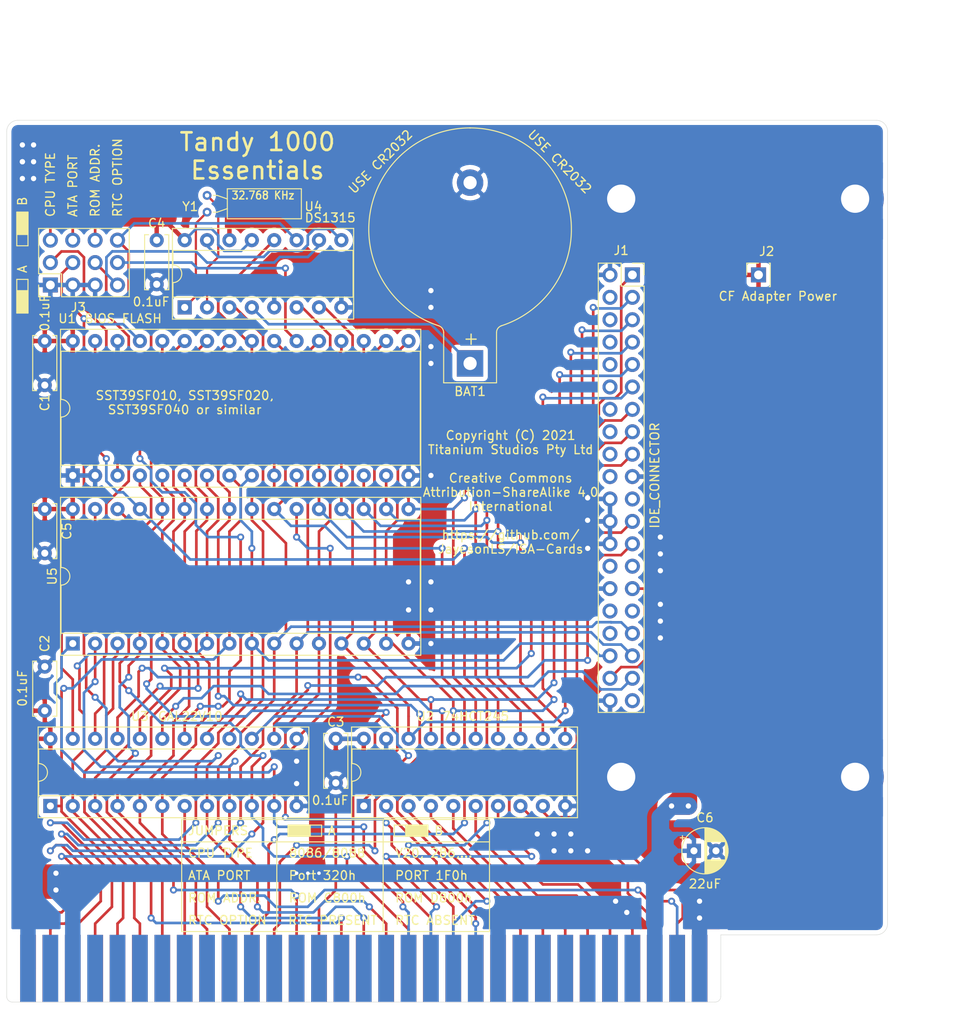
<source format=kicad_pcb>
(kicad_pcb (version 20171130) (host pcbnew "(5.1.9)-1")
  (layers (0 F.Cu signal) (31 B.Cu signal) (34 B.Paste user) (35 F.Paste user) (36 B.SilkS user) (37 F.SilkS user) (38 B.Mask user) (39 F.Mask user) (44 Edge.Cuts user))
  (net 0 "")
  (net 1 "Net-(J1-Pad8)")
  (net 2 A00)
  (net 3 A01)
  (net 4 A02)
  (net 5 A03)
  (net 6 A04)
  (net 7 A05)
  (net 8 A06)
  (net 9 A07)
  (net 10 A08)
  (net 11 A09)
  (net 12 A10)
  (net 13 A11)
  (net 14 A12)
  (net 15 A13)
  (net 16 A15)
  (net 17 A16)
  (net 18 A17)
  (net 19 A18)
  (net 20 A19)
  (net 21 D0)
  (net 22 D1)
  (net 23 D2)
  (net 24 D3)
  (net 25 D4)
  (net 26 D5)
  (net 27 D6)
  (net 28 D7)
  (net 29 GND)
  (net 30 VCC)
  (net 31 ~IOR)
  (net 32 ~IOW)
  (net 33 ~MEMR)
  (net 34 ~MEMW)
  (net 35 RESET)
  (net 36 ~CS1~_ATA)
  (net 37 D0_BUF)
  (net 38 D1_BUF)
  (net 39 D2_BUF)
  (net 40 D3_BUF)
  (net 41 D4_BUF)
  (net 42 D5_BUF)
  (net 43 D6_BUF)
  (net 44 D7_BUF)
  (net 45 ~RESET)
  (net 46 V20_JUMPER)
  (net 47 ~CE~_BIOS)
  (net 48 ROM_ADDR_JUMPER)
  (net 49 ATA_ADDR_JUMPER)
  (net 50 "Net-(J1-Pad39)")
  (net 51 "Net-(J1-Pad34)")
  (net 52 "Net-(J1-Pad32)")
  (net 53 "Net-(J1-Pad31)")
  (net 54 "Net-(J1-Pad27)")
  (net 55 "Net-(J1-Pad21)")
  (net 56 "Net-(J1-Pad20)")
  (net 57 "Net-(J1-Pad18)")
  (net 58 "Net-(J1-Pad16)")
  (net 59 "Net-(J1-Pad14)")
  (net 60 "Net-(J1-Pad12)")
  (net 61 "Net-(J1-Pad10)")
  (net 62 "Net-(J1-Pad6)")
  (net 63 "Net-(J1-Pad4)")
  (net 64 "Net-(J1-Pad28)")
  (net 65 A14)
  (net 66 ~IOR_OR_MEMR)
  (net 67 "Net-(J4-Pad42)")
  (net 68 "Net-(J4-Pad41)")
  (net 69 "Net-(J4-Pad32)")
  (net 70 "Net-(J4-Pad30)")
  (net 71 "Net-(J4-Pad28)")
  (net 72 "Net-(J4-Pad27)")
  (net 73 "Net-(J4-Pad26)")
  (net 74 "Net-(J4-Pad25)")
  (net 75 "Net-(J4-Pad24)")
  (net 76 "Net-(J4-Pad23)")
  (net 77 "Net-(J4-Pad22)")
  (net 78 "Net-(J4-Pad21)")
  (net 79 "Net-(J4-Pad20)")
  (net 80 "Net-(J4-Pad19)")
  (net 81 "Net-(J4-Pad18)")
  (net 82 "Net-(J4-Pad17)")
  (net 83 "Net-(J4-Pad16)")
  (net 84 "Net-(J4-Pad15)")
  (net 85 "Net-(J4-Pad9)")
  (net 86 "Net-(J4-Pad8)")
  (net 87 "Net-(J4-Pad7)")
  (net 88 "Net-(J4-Pad6)")
  (net 89 "Net-(J4-Pad5)")
  (net 90 "Net-(J4-Pad4)")
  (net 91 "Net-(BAT1-Pad1)")
  (net 92 "Net-(U4-Pad15)")
  (net 93 /XTAL2)
  (net 94 /XTAL1)
  (net 95 ~CE~_BIOS_DECODE)
  (net 96 ~CE~_BIOS_THRU)
  (net 97 ~IOR~_DELAYED)
  (net 98 ~MEMR~_DELAYED)
  (module Package_DIP:DIP-24_W7.62mm_Socket (layer F.Cu) (at 101.6 120.015 90)
    (fp_text reference U3 (at 10.16 10.16 180) (layer F.SilkS))
    (fp_text value GAL22V10 (at 10.16 15.875 180) (layer F.SilkS))
    (pad 24 thru_hole oval (at 7.62 0 90) (size 1.6 1.6) (drill 0.8) (layers *.Cu *.Mask) (net 30 VCC))
    (pad 12 thru_hole oval (at 0 27.94 90) (size 1.6 1.6) (drill 0.8) (layers *.Cu *.Mask) (net 29 GND))
    (pad 23 thru_hole oval (at 7.62 2.54 90) (size 1.6 1.6) (drill 0.8) (layers *.Cu *.Mask) (net 49 ATA_ADDR_JUMPER))
    (pad 11 thru_hole oval (at 0 25.4 90) (size 1.6 1.6) (drill 0.8) (layers *.Cu *.Mask) (net 19 A18))
    (pad 22 thru_hole oval (at 7.62 5.08 90) (size 1.6 1.6) (drill 0.8) (layers *.Cu *.Mask) (net 48 ROM_ADDR_JUMPER))
    (pad 10 thru_hole oval (at 0 22.86 90) (size 1.6 1.6) (drill 0.8) (layers *.Cu *.Mask) (net 18 A17))
    (pad 21 thru_hole oval (at 7.62 7.62 90) (size 1.6 1.6) (drill 0.8) (layers *.Cu *.Mask) (net 31 ~IOR))
    (pad 9 thru_hole oval (at 0 20.32 90) (size 1.6 1.6) (drill 0.8) (layers *.Cu *.Mask) (net 17 A16))
    (pad 20 thru_hole oval (at 7.62 10.16 90) (size 1.6 1.6) (drill 0.8) (layers *.Cu *.Mask) (net 45 ~RESET))
    (pad 8 thru_hole oval (at 0 17.78 90) (size 1.6 1.6) (drill 0.8) (layers *.Cu *.Mask) (net 16 A15))
    (pad 19 thru_hole oval (at 7.62 12.7 90) (size 1.6 1.6) (drill 0.8) (layers *.Cu *.Mask) (net 36 ~CS1~_ATA))
    (pad 7 thru_hole oval (at 0 15.24 90) (size 1.6 1.6) (drill 0.8) (layers *.Cu *.Mask) (net 35 RESET))
    (pad 18 thru_hole oval (at 7.62 15.24 90) (size 1.6 1.6) (drill 0.8) (layers *.Cu *.Mask) (net 95 ~CE~_BIOS_DECODE))
    (pad 6 thru_hole oval (at 0 12.7 90) (size 1.6 1.6) (drill 0.8) (layers *.Cu *.Mask) (net 11 A09))
    (pad 17 thru_hole oval (at 7.62 17.78 90) (size 1.6 1.6) (drill 0.8) (layers *.Cu *.Mask) (net 33 ~MEMR))
    (pad 5 thru_hole oval (at 0 10.16 90) (size 1.6 1.6) (drill 0.8) (layers *.Cu *.Mask) (net 10 A08))
    (pad 16 thru_hole oval (at 7.62 20.32 90) (size 1.6 1.6) (drill 0.8) (layers *.Cu *.Mask) (net 98 ~MEMR~_DELAYED))
    (pad 4 thru_hole oval (at 0 7.62 90) (size 1.6 1.6) (drill 0.8) (layers *.Cu *.Mask) (net 9 A07))
    (pad 15 thru_hole oval (at 7.62 22.86 90) (size 1.6 1.6) (drill 0.8) (layers *.Cu *.Mask) (net 66 ~IOR_OR_MEMR))
    (pad 3 thru_hole oval (at 0 5.08 90) (size 1.6 1.6) (drill 0.8) (layers *.Cu *.Mask) (net 8 A06))
    (pad 14 thru_hole oval (at 7.62 25.4 90) (size 1.6 1.6) (drill 0.8) (layers *.Cu *.Mask) (net 97 ~IOR~_DELAYED))
    (pad 2 thru_hole oval (at 0 2.54 90) (size 1.6 1.6) (drill 0.8) (layers *.Cu *.Mask) (net 7 A05))
    (pad 13 thru_hole oval (at 7.62 27.94 90) (size 1.6 1.6) (drill 0.8) (layers *.Cu *.Mask) (net 20 A19))
    (pad 1 thru_hole rect (at 0 0 90) (size 1.6 1.6) (drill 0.8) (layers *.Cu *.Mask) (net 6 A04))
  )
  (module Connector_PinSocket_2.54mm:PinSocket_1x01_P2.54mm_Vertical (layer F.Cu) (at 181.951 59.817 90)
    (fp_text reference J2 (at 2.667 0.929 180) (layer F.SilkS))
    (fp_text value "CF Adapter Power" (at -2.413 2.199 180) (layer F.SilkS))
    (pad 1 thru_hole rect (at 0 0 90) (size 1.7 1.7) (drill 1) (layers *.Cu *.Mask) (net 30 VCC))
  )
  (module Package_DIP:DIP-32_W15.24mm_Socket (layer F.Cu) (at 104.14 82.55 90)
    (fp_text reference U1 (at 17.78 -0.635 180) (layer F.SilkS))
    (fp_text value "BIOS FLASH" (at 17.78 5.715 180) (layer F.SilkS))
    (pad 32 thru_hole oval (at 15.24 0 90) (size 1.6 1.6) (drill 0.8) (layers *.Cu *.Mask) (net 30 VCC))
    (pad 16 thru_hole oval (at 0 38.1 90) (size 1.6 1.6) (drill 0.8) (layers *.Cu *.Mask) (net 29 GND))
    (pad 31 thru_hole oval (at 15.24 2.54 90) (size 1.6 1.6) (drill 0.8) (layers *.Cu *.Mask) (net 34 ~MEMW))
    (pad 15 thru_hole oval (at 0 35.56 90) (size 1.6 1.6) (drill 0.8) (layers *.Cu *.Mask) (net 39 D2_BUF))
    (pad 30 thru_hole oval (at 15.24 5.08 90) (size 1.6 1.6) (drill 0.8) (layers *.Cu *.Mask) (net 29 GND))
    (pad 14 thru_hole oval (at 0 33.02 90) (size 1.6 1.6) (drill 0.8) (layers *.Cu *.Mask) (net 38 D1_BUF))
    (pad 29 thru_hole oval (at 15.24 7.62 90) (size 1.6 1.6) (drill 0.8) (layers *.Cu *.Mask) (net 49 ATA_ADDR_JUMPER))
    (pad 13 thru_hole oval (at 0 30.48 90) (size 1.6 1.6) (drill 0.8) (layers *.Cu *.Mask) (net 37 D0_BUF))
    (pad 28 thru_hole oval (at 15.24 10.16 90) (size 1.6 1.6) (drill 0.8) (layers *.Cu *.Mask) (net 15 A13))
    (pad 12 thru_hole oval (at 0 27.94 90) (size 1.6 1.6) (drill 0.8) (layers *.Cu *.Mask) (net 2 A00))
    (pad 27 thru_hole oval (at 15.24 12.7 90) (size 1.6 1.6) (drill 0.8) (layers *.Cu *.Mask) (net 10 A08))
    (pad 11 thru_hole oval (at 0 25.4 90) (size 1.6 1.6) (drill 0.8) (layers *.Cu *.Mask) (net 3 A01))
    (pad 26 thru_hole oval (at 15.24 15.24 90) (size 1.6 1.6) (drill 0.8) (layers *.Cu *.Mask) (net 11 A09))
    (pad 10 thru_hole oval (at 0 22.86 90) (size 1.6 1.6) (drill 0.8) (layers *.Cu *.Mask) (net 4 A02))
    (pad 25 thru_hole oval (at 15.24 17.78 90) (size 1.6 1.6) (drill 0.8) (layers *.Cu *.Mask) (net 13 A11))
    (pad 9 thru_hole oval (at 0 20.32 90) (size 1.6 1.6) (drill 0.8) (layers *.Cu *.Mask) (net 5 A03))
    (pad 24 thru_hole oval (at 15.24 20.32 90) (size 1.6 1.6) (drill 0.8) (layers *.Cu *.Mask) (net 98 ~MEMR~_DELAYED))
    (pad 8 thru_hole oval (at 0 17.78 90) (size 1.6 1.6) (drill 0.8) (layers *.Cu *.Mask) (net 6 A04))
    (pad 23 thru_hole oval (at 15.24 22.86 90) (size 1.6 1.6) (drill 0.8) (layers *.Cu *.Mask) (net 12 A10))
    (pad 7 thru_hole oval (at 0 15.24 90) (size 1.6 1.6) (drill 0.8) (layers *.Cu *.Mask) (net 7 A05))
    (pad 22 thru_hole oval (at 15.24 25.4 90) (size 1.6 1.6) (drill 0.8) (layers *.Cu *.Mask) (net 47 ~CE~_BIOS))
    (pad 6 thru_hole oval (at 0 12.7 90) (size 1.6 1.6) (drill 0.8) (layers *.Cu *.Mask) (net 8 A06))
    (pad 21 thru_hole oval (at 15.24 27.94 90) (size 1.6 1.6) (drill 0.8) (layers *.Cu *.Mask) (net 44 D7_BUF))
    (pad 5 thru_hole oval (at 0 10.16 90) (size 1.6 1.6) (drill 0.8) (layers *.Cu *.Mask) (net 9 A07))
    (pad 20 thru_hole oval (at 15.24 30.48 90) (size 1.6 1.6) (drill 0.8) (layers *.Cu *.Mask) (net 43 D6_BUF))
    (pad 4 thru_hole oval (at 0 7.62 90) (size 1.6 1.6) (drill 0.8) (layers *.Cu *.Mask) (net 14 A12))
    (pad 19 thru_hole oval (at 15.24 33.02 90) (size 1.6 1.6) (drill 0.8) (layers *.Cu *.Mask) (net 42 D5_BUF))
    (pad 3 thru_hole oval (at 0 5.08 90) (size 1.6 1.6) (drill 0.8) (layers *.Cu *.Mask) (net 46 V20_JUMPER))
    (pad 18 thru_hole oval (at 15.24 35.56 90) (size 1.6 1.6) (drill 0.8) (layers *.Cu *.Mask) (net 41 D4_BUF))
    (pad 2 thru_hole oval (at 0 2.54 90) (size 1.6 1.6) (drill 0.8) (layers *.Cu *.Mask) (net 29 GND))
    (pad 17 thru_hole oval (at 15.24 38.1 90) (size 1.6 1.6) (drill 0.8) (layers *.Cu *.Mask) (net 40 D3_BUF))
    (pad 1 thru_hole rect (at 0 0 90) (size 1.6 1.6) (drill 0.8) (layers *.Cu *.Mask) (net 29 GND))
  )
  (module Package_DIP:DIP-16_W7.62mm_Socket (layer F.Cu) (at 116.84 63.5 90)
    (fp_text reference U4 (at 11.43 14.605 180) (layer F.SilkS))
    (fp_text value DS1315 (at 10.16 16.51 180) (layer F.SilkS))
    (pad 16 thru_hole oval (at 7.62 0 90) (size 1.6 1.6) (drill 0.8) (layers *.Cu *.Mask) (net 30 VCC))
    (pad 8 thru_hole oval (at 0 17.78 90) (size 1.6 1.6) (drill 0.8) (layers *.Cu *.Mask) (net 29 GND))
    (pad 15 thru_hole oval (at 7.62 2.54 90) (size 1.6 1.6) (drill 0.8) (layers *.Cu *.Mask) (net 92 "Net-(U4-Pad15)"))
    (pad 7 thru_hole oval (at 0 15.24 90) (size 1.6 1.6) (drill 0.8) (layers *.Cu *.Mask) (net 37 D0_BUF))
    (pad 14 thru_hole oval (at 7.62 5.08 90) (size 1.6 1.6) (drill 0.8) (layers *.Cu *.Mask) (net 29 GND))
    (pad 6 thru_hole oval (at 0 12.7 90) (size 1.6 1.6) (drill 0.8) (layers *.Cu *.Mask) (net 2 A00))
    (pad 13 thru_hole oval (at 7.62 7.62 90) (size 1.6 1.6) (drill 0.8) (layers *.Cu *.Mask) (net 30 VCC))
    (pad 5 thru_hole oval (at 0 10.16 90) (size 1.6 1.6) (drill 0.8) (layers *.Cu *.Mask) (net 29 GND))
    (pad 12 thru_hole oval (at 7.62 10.16 90) (size 1.6 1.6) (drill 0.8) (layers *.Cu *.Mask) (net 98 ~MEMR~_DELAYED))
    (pad 4 thru_hole oval (at 0 7.62 90) (size 1.6 1.6) (drill 0.8) (layers *.Cu *.Mask) (net 91 "Net-(BAT1-Pad1)"))
    (pad 11 thru_hole oval (at 7.62 12.7 90) (size 1.6 1.6) (drill 0.8) (layers *.Cu *.Mask) (net 95 ~CE~_BIOS_DECODE))
    (pad 3 thru_hole oval (at 0 5.08 90) (size 1.6 1.6) (drill 0.8) (layers *.Cu *.Mask) (net 4 A02))
    (pad 10 thru_hole oval (at 7.62 15.24 90) (size 1.6 1.6) (drill 0.8) (layers *.Cu *.Mask) (net 96 ~CE~_BIOS_THRU))
    (pad 2 thru_hole oval (at 0 2.54 90) (size 1.6 1.6) (drill 0.8) (layers *.Cu *.Mask) (net 93 /XTAL2))
    (pad 9 thru_hole oval (at 7.62 17.78 90) (size 1.6 1.6) (drill 0.8) (layers *.Cu *.Mask) (net 92 "Net-(U4-Pad15)"))
    (pad 1 thru_hole rect (at 0 0 90) (size 1.6 1.6) (drill 0.8) (layers *.Cu *.Mask) (net 94 /XTAL1))
  )
  (module Package_DIP:DIP-32_W15.24mm_Socket (layer F.Cu) (at 104.14 101.6 90)
    (fp_text reference U5 (at 7.62 -2.33 90) (layer F.SilkS))
    (fp_text value AS6C4008-55PCN)
    (pad 32 thru_hole oval (at 15.24 0 90) (size 1.6 1.6) (drill 0.8) (layers *.Cu *.Mask) (net 30 VCC))
    (pad 16 thru_hole oval (at 0 38.1 90) (size 1.6 1.6) (drill 0.8) (layers *.Cu *.Mask) (net 29 GND))
    (pad 31 thru_hole oval (at 15.24 2.54 90) (size 1.6 1.6) (drill 0.8) (layers *.Cu *.Mask) (net 16 A15))
    (pad 15 thru_hole oval (at 0 35.56 90) (size 1.6 1.6) (drill 0.8) (layers *.Cu *.Mask) (net 39 D2_BUF))
    (pad 30 thru_hole oval (at 15.24 5.08 90) (size 1.6 1.6) (drill 0.8) (layers *.Cu *.Mask) (net 18 A17))
    (pad 14 thru_hole oval (at 0 33.02 90) (size 1.6 1.6) (drill 0.8) (layers *.Cu *.Mask) (net 38 D1_BUF))
    (pad 29 thru_hole oval (at 15.24 7.62 90) (size 1.6 1.6) (drill 0.8) (layers *.Cu *.Mask) (net 34 ~MEMW))
    (pad 13 thru_hole oval (at 0 30.48 90) (size 1.6 1.6) (drill 0.8) (layers *.Cu *.Mask) (net 37 D0_BUF))
    (pad 28 thru_hole oval (at 15.24 10.16 90) (size 1.6 1.6) (drill 0.8) (layers *.Cu *.Mask) (net 15 A13))
    (pad 12 thru_hole oval (at 0 27.94 90) (size 1.6 1.6) (drill 0.8) (layers *.Cu *.Mask) (net 2 A00))
    (pad 27 thru_hole oval (at 15.24 12.7 90) (size 1.6 1.6) (drill 0.8) (layers *.Cu *.Mask) (net 10 A08))
    (pad 11 thru_hole oval (at 0 25.4 90) (size 1.6 1.6) (drill 0.8) (layers *.Cu *.Mask) (net 3 A01))
    (pad 26 thru_hole oval (at 15.24 15.24 90) (size 1.6 1.6) (drill 0.8) (layers *.Cu *.Mask) (net 11 A09))
    (pad 10 thru_hole oval (at 0 22.86 90) (size 1.6 1.6) (drill 0.8) (layers *.Cu *.Mask) (net 4 A02))
    (pad 25 thru_hole oval (at 15.24 17.78 90) (size 1.6 1.6) (drill 0.8) (layers *.Cu *.Mask) (net 13 A11))
    (pad 9 thru_hole oval (at 0 20.32 90) (size 1.6 1.6) (drill 0.8) (layers *.Cu *.Mask) (net 5 A03))
    (pad 24 thru_hole oval (at 15.24 20.32 90) (size 1.6 1.6) (drill 0.8) (layers *.Cu *.Mask) (net 98 ~MEMR~_DELAYED))
    (pad 8 thru_hole oval (at 0 17.78 90) (size 1.6 1.6) (drill 0.8) (layers *.Cu *.Mask) (net 6 A04))
    (pad 23 thru_hole oval (at 15.24 22.86 90) (size 1.6 1.6) (drill 0.8) (layers *.Cu *.Mask) (net 12 A10))
    (pad 7 thru_hole oval (at 0 15.24 90) (size 1.6 1.6) (drill 0.8) (layers *.Cu *.Mask) (net 7 A05))
    (pad 22 thru_hole oval (at 15.24 25.4 90) (size 1.6 1.6) (drill 0.8) (layers *.Cu *.Mask) (net 20 A19))
    (pad 6 thru_hole oval (at 0 12.7 90) (size 1.6 1.6) (drill 0.8) (layers *.Cu *.Mask) (net 8 A06))
    (pad 21 thru_hole oval (at 15.24 27.94 90) (size 1.6 1.6) (drill 0.8) (layers *.Cu *.Mask) (net 44 D7_BUF))
    (pad 5 thru_hole oval (at 0 10.16 90) (size 1.6 1.6) (drill 0.8) (layers *.Cu *.Mask) (net 9 A07))
    (pad 20 thru_hole oval (at 15.24 30.48 90) (size 1.6 1.6) (drill 0.8) (layers *.Cu *.Mask) (net 43 D6_BUF))
    (pad 4 thru_hole oval (at 0 7.62 90) (size 1.6 1.6) (drill 0.8) (layers *.Cu *.Mask) (net 14 A12))
    (pad 19 thru_hole oval (at 15.24 33.02 90) (size 1.6 1.6) (drill 0.8) (layers *.Cu *.Mask) (net 42 D5_BUF))
    (pad 3 thru_hole oval (at 0 5.08 90) (size 1.6 1.6) (drill 0.8) (layers *.Cu *.Mask) (net 65 A14))
    (pad 18 thru_hole oval (at 15.24 35.56 90) (size 1.6 1.6) (drill 0.8) (layers *.Cu *.Mask) (net 41 D4_BUF))
    (pad 2 thru_hole oval (at 0 2.54 90) (size 1.6 1.6) (drill 0.8) (layers *.Cu *.Mask) (net 17 A16))
    (pad 17 thru_hole oval (at 15.24 38.1 90) (size 1.6 1.6) (drill 0.8) (layers *.Cu *.Mask) (net 40 D3_BUF))
    (pad 1 thru_hole rect (at 0 0 90) (size 1.6 1.6) (drill 0.8) (layers *.Cu *.Mask) (net 19 A18))
  )
  (module Battery:BatteryHolder_Keystone_103_1x20mm (layer F.Cu) (at 149.225 69.85 90)
    (fp_text reference BAT1 (at -3.175 0 180) (layer F.SilkS))
    (fp_text value CR2032)
    (fp_text user + (at 2.75 0 90) (layer F.SilkS) (effects (font (size 1.5 1.5))))
    (pad 2 thru_hole circle (at 20.49 0 90) (size 3 3) (drill 1.5) (layers *.Cu *.Mask) (net 29 GND))
    (pad 1 thru_hole rect (at 0 0 90) (size 3 3) (drill 1.5) (layers *.Cu *.Mask) (net 91 "Net-(BAT1-Pad1)"))
  )
  (module Capacitor_THT:C_Disc_D6.0mm_W2.5mm_P5.00mm (layer F.Cu) (at 100.965 86.36 270)
    (fp_text reference C5 (at 2.5 -2.5 90) (layer F.SilkS))
    (fp_text value 0.1uF)
    (pad 2 thru_hole circle (at 5 0 270) (size 1.6 1.6) (drill 0.8) (layers *.Cu *.Mask) (net 29 GND))
    (pad 1 thru_hole circle (at 0 0 270) (size 1.6 1.6) (drill 0.8) (layers *.Cu *.Mask) (net 30 VCC))
  )
  (module 00Custom:PinHeader_3x04_P2.54mm_Vertical (layer F.Cu) (at 101.6 60.96 90)
    (fp_text reference J3 (at -2.54 3.175 180) (layer F.SilkS))
    (fp_text value Jumpers)
    (pad 11 thru_hole oval (at 2.54 7.62 90) (size 1.7 1.7) (drill 1) (layers *.Cu *.Mask) (net 47 ~CE~_BIOS))
    (pad 12 thru_hole oval (at 5.08 7.62 90) (size 1.7 1.7) (drill 1) (layers *.Cu *.Mask) (net 95 ~CE~_BIOS_DECODE))
    (pad 10 thru_hole oval (at 0 7.62 90) (size 1.7 1.7) (drill 1) (layers *.Cu *.Mask) (net 96 ~CE~_BIOS_THRU))
    (pad 9 thru_hole oval (at 5.08 5.08 90) (size 1.7 1.7) (drill 1) (layers *.Cu *.Mask) (net 30 VCC))
    (pad 6 thru_hole oval (at 5.08 2.54 90) (size 1.7 1.7) (drill 1) (layers *.Cu *.Mask) (net 30 VCC))
    (pad 3 thru_hole oval (at 5.08 0 90) (size 1.7 1.7) (drill 1) (layers *.Cu *.Mask) (net 30 VCC))
    (pad 8 thru_hole oval (at 2.54 5.08 90) (size 1.7 1.7) (drill 1) (layers *.Cu *.Mask) (net 48 ROM_ADDR_JUMPER))
    (pad 7 thru_hole oval (at 0 5.08 90) (size 1.7 1.7) (drill 1) (layers *.Cu *.Mask) (net 29 GND))
    (pad 5 thru_hole oval (at 2.54 2.54 90) (size 1.7 1.7) (drill 1) (layers *.Cu *.Mask) (net 49 ATA_ADDR_JUMPER))
    (pad 4 thru_hole oval (at 0 2.54 90) (size 1.7 1.7) (drill 1) (layers *.Cu *.Mask) (net 29 GND))
    (pad 2 thru_hole oval (at 2.54 0 90) (size 1.7 1.7) (drill 1) (layers *.Cu *.Mask) (net 46 V20_JUMPER))
    (pad 1 thru_hole rect (at 0 0 90) (size 1.7 1.7) (drill 1) (layers *.Cu *.Mask) (net 29 GND))
  )
  (module Capacitor_THT:C_Disc_D6.0mm_W2.5mm_P5.00mm (layer F.Cu) (at 113.665 55.88 270)
    (fp_text reference C4 (at -1.905 0 180) (layer F.SilkS))
    (fp_text value 0.1uF (at 6.985 0.635 180) (layer F.SilkS))
    (pad 2 thru_hole circle (at 5 0 270) (size 1.6 1.6) (drill 0.8) (layers *.Cu *.Mask) (net 29 GND))
    (pad 1 thru_hole circle (at 0 0 270) (size 1.6 1.6) (drill 0.8) (layers *.Cu *.Mask) (net 30 VCC))
  )
  (module Crystal:Crystal_C38-LF_D3.0mm_L8.0mm_Horizontal (layer F.Cu) (at 119.38 52.705 90)
    (fp_text reference Y1 (at 0.635 -1.905) (layer F.SilkS))
    (fp_text value "32.768 KHz" (at 1.905 6.35) (layer F.SilkS) (effects (font (size 0.9 0.8))))
    (pad 2 thru_hole circle (at 1.9 0 90) (size 1 1) (drill 0.5) (layers *.Cu *.Mask) (net 93 /XTAL2))
    (pad 1 thru_hole circle (at 0 0 90) (size 1 1) (drill 0.5) (layers *.Cu *.Mask) (net 94 /XTAL1))
  )
  (module Connector_PinSocket_2.54mm:PinSocket_2x20_P2.54mm_Vertical (layer F.Cu) (at 167.64 59.817)
    (fp_text reference J1 (at -1.27 -2.77) (layer F.SilkS))
    (fp_text value IDE_CONNECTOR (at 2.54 22.733 90) (layer F.SilkS))
    (pad 40 thru_hole oval (at -2.54 48.26) (size 1.7 1.7) (drill 1) (layers *.Cu *.Mask) (net 29 GND))
    (pad 39 thru_hole oval (at 0 48.26) (size 1.7 1.7) (drill 1) (layers *.Cu *.Mask) (net 50 "Net-(J1-Pad39)"))
    (pad 38 thru_hole oval (at -2.54 45.72) (size 1.7 1.7) (drill 1) (layers *.Cu *.Mask) (net 30 VCC))
    (pad 37 thru_hole oval (at 0 45.72) (size 1.7 1.7) (drill 1) (layers *.Cu *.Mask) (net 36 ~CS1~_ATA))
    (pad 36 thru_hole oval (at -2.54 43.18) (size 1.7 1.7) (drill 1) (layers *.Cu *.Mask) (net 5 A03))
    (pad 35 thru_hole oval (at 0 43.18) (size 1.7 1.7) (drill 1) (layers *.Cu *.Mask) (net 3 A01))
    (pad 34 thru_hole oval (at -2.54 40.64) (size 1.7 1.7) (drill 1) (layers *.Cu *.Mask) (net 51 "Net-(J1-Pad34)"))
    (pad 33 thru_hole oval (at 0 40.64) (size 1.7 1.7) (drill 1) (layers *.Cu *.Mask) (net 4 A02))
    (pad 32 thru_hole oval (at -2.54 38.1) (size 1.7 1.7) (drill 1) (layers *.Cu *.Mask) (net 52 "Net-(J1-Pad32)"))
    (pad 31 thru_hole oval (at 0 38.1) (size 1.7 1.7) (drill 1) (layers *.Cu *.Mask) (net 53 "Net-(J1-Pad31)"))
    (pad 30 thru_hole oval (at -2.54 35.56) (size 1.7 1.7) (drill 1) (layers *.Cu *.Mask) (net 29 GND))
    (pad 29 thru_hole oval (at 0 35.56) (size 1.7 1.7) (drill 1) (layers *.Cu *.Mask) (net 30 VCC))
    (pad 28 thru_hole oval (at -2.54 33.02) (size 1.7 1.7) (drill 1) (layers *.Cu *.Mask) (net 64 "Net-(J1-Pad28)"))
    (pad 27 thru_hole oval (at 0 33.02) (size 1.7 1.7) (drill 1) (layers *.Cu *.Mask) (net 54 "Net-(J1-Pad27)"))
    (pad 26 thru_hole oval (at -2.54 30.48) (size 1.7 1.7) (drill 1) (layers *.Cu *.Mask) (net 29 GND))
    (pad 25 thru_hole oval (at 0 30.48) (size 1.7 1.7) (drill 1) (layers *.Cu *.Mask) (net 97 ~IOR~_DELAYED))
    (pad 24 thru_hole oval (at -2.54 27.94) (size 1.7 1.7) (drill 1) (layers *.Cu *.Mask) (net 29 GND))
    (pad 23 thru_hole oval (at 0 27.94) (size 1.7 1.7) (drill 1) (layers *.Cu *.Mask) (net 32 ~IOW))
    (pad 22 thru_hole oval (at -2.54 25.4) (size 1.7 1.7) (drill 1) (layers *.Cu *.Mask) (net 29 GND))
    (pad 21 thru_hole oval (at 0 25.4) (size 1.7 1.7) (drill 1) (layers *.Cu *.Mask) (net 55 "Net-(J1-Pad21)"))
    (pad 20 thru_hole oval (at -2.54 22.86) (size 1.7 1.7) (drill 1) (layers *.Cu *.Mask) (net 56 "Net-(J1-Pad20)"))
    (pad 19 thru_hole oval (at 0 22.86) (size 1.7 1.7) (drill 1) (layers *.Cu *.Mask) (net 29 GND))
    (pad 18 thru_hole oval (at -2.54 20.32) (size 1.7 1.7) (drill 1) (layers *.Cu *.Mask) (net 57 "Net-(J1-Pad18)"))
    (pad 17 thru_hole oval (at 0 20.32) (size 1.7 1.7) (drill 1) (layers *.Cu *.Mask) (net 37 D0_BUF))
    (pad 16 thru_hole oval (at -2.54 17.78) (size 1.7 1.7) (drill 1) (layers *.Cu *.Mask) (net 58 "Net-(J1-Pad16)"))
    (pad 15 thru_hole oval (at 0 17.78) (size 1.7 1.7) (drill 1) (layers *.Cu *.Mask) (net 38 D1_BUF))
    (pad 14 thru_hole oval (at -2.54 15.24) (size 1.7 1.7) (drill 1) (layers *.Cu *.Mask) (net 59 "Net-(J1-Pad14)"))
    (pad 13 thru_hole oval (at 0 15.24) (size 1.7 1.7) (drill 1) (layers *.Cu *.Mask) (net 39 D2_BUF))
    (pad 12 thru_hole oval (at -2.54 12.7) (size 1.7 1.7) (drill 1) (layers *.Cu *.Mask) (net 60 "Net-(J1-Pad12)"))
    (pad 11 thru_hole oval (at 0 12.7) (size 1.7 1.7) (drill 1) (layers *.Cu *.Mask) (net 40 D3_BUF))
    (pad 10 thru_hole oval (at -2.54 10.16) (size 1.7 1.7) (drill 1) (layers *.Cu *.Mask) (net 61 "Net-(J1-Pad10)"))
    (pad 9 thru_hole oval (at 0 10.16) (size 1.7 1.7) (drill 1) (layers *.Cu *.Mask) (net 41 D4_BUF))
    (pad 8 thru_hole oval (at -2.54 7.62) (size 1.7 1.7) (drill 1) (layers *.Cu *.Mask) (net 1 "Net-(J1-Pad8)"))
    (pad 7 thru_hole oval (at 0 7.62) (size 1.7 1.7) (drill 1) (layers *.Cu *.Mask) (net 42 D5_BUF))
    (pad 6 thru_hole oval (at -2.54 5.08) (size 1.7 1.7) (drill 1) (layers *.Cu *.Mask) (net 62 "Net-(J1-Pad6)"))
    (pad 5 thru_hole oval (at 0 5.08) (size 1.7 1.7) (drill 1) (layers *.Cu *.Mask) (net 43 D6_BUF))
    (pad 4 thru_hole oval (at -2.54 2.54) (size 1.7 1.7) (drill 1) (layers *.Cu *.Mask) (net 63 "Net-(J1-Pad4)"))
    (pad 3 thru_hole oval (at 0 2.54) (size 1.7 1.7) (drill 1) (layers *.Cu *.Mask) (net 44 D7_BUF))
    (pad 2 thru_hole oval (at -2.54 0) (size 1.7 1.7) (drill 1) (layers *.Cu *.Mask) (net 29 GND))
    (pad 1 thru_hole rect (at 0 0) (size 1.7 1.7) (drill 1) (layers *.Cu *.Mask) (net 45 ~RESET))
  )
  (module MountingHole:MountingHole_3.5mm_Pad (layer F.Cu) (at 192.913 116.713)
    (fp_text reference H4 hide)
    (fp_text value MountingHole_Pad)
    (pad 1 thru_hole circle (at 0 0) (size 6.5 6.5) (drill 3.2) (layers *.Cu *.Mask) (net 29 GND))
  )
  (module Capacitor_THT:CP_Radial_D5.0mm_P2.50mm (layer F.Cu) (at 174.625 125.095)
    (fp_text reference C6 (at 1.25 -3.75) (layer F.SilkS))
    (fp_text value 22uF (at 1.25 3.75) (layer F.SilkS))
    (pad 2 thru_hole circle (at 2.5 0) (size 1.6 1.6) (drill 0.8) (layers *.Cu *.Mask) (net 29 GND))
    (pad 1 thru_hole rect (at 0 0) (size 1.6 1.6) (drill 0.8) (layers *.Cu *.Mask) (net 30 VCC))
  )
  (module Capacitor_THT:C_Disc_D6.0mm_W2.5mm_P5.00mm (layer F.Cu) (at 133.985 112.395 270)
    (fp_text reference C3 (at -1.905 0 180) (layer F.SilkS))
    (fp_text value 0.1uF (at 6.985 0.635 180) (layer F.SilkS))
    (pad 2 thru_hole circle (at 5 0 270) (size 1.6 1.6) (drill 0.8) (layers *.Cu *.Mask) (net 29 GND))
    (pad 1 thru_hole circle (at 0 0 270) (size 1.6 1.6) (drill 0.8) (layers *.Cu *.Mask) (net 30 VCC))
  )
  (module Capacitor_THT:C_Disc_D6.0mm_W2.5mm_P5.00mm (layer F.Cu) (at 100.965 109.22 90)
    (fp_text reference C2 (at 7.62 0 90) (layer F.SilkS))
    (fp_text value 0.1uF (at 2.54 -2.54 90) (layer F.SilkS))
    (pad 2 thru_hole circle (at 5 0 90) (size 1.6 1.6) (drill 0.8) (layers *.Cu *.Mask) (net 29 GND))
    (pad 1 thru_hole circle (at 0 0 90) (size 1.6 1.6) (drill 0.8) (layers *.Cu *.Mask) (net 30 VCC))
  )
  (module Capacitor_THT:C_Disc_D6.0mm_W2.5mm_P5.00mm (layer F.Cu) (at 100.965 67.31 270)
    (fp_text reference C1 (at 6.985 0 90) (layer F.SilkS))
    (fp_text value 0.1uF (at -3.175 0 90) (layer F.SilkS))
    (pad 2 thru_hole circle (at 5 0 270) (size 1.6 1.6) (drill 0.8) (layers *.Cu *.Mask) (net 29 GND))
    (pad 1 thru_hole circle (at 0 0 270) (size 1.6 1.6) (drill 0.8) (layers *.Cu *.Mask) (net 30 VCC))
  )
  (module Package_DIP:DIP-20_W7.62mm_Socket (layer F.Cu) (at 137.16 120.015 90)
    (fp_text reference U2 (at 10.16 6.985 180) (layer F.SilkS))
    (fp_text value 74HCT245 (at 10.16 12.7 180) (layer F.SilkS))
    (pad 20 thru_hole oval (at 7.62 0 90) (size 1.6 1.6) (drill 0.8) (layers *.Cu *.Mask) (net 30 VCC))
    (pad 10 thru_hole oval (at 0 22.86 90) (size 1.6 1.6) (drill 0.8) (layers *.Cu *.Mask) (net 29 GND))
    (pad 19 thru_hole oval (at 7.62 2.54 90) (size 1.6 1.6) (drill 0.8) (layers *.Cu *.Mask) (net 29 GND))
    (pad 9 thru_hole oval (at 0 20.32 90) (size 1.6 1.6) (drill 0.8) (layers *.Cu *.Mask) (net 28 D7))
    (pad 18 thru_hole oval (at 7.62 5.08 90) (size 1.6 1.6) (drill 0.8) (layers *.Cu *.Mask) (net 37 D0_BUF))
    (pad 8 thru_hole oval (at 0 17.78 90) (size 1.6 1.6) (drill 0.8) (layers *.Cu *.Mask) (net 27 D6))
    (pad 17 thru_hole oval (at 7.62 7.62 90) (size 1.6 1.6) (drill 0.8) (layers *.Cu *.Mask) (net 38 D1_BUF))
    (pad 7 thru_hole oval (at 0 15.24 90) (size 1.6 1.6) (drill 0.8) (layers *.Cu *.Mask) (net 26 D5))
    (pad 16 thru_hole oval (at 7.62 10.16 90) (size 1.6 1.6) (drill 0.8) (layers *.Cu *.Mask) (net 39 D2_BUF))
    (pad 6 thru_hole oval (at 0 12.7 90) (size 1.6 1.6) (drill 0.8) (layers *.Cu *.Mask) (net 25 D4))
    (pad 15 thru_hole oval (at 7.62 12.7 90) (size 1.6 1.6) (drill 0.8) (layers *.Cu *.Mask) (net 40 D3_BUF))
    (pad 5 thru_hole oval (at 0 10.16 90) (size 1.6 1.6) (drill 0.8) (layers *.Cu *.Mask) (net 24 D3))
    (pad 14 thru_hole oval (at 7.62 15.24 90) (size 1.6 1.6) (drill 0.8) (layers *.Cu *.Mask) (net 41 D4_BUF))
    (pad 4 thru_hole oval (at 0 7.62 90) (size 1.6 1.6) (drill 0.8) (layers *.Cu *.Mask) (net 23 D2))
    (pad 13 thru_hole oval (at 7.62 17.78 90) (size 1.6 1.6) (drill 0.8) (layers *.Cu *.Mask) (net 42 D5_BUF))
    (pad 3 thru_hole oval (at 0 5.08 90) (size 1.6 1.6) (drill 0.8) (layers *.Cu *.Mask) (net 22 D1))
    (pad 12 thru_hole oval (at 7.62 20.32 90) (size 1.6 1.6) (drill 0.8) (layers *.Cu *.Mask) (net 43 D6_BUF))
    (pad 2 thru_hole oval (at 0 2.54 90) (size 1.6 1.6) (drill 0.8) (layers *.Cu *.Mask) (net 21 D0))
    (pad 11 thru_hole oval (at 7.62 22.86 90) (size 1.6 1.6) (drill 0.8) (layers *.Cu *.Mask) (net 44 D7_BUF))
    (pad 1 thru_hole rect (at 0 0 90) (size 1.6 1.6) (drill 0.8) (layers *.Cu *.Mask) (net 66 ~IOR_OR_MEMR))
  )
  (module MountingHole:MountingHole_3.5mm_Pad (layer F.Cu) (at 166.37 116.713)
    (fp_text reference H3 hide)
    (fp_text value MountingHole_Pad)
    (pad 1 thru_hole circle (at 0 0) (size 6.5 6.5) (drill 3.2) (layers *.Cu *.Mask) (net 29 GND))
  )
  (module MountingHole:MountingHole_3.5mm_Pad (layer F.Cu) (at 166.37 51.181)
    (fp_text reference H1 hide)
    (fp_text value MountingHole_Pad)
    (pad 1 thru_hole circle (at 0 0) (size 6.5 6.5) (drill 3.2) (layers *.Cu *.Mask) (net 29 GND))
  )
  (module MountingHole:MountingHole_3.5mm_Pad (layer F.Cu) (at 192.913 51.181)
    (fp_text reference H2)
    (fp_text value MountingHole_Pad)
    (pad 1 thru_hole circle (at 0 0) (size 6.5 6.5) (drill 3.2) (layers *.Cu *.Mask) (net 29 GND))
  )
  (module 00Custom:BUS_XT (layer F.Cu) (at 175.26 138.43)
    (fp_text reference J4 hide)
    (fp_text value Bus_ISA_8bit)
    (pad 62 connect rect (at -76.2 0) (size 1.78 7.62) (layers F.Cu F.Mask) (net 2 A00))
    (pad 61 connect rect (at -73.66 0) (size 1.78 7.62) (layers F.Cu F.Mask) (net 3 A01))
    (pad 60 connect rect (at -71.12 0) (size 1.78 7.62) (layers F.Cu F.Mask) (net 4 A02))
    (pad 59 connect rect (at -68.58 0) (size 1.78 7.62) (layers F.Cu F.Mask) (net 5 A03))
    (pad 58 connect rect (at -66.04 0) (size 1.78 7.62) (layers F.Cu F.Mask) (net 6 A04))
    (pad 57 connect rect (at -63.5 0) (size 1.78 7.62) (layers F.Cu F.Mask) (net 7 A05))
    (pad 56 connect rect (at -60.96 0) (size 1.78 7.62) (layers F.Cu F.Mask) (net 8 A06))
    (pad 55 connect rect (at -58.42 0) (size 1.78 7.62) (layers F.Cu F.Mask) (net 9 A07))
    (pad 54 connect rect (at -55.88 0) (size 1.78 7.62) (layers F.Cu F.Mask) (net 10 A08))
    (pad 53 connect rect (at -53.34 0) (size 1.78 7.62) (layers F.Cu F.Mask) (net 11 A09))
    (pad 52 connect rect (at -50.8 0) (size 1.78 7.62) (layers F.Cu F.Mask) (net 12 A10))
    (pad 51 connect rect (at -48.26 0) (size 1.78 7.62) (layers F.Cu F.Mask) (net 13 A11))
    (pad 50 connect rect (at -45.72 0) (size 1.78 7.62) (layers F.Cu F.Mask) (net 14 A12))
    (pad 49 connect rect (at -43.18 0) (size 1.78 7.62) (layers F.Cu F.Mask) (net 15 A13))
    (pad 48 connect rect (at -40.64 0) (size 1.78 7.62) (layers F.Cu F.Mask) (net 65 A14))
    (pad 47 connect rect (at -38.1 0) (size 1.78 7.62) (layers F.Cu F.Mask) (net 16 A15))
    (pad 46 connect rect (at -35.56 0) (size 1.78 7.62) (layers F.Cu F.Mask) (net 17 A16))
    (pad 45 connect rect (at -33.02 0) (size 1.78 7.62) (layers F.Cu F.Mask) (net 18 A17))
    (pad 44 connect rect (at -30.48 0) (size 1.78 7.62) (layers F.Cu F.Mask) (net 19 A18))
    (pad 43 connect rect (at -27.94 0) (size 1.78 7.62) (layers F.Cu F.Mask) (net 20 A19))
    (pad 42 connect rect (at -25.4 0) (size 1.78 7.62) (layers F.Cu F.Mask) (net 67 "Net-(J4-Pad42)"))
    (pad 41 connect rect (at -22.86 0) (size 1.78 7.62) (layers F.Cu F.Mask) (net 68 "Net-(J4-Pad41)"))
    (pad 40 connect rect (at -20.32 0) (size 1.78 7.62) (layers F.Cu F.Mask) (net 21 D0))
    (pad 39 connect rect (at -17.78 0) (size 1.78 7.62) (layers F.Cu F.Mask) (net 22 D1))
    (pad 38 connect rect (at -15.24 0) (size 1.78 7.62) (layers F.Cu F.Mask) (net 23 D2))
    (pad 37 connect rect (at -12.7 0) (size 1.78 7.62) (layers F.Cu F.Mask) (net 24 D3))
    (pad 36 connect rect (at -10.16 0) (size 1.78 7.62) (layers F.Cu F.Mask) (net 25 D4))
    (pad 35 connect rect (at -7.62 0) (size 1.78 7.62) (layers F.Cu F.Mask) (net 26 D5))
    (pad 34 connect rect (at -5.08 0) (size 1.78 7.62) (layers F.Cu F.Mask) (net 27 D6))
    (pad 33 connect rect (at -2.54 0) (size 1.78 7.62) (layers F.Cu F.Mask) (net 28 D7))
    (pad 32 connect rect (at 0 0) (size 1.78 7.62) (layers F.Cu F.Mask) (net 69 "Net-(J4-Pad32)"))
    (pad 31 connect rect (at -76.2 0) (size 1.78 7.62) (layers B.Cu B.Mask) (net 29 GND))
    (pad 30 connect rect (at -73.66 0) (size 1.78 7.62) (layers B.Cu B.Mask) (net 70 "Net-(J4-Pad30)"))
    (pad 29 connect rect (at -71.12 0) (size 1.78 7.62) (layers B.Cu B.Mask) (net 30 VCC))
    (pad 28 connect rect (at -68.58 0) (size 1.78 7.62) (layers B.Cu B.Mask) (net 71 "Net-(J4-Pad28)"))
    (pad 27 connect rect (at -66.04 0) (size 1.78 7.62) (layers B.Cu B.Mask) (net 72 "Net-(J4-Pad27)"))
    (pad 26 connect rect (at -63.5 0) (size 1.78 7.62) (layers B.Cu B.Mask) (net 73 "Net-(J4-Pad26)"))
    (pad 25 connect rect (at -60.96 0) (size 1.78 7.62) (layers B.Cu B.Mask) (net 74 "Net-(J4-Pad25)"))
    (pad 24 connect rect (at -58.42 0) (size 1.78 7.62) (layers B.Cu B.Mask) (net 75 "Net-(J4-Pad24)"))
    (pad 23 connect rect (at -55.88 0) (size 1.78 7.62) (layers B.Cu B.Mask) (net 76 "Net-(J4-Pad23)"))
    (pad 22 connect rect (at -53.34 0) (size 1.78 7.62) (layers B.Cu B.Mask) (net 77 "Net-(J4-Pad22)"))
    (pad 21 connect rect (at -50.8 0) (size 1.78 7.62) (layers B.Cu B.Mask) (net 78 "Net-(J4-Pad21)"))
    (pad 20 connect rect (at -48.26 0) (size 1.78 7.62) (layers B.Cu B.Mask) (net 79 "Net-(J4-Pad20)"))
    (pad 19 connect rect (at -45.72 0) (size 1.78 7.62) (layers B.Cu B.Mask) (net 80 "Net-(J4-Pad19)"))
    (pad 18 connect rect (at -43.18 0) (size 1.78 7.62) (layers B.Cu B.Mask) (net 81 "Net-(J4-Pad18)"))
    (pad 17 connect rect (at -40.64 0) (size 1.78 7.62) (layers B.Cu B.Mask) (net 82 "Net-(J4-Pad17)"))
    (pad 16 connect rect (at -38.1 0) (size 1.78 7.62) (layers B.Cu B.Mask) (net 83 "Net-(J4-Pad16)"))
    (pad 15 connect rect (at -35.56 0) (size 1.78 7.62) (layers B.Cu B.Mask) (net 84 "Net-(J4-Pad15)"))
    (pad 14 connect rect (at -33.02 0) (size 1.78 7.62) (layers B.Cu B.Mask) (net 31 ~IOR))
    (pad 13 connect rect (at -30.48 0) (size 1.78 7.62) (layers B.Cu B.Mask) (net 32 ~IOW))
    (pad 12 connect rect (at -27.94 0) (size 1.78 7.62) (layers B.Cu B.Mask) (net 33 ~MEMR))
    (pad 11 connect rect (at -25.4 0) (size 1.78 7.62) (layers B.Cu B.Mask) (net 34 ~MEMW))
    (pad 10 connect rect (at -22.86 0) (size 1.78 7.62) (layers B.Cu B.Mask) (net 29 GND))
    (pad 9 connect rect (at -20.32 0) (size 1.78 7.62) (layers B.Cu B.Mask) (net 85 "Net-(J4-Pad9)"))
    (pad 8 connect rect (at -17.78 0) (size 1.78 7.62) (layers B.Cu B.Mask) (net 86 "Net-(J4-Pad8)"))
    (pad 7 connect rect (at -15.24 0) (size 1.78 7.62) (layers B.Cu B.Mask) (net 87 "Net-(J4-Pad7)"))
    (pad 6 connect rect (at -12.7 0) (size 1.78 7.62) (layers B.Cu B.Mask) (net 88 "Net-(J4-Pad6)"))
    (pad 5 connect rect (at -10.16 0) (size 1.78 7.62) (layers B.Cu B.Mask) (net 89 "Net-(J4-Pad5)"))
    (pad 4 connect rect (at -7.62 0) (size 1.78 7.62) (layers B.Cu B.Mask) (net 90 "Net-(J4-Pad4)"))
    (pad 3 connect rect (at -5.08 0) (size 1.78 7.62) (layers B.Cu B.Mask) (net 30 VCC))
    (pad 2 connect rect (at -2.54 0) (size 1.78 7.62) (layers B.Cu B.Mask) (net 35 RESET))
    (pad 1 connect rect (at 0 0) (size 1.78 7.62) (layers B.Cu B.Mask) (net 29 GND))
  )
  (gr_line (start 151.42464 134.24408) (end 116.49964 134.24408) (layer F.SilkS) (width 0.12))
  (gr_line (start 116.49964 124.08408) (end 151.42464 124.08408) (layer F.SilkS) (width 0.12))
  (gr_line (start 151.42464 121.54408) (end 116.49964 121.54408) (layer F.SilkS) (width 0.12))
  (gr_line (start 127.29464 121.54408) (end 127.29464 134.24408) (layer F.SilkS) (width 0.12))
  (gr_line (start 139.35964 121.54408) (end 139.35964 134.24408) (layer F.SilkS) (width 0.12))
  (gr_line (start 116.49964 134.24408) (end 116.49964 124.08408) (layer F.SilkS) (width 0.12))
  (gr_line (start 151.42464 121.54408) (end 151.42464 134.24408) (layer F.SilkS) (width 0.12))
  (gr_line (start 116.49964 124.08408) (end 116.49964 121.54408) (layer F.SilkS) (width 0.12))
  (gr_text JUMPERS (at 117.13464 122.81408) (layer F.SilkS) (effects (font (size 1 1)) (justify left)))
  (gr_text A (at 133.00964 122.81408) (layer F.SilkS) (effects (font (size 1 1)) (justify left)))
  (gr_text B (at 145.07464 122.81408) (layer F.SilkS) (effects (font (size 1 1)) (justify left)))
  (gr_line (start 128.56464 123.44908) (end 132.37464 123.44908) (layer F.SilkS) (width 0.12))
  (gr_line (start 128.56464 122.17908) (end 128.56464 123.44908) (layer F.SilkS) (width 0.12))
  (gr_line (start 132.37464 123.44908) (end 132.37464 122.17908) (layer F.SilkS) (width 0.12))
  (gr_line (start 144.43964 123.44908) (end 144.43964 122.17908) (layer F.SilkS) (width 0.12))
  (gr_line (start 132.37464 122.17908) (end 128.56464 122.17908) (layer F.SilkS) (width 0.12))
  (gr_line (start 144.43964 122.17908) (end 140.62964 122.17908) (layer F.SilkS) (width 0.12))
  (gr_line (start 140.62964 122.17908) (end 140.62964 123.44908) (layer F.SilkS) (width 0.12))
  (gr_poly (pts (xy 141.89964 123.44908) (xy 141.89964 122.17908) (xy 144.43964 122.17908) (xy 144.43964 123.44908)) (layer F.SilkS) (width 0.1))
  (gr_poly (pts (xy 128.56464 123.44908) (xy 128.56464 122.17908) (xy 131.10464 122.17908) (xy 131.10464 123.44908)) (layer F.SilkS) (width 0.1))
  (gr_line (start 140.62964 123.44908) (end 144.43964 123.44908) (layer F.SilkS) (width 0.12))
  (gr_text "RTC ABSENT" (at 140.62964 132.97408) (layer F.SilkS) (effects (font (size 1 1)) (justify left)))
  (gr_text "RTC PRESENT" (at 133.64464 132.97408) (layer F.SilkS) (effects (font (size 1 1))))
  (gr_text "ROM D800h" (at 140.62964 130.43408) (layer F.SilkS) (effects (font (size 1 1)) (justify left)))
  (gr_text "ROM C800h" (at 128.56464 130.43408) (layer F.SilkS) (effects (font (size 1 1)) (justify left)))
  (gr_text "PORT 1F0h" (at 140.62964 127.89408) (layer F.SilkS) (effects (font (size 1 1)) (justify left)))
  (gr_text "Port 320h" (at 128.56464 127.89408) (layer F.SilkS) (effects (font (size 1 1)) (justify left)))
  (gr_text "V20, 286,..." (at 140.62964 125.35408) (layer F.SilkS) (effects (font (size 1 1)) (justify left)))
  (gr_text 8086/8088 (at 128.56464 125.35408) (layer F.SilkS) (effects (font (size 1 1)) (justify left)))
  (gr_text "CPU TYPE" (at 117.13464 125.35408) (layer F.SilkS) (effects (font (size 1 1)) (justify left)))
  (gr_text "RTC OPTION" (at 117.13464 132.97408) (layer F.SilkS) (effects (font (size 1 1)) (justify left)))
  (gr_text "ROM ADDR." (at 117.13464 130.43408) (layer F.SilkS) (effects (font (size 1 1)) (justify left)))
  (gr_text "ATA PORT" (at 117.13464 127.89408) (layer F.SilkS) (effects (font (size 1 1)) (justify left)))
  (gr_text "USE CR2032" (at 159.385 46.99 315) (layer F.SilkS) (effects (font (size 1 1))))
  (gr_text "USE CR2032" (at 139.065 46.99 45) (layer F.SilkS) (effects (font (size 1 1))))
  (gr_text "RTC OPTION" (at 109.22 53.34 90) (layer F.SilkS) (effects (font (size 1 1)) (justify left)))
  (gr_poly (pts (xy 99.06 55.245) (xy 97.79 55.245) (xy 97.79 52.705) (xy 99.06 52.705)) (layer F.SilkS) (width 0.1))
  (gr_poly (pts (xy 99.06 64.135) (xy 97.79 64.135) (xy 97.79 61.595) (xy 99.06 61.595)) (layer F.SilkS) (width 0.1))
  (gr_text "Copyright (C) 2021\nTitanium Studios Pty Ltd\n\nCreative Commons\nAttribution-ShareAlike 4.0\nInternational\n\nhttps://github.com/\nJayesonLS/ISA-Cards" (at 153.8224 84.455) (layer F.SilkS) (effects (font (size 1 1))))
  (gr_text "Tandy 1000\nEssentials" (at 125.095 46.355) (layer F.SilkS) (effects (font (size 2 2) (thickness 0.3))))
  (gr_text "SST39SF010, SST39SF020,\nSST39SF040 or similar" (at 116.84 74.295) (layer F.SilkS) (effects (font (size 1 1))))
  (gr_text A (at 98.425 59.69 90) (layer F.SilkS) (effects (font (size 1 1)) (justify left)))
  (gr_text "CPU TYPE" (at 101.6 53.34 90) (layer F.SilkS) (effects (font (size 1 1)) (justify left)))
  (gr_text B (at 98.425 52.07 90) (layer F.SilkS) (effects (font (size 1 1)) (justify left)))
  (gr_text "ATA PORT" (at 104.14 53.34 90) (layer F.SilkS) (effects (font (size 1 1)) (justify left)))
  (gr_text "ROM ADDR." (at 106.68 53.34 90) (layer F.SilkS) (effects (font (size 1 1)) (justify left)))
  (gr_line (start 97.79 56.515) (end 99.06 56.515) (layer F.SilkS) (width 0.12))
  (gr_line (start 99.06 56.515) (end 99.06 52.705) (layer F.SilkS) (width 0.12))
  (gr_line (start 97.79 52.705) (end 97.79 56.515) (layer F.SilkS) (width 0.12))
  (gr_line (start 99.06 52.705) (end 97.79 52.705) (layer F.SilkS) (width 0.12))
  (gr_line (start 99.06 60.325) (end 97.79 60.325) (layer F.SilkS) (width 0.12))
  (gr_line (start 99.06 64.135) (end 99.06 60.325) (layer F.SilkS) (width 0.12))
  (gr_line (start 97.79 64.135) (end 99.06 64.135) (layer F.SilkS) (width 0.12))
  (gr_line (start 97.79 60.325) (end 97.79 64.135) (layer F.SilkS) (width 0.12))
  (gr_line (start 196.596 43.561) (end 196.596 133.35) (layer Edge.Cuts) (width 0.05))
  (gr_line (start 96.647 43.561) (end 96.647 141.605) (layer Edge.Cuts) (width 0.05))
  (gr_line (start 97.282 142.24) (end 177.038 142.24) (layer Edge.Cuts) (width 0.05))
  (gr_line (start 177.673 134.62) (end 195.326 134.62) (layer Edge.Cuts) (width 0.05))
  (gr_line (start 195.326 42.291) (end 97.917 42.291) (layer Edge.Cuts) (width 0.05))
  (gr_arc (start 195.326 43.561) (end 196.596 43.561) (angle -90) (layer Edge.Cuts) (width 0.05))
  (gr_arc (start 195.326 133.35) (end 195.326 134.62) (angle -90) (layer Edge.Cuts) (width 0.05))
  (gr_line (start 177.673 141.605) (end 177.673 134.62) (layer Edge.Cuts) (width 0.05))
  (gr_arc (start 97.917 43.561) (end 97.917 42.291) (angle -90) (layer Edge.Cuts) (width 0.05))
  (gr_arc (start 177.038 141.605) (end 177.038 142.24) (angle -90) (layer Edge.Cuts) (width 0.05))
  (gr_arc (start 97.282 141.605) (end 96.647 141.605) (angle -90) (layer Edge.Cuts) (width 0.05))
  (via (at 102.87 125.73) (size 0.8) (drill 0.4) (layers F.Cu B.Cu) (net 2))
  (segment (start 99.06 133.35) (end 99.06 138.43) (width 0.3) (layer F.Cu) (net 2))
  (segment (start 100.33 132.08) (end 99.06 133.35) (width 0.3) (layer F.Cu) (net 2))
  (segment (start 102.87 132.08) (end 100.33 132.08) (width 0.3) (layer F.Cu) (net 2))
  (segment (start 104.775 130.175) (end 102.87 132.08) (width 0.3) (layer F.Cu) (net 2))
  (segment (start 103.124 125.73) (end 104.775 127.381) (width 0.3) (layer F.Cu) (net 2))
  (segment (start 104.775 127.381) (end 104.775 130.175) (width 0.3) (layer F.Cu) (net 2))
  (segment (start 102.87 125.73) (end 103.124 125.73) (width 0.3) (layer F.Cu) (net 2))
  (segment (start 132.08 83.82) (end 132.08 82.55) (width 0.3) (layer F.Cu) (net 2))
  (segment (start 133.35 85.09) (end 132.08 83.82) (width 0.3) (layer F.Cu) (net 2))
  (segment (start 133.35 87.63) (end 133.35 85.09) (width 0.3) (layer F.Cu) (net 2))
  (segment (start 132.08 88.9) (end 133.35 87.63) (width 0.3) (layer F.Cu) (net 2))
  (segment (start 132.08 101.6) (end 132.08 88.9) (width 0.3) (layer F.Cu) (net 2))
  (segment (start 128.27 111.125) (end 128.27 113.03) (width 0.3) (layer F.Cu) (net 2))
  (segment (start 132.08 107.315) (end 128.27 111.125) (width 0.3) (layer F.Cu) (net 2))
  (segment (start 125.73 121.92) (end 124.46 123.19) (width 0.3) (layer F.Cu) (net 2))
  (segment (start 102.87 125.73) (end 121.92 125.73) (width 0.3) (layer B.Cu) (net 2))
  (segment (start 132.08 101.6) (end 132.08 107.315) (width 0.3) (layer F.Cu) (net 2))
  (segment (start 121.92 125.73) (end 124.46 123.19) (width 0.3) (layer B.Cu) (net 2))
  (segment (start 125.73 115.57) (end 125.73 121.92) (width 0.3) (layer F.Cu) (net 2))
  (segment (start 128.27 113.03) (end 125.73 115.57) (width 0.3) (layer F.Cu) (net 2))
  (via (at 124.46 123.19) (size 0.8) (drill 0.4) (layers F.Cu B.Cu) (net 2))
  (segment (start 130.175 63.5) (end 129.54 63.5) (width 0.3) (layer F.Cu) (net 2))
  (segment (start 133.35 66.675) (end 130.175 63.5) (width 0.3) (layer F.Cu) (net 2))
  (segment (start 133.35 68.58) (end 133.35 66.675) (width 0.3) (layer F.Cu) (net 2))
  (segment (start 132.08 69.85) (end 133.35 68.58) (width 0.3) (layer F.Cu) (net 2))
  (segment (start 132.08 82.55) (end 132.08 69.85) (width 0.3) (layer F.Cu) (net 2))
  (segment (start 129.54 104.14) (end 129.54 102.87) (width 0.3) (layer F.Cu) (net 3))
  (segment (start 129.54 102.87) (end 129.54 101.6) (width 0.3) (layer F.Cu) (net 3))
  (via (at 101.6 125.095) (size 0.8) (drill 0.4) (layers F.Cu B.Cu) (net 3))
  (segment (start 101.6 133.985) (end 101.6 138.43) (width 0.3) (layer F.Cu) (net 3))
  (segment (start 102.235 133.35) (end 101.6 133.985) (width 0.3) (layer F.Cu) (net 3))
  (segment (start 103.25125 133.35) (end 102.235 133.35) (width 0.3) (layer F.Cu) (net 3))
  (segment (start 106.045 130.55625) (end 103.25125 133.35) (width 0.3) (layer F.Cu) (net 3))
  (segment (start 102.87 124.46) (end 106.045 127.635) (width 0.3) (layer F.Cu) (net 3))
  (segment (start 106.045 127.635) (end 106.045 130.55625) (width 0.3) (layer F.Cu) (net 3))
  (segment (start 102.235 124.46) (end 102.87 124.46) (width 0.3) (layer F.Cu) (net 3))
  (segment (start 101.6 125.095) (end 102.235 124.46) (width 0.3) (layer F.Cu) (net 3))
  (segment (start 123.19 115.57) (end 123.19 115.641194) (width 0.3) (layer F.Cu) (net 3))
  (segment (start 125.73 113.03) (end 123.19 115.57) (width 0.3) (layer F.Cu) (net 3))
  (segment (start 125.73 111.125) (end 125.73 113.03) (width 0.3) (layer F.Cu) (net 3))
  (segment (start 129.54 107.315) (end 125.73 111.125) (width 0.3) (layer F.Cu) (net 3))
  (segment (start 129.54 104.14) (end 129.54 107.315) (width 0.3) (layer F.Cu) (net 3))
  (via (at 123.19 121.920006) (size 0.8) (drill 0.4) (layers F.Cu B.Cu) (net 3))
  (segment (start 123.19 115.57) (end 123.19 121.920006) (width 0.3) (layer F.Cu) (net 3))
  (segment (start 101.6 125.095) (end 102.235014 124.459986) (width 0.3) (layer B.Cu) (net 3))
  (segment (start 102.235014 124.459986) (end 103.505014 124.459986) (width 0.3) (layer B.Cu) (net 3))
  (segment (start 103.505014 124.459986) (end 104.140014 125.094986) (width 0.3) (layer B.Cu) (net 3))
  (segment (start 104.140014 125.094986) (end 120.01502 125.094986) (width 0.3) (layer B.Cu) (net 3))
  (segment (start 120.01502 125.094986) (end 123.19 121.920006) (width 0.3) (layer B.Cu) (net 3))
  (segment (start 129.54 101.6) (end 130.81 100.33) (width 0.3) (layer F.Cu) (net 3))
  (segment (start 130.81 100.33) (end 130.81 85.09) (width 0.3) (layer F.Cu) (net 3))
  (segment (start 130.81 85.09) (end 129.54 83.82) (width 0.3) (layer F.Cu) (net 3))
  (segment (start 129.54 83.82) (end 129.54 82.55) (width 0.3) (layer F.Cu) (net 3))
  (segment (start 162.961099 100.33) (end 130.81 100.33) (width 0.3) (layer B.Cu) (net 3))
  (segment (start 164.3481 101.717001) (end 162.961099 100.33) (width 0.3) (layer B.Cu) (net 3))
  (segment (start 130.81 100.33) (end 129.54 101.6) (width 0.3) (layer B.Cu) (net 3))
  (segment (start 166.360001 101.717001) (end 164.3481 101.717001) (width 0.3) (layer B.Cu) (net 3))
  (segment (start 167.64 102.997) (end 166.360001 101.717001) (width 0.3) (layer B.Cu) (net 3))
  (segment (start 167.64 100.457) (end 166.379999 99.196999) (width 0.3) (layer B.Cu) (net 4))
  (via (at 120.65 121.92) (size 0.8) (drill 0.4) (layers F.Cu B.Cu) (net 4))
  (segment (start 165.222001 99.182001) (end 163.83 99.182001) (width 0.3) (layer B.Cu) (net 4))
  (segment (start 165.236999 99.196999) (end 165.222001 99.182001) (width 0.3) (layer B.Cu) (net 4))
  (segment (start 166.379999 99.196999) (end 165.236999 99.196999) (width 0.3) (layer B.Cu) (net 4))
  (segment (start 128.905 99.695) (end 127 101.6) (width 0.3) (layer B.Cu) (net 4))
  (segment (start 163.066751 99.695) (end 128.905 99.695) (width 0.3) (layer B.Cu) (net 4))
  (segment (start 163.57975 99.182001) (end 163.066751 99.695) (width 0.3) (layer B.Cu) (net 4))
  (segment (start 163.83 99.182001) (end 163.57975 99.182001) (width 0.3) (layer B.Cu) (net 4))
  (via (at 102.87 123.19) (size 0.8) (drill 0.4) (layers F.Cu B.Cu) (net 4))
  (segment (start 104.775 124.46) (end 118.11 124.46) (width 0.3) (layer B.Cu) (net 4))
  (segment (start 103.505 123.19) (end 104.775 124.46) (width 0.3) (layer B.Cu) (net 4))
  (segment (start 118.11 124.46) (end 120.65 121.92) (width 0.3) (layer B.Cu) (net 4))
  (segment (start 102.87 123.19) (end 103.505 123.19) (width 0.3) (layer B.Cu) (net 4))
  (segment (start 107.315 130.81) (end 104.14 133.985) (width 0.3) (layer F.Cu) (net 4))
  (segment (start 107.315 127.635) (end 107.315 130.81) (width 0.3) (layer F.Cu) (net 4))
  (segment (start 104.14 133.985) (end 104.14 138.43) (width 0.3) (layer F.Cu) (net 4))
  (segment (start 102.87 123.19) (end 107.315 127.635) (width 0.3) (layer F.Cu) (net 4))
  (segment (start 127 107.95) (end 127 101.6) (width 0.3) (layer F.Cu) (net 4))
  (segment (start 123.19 111.76) (end 127 107.95) (width 0.3) (layer F.Cu) (net 4))
  (segment (start 123.19 113.082618) (end 123.19 111.76) (width 0.3) (layer F.Cu) (net 4))
  (segment (start 120.65 115.622618) (end 123.19 113.082618) (width 0.3) (layer F.Cu) (net 4))
  (segment (start 120.65 121.92) (end 120.65 115.622618) (width 0.3) (layer F.Cu) (net 4))
  (segment (start 128.329999 100.270001) (end 127 101.6) (width 0.3) (layer F.Cu) (net 4))
  (segment (start 128.329999 90.229999) (end 128.329999 100.270001) (width 0.3) (layer F.Cu) (net 4))
  (segment (start 125.73 87.63) (end 128.329999 90.229999) (width 0.3) (layer F.Cu) (net 4))
  (segment (start 125.73 85.09) (end 125.73 87.63) (width 0.3) (layer F.Cu) (net 4))
  (segment (start 127 83.82) (end 125.73 85.09) (width 0.3) (layer F.Cu) (net 4))
  (segment (start 127 82.55) (end 127 83.82) (width 0.3) (layer F.Cu) (net 4))
  (segment (start 127 69.740002) (end 127 82.55) (width 0.3) (layer F.Cu) (net 4))
  (segment (start 125.73 68.470002) (end 127 69.740002) (width 0.3) (layer F.Cu) (net 4))
  (segment (start 125.73 66.675) (end 125.73 68.470002) (width 0.3) (layer F.Cu) (net 4))
  (segment (start 122.555 63.5) (end 125.73 66.675) (width 0.3) (layer F.Cu) (net 4))
  (segment (start 121.92 63.5) (end 122.555 63.5) (width 0.3) (layer F.Cu) (net 4))
  (via (at 101.6 121.92) (size 0.8) (drill 0.4) (layers F.Cu B.Cu) (net 5))
  (via (at 118.11 121.92) (size 0.8) (drill 0.4) (layers F.Cu B.Cu) (net 5))
  (segment (start 116.205 123.825) (end 118.11 121.92) (width 0.3) (layer B.Cu) (net 5))
  (segment (start 105.41 123.825) (end 116.205 123.825) (width 0.3) (layer B.Cu) (net 5))
  (segment (start 103.505 121.92) (end 105.41 123.825) (width 0.3) (layer B.Cu) (net 5))
  (segment (start 101.6 121.92) (end 103.505 121.92) (width 0.3) (layer B.Cu) (net 5))
  (segment (start 102.87 121.92) (end 101.6 121.92) (width 0.3) (layer F.Cu) (net 5))
  (segment (start 108.585 127.635) (end 102.87 121.92) (width 0.3) (layer F.Cu) (net 5))
  (segment (start 108.585 131.445) (end 108.585 127.635) (width 0.3) (layer F.Cu) (net 5))
  (segment (start 106.68 133.35) (end 108.585 131.445) (width 0.3) (layer F.Cu) (net 5))
  (segment (start 106.68 138.43) (end 106.68 133.35) (width 0.3) (layer F.Cu) (net 5))
  (segment (start 153.035 103.505) (end 126.365 103.505) (width 0.3) (layer B.Cu) (net 5))
  (segment (start 126.365 103.505) (end 124.46 101.6) (width 0.3) (layer B.Cu) (net 5))
  (segment (start 154.94 101.6) (end 153.035 103.505) (width 0.3) (layer B.Cu) (net 5))
  (segment (start 162.56 101.6) (end 154.94 101.6) (width 0.3) (layer B.Cu) (net 5))
  (segment (start 163.957 102.997) (end 162.56 101.6) (width 0.3) (layer B.Cu) (net 5))
  (segment (start 165.1 102.997) (end 163.957 102.997) (width 0.3) (layer B.Cu) (net 5))
  (via (at 124.46 90.805) (size 0.8) (drill 0.4) (layers F.Cu B.Cu) (net 5))
  (segment (start 124.46 82.55) (end 123.19 83.82) (width 0.3) (layer B.Cu) (net 5))
  (segment (start 118.11 115.455802) (end 120.659832 112.90597) (width 0.3) (layer F.Cu) (net 5))
  (segment (start 118.11 121.92) (end 118.11 115.455802) (width 0.3) (layer F.Cu) (net 5))
  (segment (start 120.659832 112.90597) (end 120.659832 111.718654) (width 0.3) (layer F.Cu) (net 5))
  (segment (start 124.46 107.918486) (end 124.46 90.805) (width 0.3) (layer F.Cu) (net 5))
  (segment (start 120.659832 111.718654) (end 124.46 107.918486) (width 0.3) (layer F.Cu) (net 5))
  (segment (start 123.19 83.82) (end 123.19 87.63) (width 0.3) (layer B.Cu) (net 5))
  (segment (start 123.19 87.63) (end 124.46 88.9) (width 0.3) (layer B.Cu) (net 5))
  (segment (start 124.46 88.9) (end 124.46 90.805) (width 0.3) (layer B.Cu) (net 5))
  (segment (start 101.6 120.015) (end 102.87 120.015) (width 0.3) (layer F.Cu) (net 6))
  (segment (start 102.87 106.934) (end 103.124 106.68) (width 0.3) (layer F.Cu) (net 6))
  (segment (start 102.87 120.015) (end 102.87 106.934) (width 0.3) (layer F.Cu) (net 6))
  (via (at 103.124 106.68) (size 0.8) (drill 0.4) (layers F.Cu B.Cu) (net 6))
  (segment (start 104.14 106.68) (end 103.124 106.68) (width 0.3) (layer B.Cu) (net 6))
  (segment (start 107.414988 103.405012) (end 104.14 106.68) (width 0.3) (layer B.Cu) (net 6))
  (segment (start 120.114988 103.405012) (end 107.414988 103.405012) (width 0.3) (layer B.Cu) (net 6))
  (segment (start 121.92 101.6) (end 120.114988 103.405012) (width 0.3) (layer B.Cu) (net 6))
  (segment (start 123.19 83.82) (end 121.92 82.55) (width 0.3) (layer F.Cu) (net 6))
  (segment (start 123.19 87.63) (end 123.19 83.82) (width 0.3) (layer F.Cu) (net 6))
  (segment (start 121.92 88.9) (end 123.19 87.63) (width 0.3) (layer F.Cu) (net 6))
  (segment (start 121.92 101.6) (end 121.92 88.9) (width 0.3) (layer F.Cu) (net 6))
  (segment (start 109.22 133.35) (end 109.22 134.62) (width 0.3) (layer F.Cu) (net 6))
  (segment (start 109.855 132.715) (end 109.22 133.35) (width 0.3) (layer F.Cu) (net 6))
  (segment (start 109.22 134.62) (end 109.22 138.43) (width 0.3) (layer F.Cu) (net 6))
  (segment (start 109.855 127.635) (end 109.855 132.715) (width 0.3) (layer F.Cu) (net 6))
  (segment (start 102.87 120.65) (end 109.855 127.635) (width 0.3) (layer F.Cu) (net 6))
  (segment (start 102.87 120.015) (end 102.87 120.65) (width 0.3) (layer F.Cu) (net 6))
  (segment (start 118.164999 102.815001) (end 105.972999 102.815001) (width 0.3) (layer B.Cu) (net 7))
  (via (at 104.648 104.14) (size 0.8) (drill 0.4) (layers F.Cu B.Cu) (net 7))
  (segment (start 105.972999 102.815001) (end 104.648 104.14) (width 0.3) (layer B.Cu) (net 7))
  (segment (start 119.38 101.6) (end 118.164999 102.815001) (width 0.3) (layer B.Cu) (net 7))
  (segment (start 119.38 83.82) (end 119.38 82.55) (width 0.3) (layer F.Cu) (net 7))
  (segment (start 120.65 87.63) (end 120.65 85.09) (width 0.3) (layer F.Cu) (net 7))
  (segment (start 120.65 85.09) (end 119.38 83.82) (width 0.3) (layer F.Cu) (net 7))
  (segment (start 119.38 88.9) (end 120.65 87.63) (width 0.3) (layer F.Cu) (net 7))
  (segment (start 119.38 101.6) (end 119.38 88.9) (width 0.3) (layer F.Cu) (net 7))
  (segment (start 111.76 133.35) (end 111.76 138.43) (width 0.3) (layer F.Cu) (net 7))
  (segment (start 105.41 113.665) (end 104.14 114.935) (width 0.3) (layer F.Cu) (net 7))
  (segment (start 105.41 109.594599) (end 105.41 113.665) (width 0.3) (layer F.Cu) (net 7))
  (segment (start 104.902 109.086599) (end 105.41 109.594599) (width 0.3) (layer F.Cu) (net 7))
  (segment (start 104.14 120.65) (end 111.125 127.635) (width 0.3) (layer F.Cu) (net 7))
  (segment (start 104.14 114.935) (end 104.14 120.65) (width 0.3) (layer F.Cu) (net 7))
  (segment (start 104.902 104.394) (end 104.902 109.086599) (width 0.3) (layer F.Cu) (net 7))
  (segment (start 111.125 132.715) (end 111.76 133.35) (width 0.3) (layer F.Cu) (net 7))
  (segment (start 111.125 127.635) (end 111.125 132.715) (width 0.3) (layer F.Cu) (net 7))
  (segment (start 104.648 104.14) (end 104.902 104.394) (width 0.3) (layer F.Cu) (net 7))
  (via (at 118.364014 106.679992) (size 0.8) (drill 0.4) (layers F.Cu B.Cu) (net 8))
  (segment (start 118.364014 103.886014) (end 118.364014 106.679992) (width 0.3) (layer F.Cu) (net 8))
  (segment (start 116.84 102.362) (end 118.364014 103.886014) (width 0.3) (layer F.Cu) (net 8))
  (segment (start 116.84 101.6) (end 116.84 102.362) (width 0.3) (layer F.Cu) (net 8))
  (segment (start 114.299992 106.679992) (end 114.046 106.426) (width 0.3) (layer B.Cu) (net 8))
  (segment (start 118.364014 106.679992) (end 114.299992 106.679992) (width 0.3) (layer B.Cu) (net 8))
  (via (at 114.046 106.426) (size 0.8) (drill 0.4) (layers F.Cu B.Cu) (net 8))
  (segment (start 116.84 83.68137) (end 116.84 82.55) (width 0.3) (layer F.Cu) (net 8))
  (segment (start 118.11 84.95137) (end 116.84 83.68137) (width 0.3) (layer F.Cu) (net 8))
  (segment (start 118.11 87.63) (end 118.11 84.95137) (width 0.3) (layer F.Cu) (net 8))
  (segment (start 116.84 88.9) (end 118.11 87.63) (width 0.3) (layer F.Cu) (net 8))
  (segment (start 116.84 101.6) (end 116.84 88.9) (width 0.3) (layer F.Cu) (net 8))
  (segment (start 110.49 109.982) (end 114.046 106.426) (width 0.3) (layer F.Cu) (net 8))
  (segment (start 110.49 113.03) (end 110.49 109.982) (width 0.3) (layer F.Cu) (net 8))
  (segment (start 106.68 116.84) (end 110.49 113.03) (width 0.3) (layer F.Cu) (net 8))
  (segment (start 114.3 128.27) (end 106.68 120.65) (width 0.3) (layer F.Cu) (net 8))
  (segment (start 106.68 120.65) (end 106.68 116.84) (width 0.3) (layer F.Cu) (net 8))
  (segment (start 114.3 138.43) (end 114.3 128.27) (width 0.3) (layer F.Cu) (net 8))
  (segment (start 115.57 84.95137) (end 114.3 83.68137) (width 0.3) (layer F.Cu) (net 9))
  (segment (start 114.3 83.68137) (end 114.3 82.55) (width 0.3) (layer F.Cu) (net 9))
  (segment (start 115.57 87.63) (end 115.57 84.95137) (width 0.3) (layer F.Cu) (net 9))
  (segment (start 114.3 88.9) (end 115.57 87.63) (width 0.3) (layer F.Cu) (net 9))
  (segment (start 114.3 101.6) (end 114.3 88.9) (width 0.3) (layer F.Cu) (net 9))
  (segment (start 116.332 104.267) (end 114.3 102.235) (width 0.3) (layer F.Cu) (net 9))
  (segment (start 116.332 106.68) (end 116.332 104.267) (width 0.3) (layer F.Cu) (net 9))
  (segment (start 113.03 114.3) (end 113.03 109.982) (width 0.3) (layer F.Cu) (net 9))
  (segment (start 109.22 118.11) (end 113.03 114.3) (width 0.3) (layer F.Cu) (net 9))
  (segment (start 114.3 102.235) (end 114.3 101.6) (width 0.3) (layer F.Cu) (net 9))
  (segment (start 113.03 109.982) (end 116.332 106.68) (width 0.3) (layer F.Cu) (net 9))
  (segment (start 109.22 120.65) (end 109.22 118.11) (width 0.3) (layer F.Cu) (net 9))
  (segment (start 116.84 128.27) (end 109.22 120.65) (width 0.3) (layer F.Cu) (net 9))
  (segment (start 116.84 138.43) (end 116.84 128.27) (width 0.3) (layer F.Cu) (net 9))
  (segment (start 115.57 68.58) (end 116.84 67.31) (width 0.3) (layer F.Cu) (net 10))
  (segment (start 116.84 85.09) (end 115.57 83.82) (width 0.3) (layer F.Cu) (net 10))
  (segment (start 115.57 83.82) (end 115.57 68.58) (width 0.3) (layer F.Cu) (net 10))
  (segment (start 116.84 86.36) (end 116.84 85.09) (width 0.3) (layer F.Cu) (net 10))
  (segment (start 119.38 133.985) (end 119.38 138.43) (width 0.3) (layer F.Cu) (net 10))
  (segment (start 118.11 132.715) (end 119.38 133.985) (width 0.3) (layer F.Cu) (net 10))
  (segment (start 118.11 128.27) (end 118.11 132.715) (width 0.3) (layer F.Cu) (net 10))
  (segment (start 111.76 121.92) (end 118.11 128.27) (width 0.3) (layer F.Cu) (net 10))
  (segment (start 111.76 118.11) (end 111.76 121.92) (width 0.3) (layer F.Cu) (net 10))
  (segment (start 115.57 114.3) (end 111.76 118.11) (width 0.3) (layer F.Cu) (net 10))
  (segment (start 115.57 110.49) (end 115.57 114.3) (width 0.3) (layer F.Cu) (net 10))
  (segment (start 117.348 108.712) (end 115.57 110.49) (width 0.3) (layer F.Cu) (net 10))
  (segment (start 115.57 102.235) (end 117.348 104.013) (width 0.3) (layer F.Cu) (net 10))
  (segment (start 117.348 104.013) (end 117.348 108.712) (width 0.3) (layer F.Cu) (net 10))
  (segment (start 115.57 88.9) (end 115.57 102.235) (width 0.3) (layer F.Cu) (net 10))
  (segment (start 116.84 87.63) (end 115.57 88.9) (width 0.3) (layer F.Cu) (net 10))
  (segment (start 116.84 86.36) (end 116.84 87.63) (width 0.3) (layer F.Cu) (net 10))
  (segment (start 118.11 68.58) (end 119.38 67.31) (width 0.3) (layer F.Cu) (net 11))
  (segment (start 118.11 83.74894) (end 118.11 68.58) (width 0.3) (layer F.Cu) (net 11))
  (segment (start 119.38 85.01894) (end 118.11 83.74894) (width 0.3) (layer F.Cu) (net 11))
  (segment (start 119.38 86.28894) (end 119.38 85.01894) (width 0.3) (layer F.Cu) (net 11))
  (segment (start 119.38 128.27) (end 119.38 131.445) (width 0.3) (layer F.Cu) (net 11))
  (segment (start 114.3 123.19) (end 119.38 128.27) (width 0.3) (layer F.Cu) (net 11))
  (segment (start 114.3 116.84) (end 114.3 123.19) (width 0.3) (layer F.Cu) (net 11))
  (segment (start 119.38 131.445) (end 121.92 133.985) (width 0.3) (layer F.Cu) (net 11))
  (segment (start 118.11 113.03) (end 114.3 116.84) (width 0.3) (layer F.Cu) (net 11))
  (segment (start 121.92 133.985) (end 121.92 138.43) (width 0.3) (layer F.Cu) (net 11))
  (segment (start 118.11 111.125) (end 118.11 113.03) (width 0.3) (layer F.Cu) (net 11))
  (segment (start 119.634 109.601) (end 118.11 111.125) (width 0.3) (layer F.Cu) (net 11))
  (segment (start 119.634 103.886) (end 119.634 109.601) (width 0.3) (layer F.Cu) (net 11))
  (segment (start 118.164999 88.845001) (end 118.164999 102.416999) (width 0.3) (layer F.Cu) (net 11))
  (segment (start 119.38 87.63) (end 118.164999 88.845001) (width 0.3) (layer F.Cu) (net 11))
  (segment (start 118.164999 102.416999) (end 119.634 103.886) (width 0.3) (layer F.Cu) (net 11))
  (segment (start 119.38 86.36) (end 119.38 87.63) (width 0.3) (layer F.Cu) (net 11))
  (segment (start 127 85.839198) (end 126.9926 85.839198) (width 0.3) (layer F.Cu) (net 12))
  (via (at 148.59 121.92) (size 0.8) (drill 0.4) (layers F.Cu B.Cu) (net 12))
  (segment (start 128.27 85.09) (end 127 86.36) (width 0.3) (layer F.Cu) (net 12))
  (segment (start 128.27 68.58) (end 128.27 85.09) (width 0.3) (layer F.Cu) (net 12))
  (segment (start 127 67.31) (end 128.27 68.58) (width 0.3) (layer F.Cu) (net 12))
  (segment (start 148.59 107.95) (end 148.59 121.92) (width 0.3) (layer F.Cu) (net 12))
  (segment (start 146.05 105.41) (end 148.59 107.95) (width 0.3) (layer F.Cu) (net 12))
  (segment (start 146.05 90.805) (end 146.05 105.41) (width 0.3) (layer F.Cu) (net 12))
  (via (at 146.05 90.805) (size 0.8) (drill 0.4) (layers F.Cu B.Cu) (net 12))
  (segment (start 132.715 88.265) (end 128.905 88.265) (width 0.3) (layer B.Cu) (net 12))
  (segment (start 128.905 88.265) (end 127 86.36) (width 0.3) (layer B.Cu) (net 12))
  (segment (start 135.255 90.805) (end 132.715 88.265) (width 0.3) (layer B.Cu) (net 12))
  (segment (start 146.05 90.805) (end 135.255 90.805) (width 0.3) (layer B.Cu) (net 12))
  (segment (start 147.32 123.19) (end 148.59 121.92) (width 0.3) (layer B.Cu) (net 12))
  (segment (start 127.635 123.19) (end 147.32 123.19) (width 0.3) (layer B.Cu) (net 12))
  (segment (start 127 123.825) (end 127.635 123.19) (width 0.3) (layer B.Cu) (net 12))
  (via (at 127 123.825) (size 0.8) (drill 0.4) (layers F.Cu B.Cu) (net 12))
  (segment (start 124.46 133.985) (end 124.46 138.43) (width 0.3) (layer F.Cu) (net 12))
  (segment (start 126.365 132.08) (end 124.46 133.985) (width 0.3) (layer F.Cu) (net 12))
  (segment (start 126.365 124.46) (end 126.365 132.08) (width 0.3) (layer F.Cu) (net 12))
  (segment (start 127 123.825) (end 126.365 124.46) (width 0.3) (layer F.Cu) (net 12))
  (via (at 138.43 125.095) (size 0.8) (drill 0.4) (layers F.Cu B.Cu) (net 13))
  (segment (start 138.43 125.095) (end 137.795 124.46) (width 0.3) (layer B.Cu) (net 13))
  (segment (start 137.795 124.46) (end 129.54 124.46) (width 0.3) (layer B.Cu) (net 13))
  (via (at 129.54 124.46) (size 0.8) (drill 0.4) (layers F.Cu B.Cu) (net 13))
  (segment (start 127.635 126.365) (end 129.54 124.46) (width 0.3) (layer F.Cu) (net 13))
  (segment (start 127.635 133.35) (end 127.635 126.365) (width 0.3) (layer F.Cu) (net 13))
  (segment (start 127 133.985) (end 127.635 133.35) (width 0.3) (layer F.Cu) (net 13))
  (segment (start 127 138.43) (end 127 133.985) (width 0.3) (layer F.Cu) (net 13))
  (segment (start 120.65 107.568996) (end 120.65 88.9) (width 0.3) (layer F.Cu) (net 13))
  (segment (start 120.65 88.9) (end 121.92 87.63) (width 0.3) (layer F.Cu) (net 13))
  (segment (start 121.92 87.63) (end 121.92 84.455) (width 0.3) (layer F.Cu) (net 13))
  (segment (start 120.65 83.185) (end 120.65 68.58) (width 0.3) (layer F.Cu) (net 13))
  (segment (start 120.65 68.58) (end 121.92 67.31) (width 0.3) (layer F.Cu) (net 13))
  (via (at 120.65 107.568996) (size 0.8) (drill 0.4) (layers F.Cu B.Cu) (net 13))
  (segment (start 121.92 84.455) (end 120.65 83.185) (width 0.3) (layer F.Cu) (net 13))
  (via (at 143.51 109.601002) (size 0.8) (drill 0.4) (layers F.Cu B.Cu) (net 13))
  (segment (start 143.51 114.3) (end 143.51 109.601002) (width 0.3) (layer F.Cu) (net 13))
  (segment (start 138.43 125.095) (end 138.43 119.38) (width 0.3) (layer F.Cu) (net 13))
  (segment (start 138.43 119.38) (end 143.51 114.3) (width 0.3) (layer F.Cu) (net 13))
  (segment (start 120.65 107.568996) (end 121.3485 107.568996) (width 0.3) (layer B.Cu) (net 13))
  (segment (start 122.364504 108.585) (end 142.493998 108.585) (width 0.3) (layer B.Cu) (net 13))
  (segment (start 121.3485 107.568996) (end 122.364504 108.585) (width 0.3) (layer B.Cu) (net 13))
  (segment (start 142.493998 108.585) (end 143.51 109.601002) (width 0.3) (layer B.Cu) (net 13))
  (via (at 129.54 130.175) (size 0.8) (drill 0.4) (layers F.Cu B.Cu) (net 14))
  (segment (start 129.54 138.43) (end 129.54 130.175) (width 0.3) (layer F.Cu) (net 14))
  (via (at 111.252 114.046) (size 0.8) (drill 0.4) (layers F.Cu B.Cu) (net 14))
  (via (at 110.49 105.41) (size 0.8) (drill 0.4) (layers F.Cu B.Cu) (net 14))
  (segment (start 111.76 101.6) (end 111.76 102.841158) (width 0.3) (layer F.Cu) (net 14))
  (segment (start 111.76 102.841158) (end 110.49 104.111158) (width 0.3) (layer F.Cu) (net 14))
  (segment (start 110.49 104.111158) (end 110.49 105.41) (width 0.3) (layer F.Cu) (net 14))
  (segment (start 110.49 113.284) (end 111.252 114.046) (width 0.3) (layer B.Cu) (net 14))
  (segment (start 110.49 109.855) (end 110.49 113.284) (width 0.3) (layer B.Cu) (net 14))
  (segment (start 109.474 108.839) (end 110.49 109.855) (width 0.3) (layer B.Cu) (net 14))
  (segment (start 109.474 106.426) (end 109.474 108.839) (width 0.3) (layer B.Cu) (net 14))
  (segment (start 110.49 105.41) (end 109.474 106.426) (width 0.3) (layer B.Cu) (net 14))
  (segment (start 111.76 83.68137) (end 111.76 82.55) (width 0.3) (layer F.Cu) (net 14))
  (segment (start 113.03 84.95137) (end 111.76 83.68137) (width 0.3) (layer F.Cu) (net 14))
  (segment (start 113.03 87.63) (end 113.03 84.95137) (width 0.3) (layer F.Cu) (net 14))
  (segment (start 111.76 88.9) (end 113.03 87.63) (width 0.3) (layer F.Cu) (net 14))
  (segment (start 111.76 101.6) (end 111.76 88.9) (width 0.3) (layer F.Cu) (net 14))
  (segment (start 108.009999 120.709999) (end 115.57 128.27) (width 0.3) (layer F.Cu) (net 14))
  (segment (start 108.009999 117.288001) (end 108.009999 120.709999) (width 0.3) (layer F.Cu) (net 14))
  (segment (start 111.252 114.046) (end 108.009999 117.288001) (width 0.3) (layer F.Cu) (net 14))
  (segment (start 128.905 129.54) (end 115.57 129.54) (width 0.3) (layer B.Cu) (net 14))
  (segment (start 129.54 130.175) (end 128.905 129.54) (width 0.3) (layer B.Cu) (net 14))
  (segment (start 115.57 128.27) (end 115.57 129.54) (width 0.3) (layer F.Cu) (net 14))
  (via (at 115.57 129.54) (size 0.8) (drill 0.4) (layers F.Cu B.Cu) (net 14))
  (segment (start 114.3 87.63) (end 114.3 86.36) (width 0.3) (layer F.Cu) (net 15))
  (segment (start 113.03 69.85) (end 114.3 68.58) (width 0.3) (layer F.Cu) (net 15))
  (segment (start 114.3 68.58) (end 114.3 67.31) (width 0.3) (layer F.Cu) (net 15))
  (segment (start 113.03 83.82) (end 113.03 69.85) (width 0.3) (layer F.Cu) (net 15))
  (segment (start 114.3 85.09) (end 113.03 83.82) (width 0.3) (layer F.Cu) (net 15))
  (segment (start 114.3 86.36) (end 114.3 85.09) (width 0.3) (layer F.Cu) (net 15))
  (via (at 112.522 106.172) (size 0.8) (drill 0.4) (layers F.Cu B.Cu) (net 15))
  (segment (start 113.049004 105.644996) (end 112.522 106.172) (width 0.3) (layer F.Cu) (net 15))
  (segment (start 113.049004 88.880996) (end 113.049004 105.644996) (width 0.3) (layer F.Cu) (net 15))
  (segment (start 114.3 87.63) (end 113.049004 88.880996) (width 0.3) (layer F.Cu) (net 15))
  (segment (start 139.51999 109.22) (end 124.46 109.22) (width 0.3) (layer B.Cu) (net 15))
  (segment (start 123.825 109.855) (end 115.639315 109.855) (width 0.3) (layer B.Cu) (net 15))
  (segment (start 115.639315 109.855) (end 112.522 106.737685) (width 0.3) (layer B.Cu) (net 15))
  (segment (start 138.43 114.935) (end 138.43 110.67001) (width 0.3) (layer F.Cu) (net 15))
  (segment (start 133.985 129.54) (end 133.985 119.38) (width 0.3) (layer F.Cu) (net 15))
  (segment (start 138.43 110.67001) (end 139.7 109.40001) (width 0.3) (layer F.Cu) (net 15))
  (segment (start 132.08 131.445) (end 133.985 129.54) (width 0.3) (layer F.Cu) (net 15))
  (segment (start 139.7 109.40001) (end 139.51999 109.22) (width 0.3) (layer B.Cu) (net 15))
  (segment (start 124.46 109.22) (end 123.825 109.855) (width 0.3) (layer B.Cu) (net 15))
  (segment (start 132.08 138.43) (end 132.08 131.445) (width 0.3) (layer F.Cu) (net 15))
  (segment (start 133.985 119.38) (end 138.43 114.935) (width 0.3) (layer F.Cu) (net 15))
  (segment (start 112.522 106.737685) (end 112.522 106.172) (width 0.3) (layer B.Cu) (net 15))
  (via (at 139.7 109.40001) (size 0.8) (drill 0.4) (layers F.Cu B.Cu) (net 15))
  (via (at 137.16 132.715) (size 0.8) (drill 0.4) (layers F.Cu B.Cu) (net 16))
  (segment (start 137.16 132.715) (end 137.16 138.43) (width 0.3) (layer F.Cu) (net 16))
  (via (at 123.19 131.445) (size 0.8) (drill 0.4) (layers F.Cu B.Cu) (net 16))
  (segment (start 135.89 131.445) (end 137.16 132.715) (width 0.3) (layer B.Cu) (net 16))
  (segment (start 133.985 131.445) (end 135.89 131.445) (width 0.3) (layer B.Cu) (net 16))
  (segment (start 132.715 132.715) (end 133.985 131.445) (width 0.3) (layer B.Cu) (net 16))
  (segment (start 124.46 132.715) (end 132.715 132.715) (width 0.3) (layer B.Cu) (net 16))
  (segment (start 123.19 131.445) (end 124.46 132.715) (width 0.3) (layer B.Cu) (net 16))
  (via (at 120.65 114.3) (size 0.8) (drill 0.4) (layers F.Cu B.Cu) (net 16))
  (segment (start 119.38 115.57) (end 120.65 114.3) (width 0.3) (layer F.Cu) (net 16))
  (segment (start 119.38 123.19) (end 119.38 115.57) (width 0.3) (layer F.Cu) (net 16))
  (segment (start 123.19 127) (end 119.38 123.19) (width 0.3) (layer F.Cu) (net 16))
  (segment (start 123.19 131.445) (end 123.19 127) (width 0.3) (layer F.Cu) (net 16))
  (segment (start 109.291207 114.935011) (end 107.95 113.593804) (width 0.3) (layer B.Cu) (net 16))
  (segment (start 120.65 114.3) (end 120.014989 114.935011) (width 0.3) (layer B.Cu) (net 16))
  (segment (start 120.014989 114.935011) (end 109.291207 114.935011) (width 0.3) (layer B.Cu) (net 16))
  (segment (start 107.95 108.966) (end 106.68 107.696) (width 0.3) (layer B.Cu) (net 16))
  (segment (start 107.95 113.593804) (end 107.95 108.966) (width 0.3) (layer B.Cu) (net 16))
  (via (at 106.68 107.696) (size 0.8) (drill 0.4) (layers F.Cu B.Cu) (net 16))
  (segment (start 105.41 100.33) (end 106.68 99.06) (width 0.3) (layer F.Cu) (net 16))
  (segment (start 105.41 102.87) (end 105.41 100.33) (width 0.3) (layer F.Cu) (net 16))
  (segment (start 105.664 103.124) (end 105.41 102.87) (width 0.3) (layer F.Cu) (net 16))
  (segment (start 105.664 106.68) (end 105.664 103.124) (width 0.3) (layer F.Cu) (net 16))
  (segment (start 106.68 99.06) (end 106.68 86.36) (width 0.3) (layer F.Cu) (net 16))
  (segment (start 106.68 107.696) (end 105.664 106.68) (width 0.3) (layer F.Cu) (net 16))
  (via (at 125.095 131.445) (size 0.8) (drill 0.4) (layers F.Cu B.Cu) (net 17))
  (segment (start 139.7 133.35) (end 139.7 138.43) (width 0.3) (layer F.Cu) (net 17))
  (segment (start 137.795 131.445) (end 139.7 133.35) (width 0.3) (layer F.Cu) (net 17))
  (via (at 137.795 131.445) (size 0.8) (drill 0.4) (layers F.Cu B.Cu) (net 17))
  (segment (start 137.16 130.81) (end 132.715 130.81) (width 0.3) (layer B.Cu) (net 17))
  (segment (start 137.795 131.445) (end 137.16 130.81) (width 0.3) (layer B.Cu) (net 17))
  (segment (start 125.095 131.445) (end 125.73 132.08) (width 0.3) (layer B.Cu) (net 17))
  (segment (start 125.73 132.08) (end 131.445 132.08) (width 0.3) (layer B.Cu) (net 17))
  (segment (start 131.445 132.08) (end 132.715 130.81) (width 0.3) (layer B.Cu) (net 17))
  (via (at 122.555 114.935) (size 0.8) (drill 0.4) (layers F.Cu B.Cu) (net 17))
  (segment (start 121.92 118.11) (end 121.92 115.57) (width 0.3) (layer F.Cu) (net 17))
  (segment (start 121.92 115.57) (end 122.555 114.935) (width 0.3) (layer F.Cu) (net 17))
  (segment (start 105.41 111.125) (end 105.41 113.665) (width 0.3) (layer B.Cu) (net 17))
  (segment (start 105.41 113.665) (end 107.315 115.57) (width 0.3) (layer B.Cu) (net 17))
  (segment (start 107.315 115.57) (end 121.92 115.57) (width 0.3) (layer B.Cu) (net 17))
  (segment (start 121.92 115.57) (end 122.555 114.935) (width 0.3) (layer B.Cu) (net 17))
  (segment (start 121.92 123.825) (end 121.92 118.11) (width 0.3) (layer F.Cu) (net 17))
  (segment (start 125.095 127) (end 121.92 123.825) (width 0.3) (layer F.Cu) (net 17))
  (segment (start 125.095 131.445) (end 125.095 127) (width 0.3) (layer F.Cu) (net 17))
  (segment (start 105.41 107.188) (end 106.68 105.918) (width 0.3) (layer B.Cu) (net 17))
  (segment (start 106.68 101.6) (end 106.68 105.918) (width 0.3) (layer F.Cu) (net 17))
  (segment (start 105.41 111.125) (end 105.41 107.188) (width 0.3) (layer B.Cu) (net 17))
  (via (at 106.68 105.918) (size 0.8) (drill 0.4) (layers F.Cu B.Cu) (net 17))
  (segment (start 135.255 125.73) (end 135.255 127) (width 0.3) (layer F.Cu) (net 18))
  (segment (start 135.255 127) (end 142.24 133.985) (width 0.3) (layer F.Cu) (net 18))
  (segment (start 142.24 133.985) (end 142.24 138.43) (width 0.3) (layer F.Cu) (net 18))
  (via (at 135.255 125.73) (size 0.8) (drill 0.4) (layers F.Cu B.Cu) (net 18))
  (segment (start 124.46 115.57) (end 125.73 114.3) (width 0.3) (layer F.Cu) (net 18))
  (segment (start 124.46 120.015) (end 124.46 115.57) (width 0.3) (layer F.Cu) (net 18))
  (via (at 125.73 114.3) (size 0.8) (drill 0.4) (layers F.Cu B.Cu) (net 18))
  (via (at 110.49 106.934002) (size 0.8) (drill 0.4) (layers F.Cu B.Cu) (net 18))
  (segment (start 110.49 87.63) (end 110.49 102.824988) (width 0.3) (layer F.Cu) (net 18))
  (segment (start 109.474 105.918002) (end 110.49 106.934002) (width 0.3) (layer F.Cu) (net 18))
  (segment (start 109.22 86.36) (end 110.49 87.63) (width 0.3) (layer F.Cu) (net 18))
  (segment (start 110.49 102.824988) (end 109.474 103.840988) (width 0.3) (layer F.Cu) (net 18))
  (segment (start 109.474 103.840988) (end 109.474 105.918002) (width 0.3) (layer F.Cu) (net 18))
  (segment (start 114.166011 110.610013) (end 110.49 106.934002) (width 0.3) (layer B.Cu) (net 18))
  (segment (start 122.040013 110.610013) (end 114.166011 110.610013) (width 0.3) (layer B.Cu) (net 18))
  (segment (start 123.19 113.122343) (end 123.19 111.76) (width 0.3) (layer B.Cu) (net 18))
  (segment (start 123.19 111.76) (end 122.040013 110.610013) (width 0.3) (layer B.Cu) (net 18))
  (segment (start 124.367657 114.3) (end 123.19 113.122343) (width 0.3) (layer B.Cu) (net 18))
  (segment (start 125.73 114.3) (end 124.367657 114.3) (width 0.3) (layer B.Cu) (net 18))
  (segment (start 127 125.73) (end 135.255 125.73) (width 0.3) (layer B.Cu) (net 18))
  (segment (start 125.73 124.46) (end 127 125.73) (width 0.3) (layer B.Cu) (net 18))
  (segment (start 124.46 121.285) (end 125.73 122.555) (width 0.3) (layer B.Cu) (net 18))
  (segment (start 125.73 122.555) (end 125.73 124.46) (width 0.3) (layer B.Cu) (net 18))
  (segment (start 124.46 120.015) (end 124.46 121.285) (width 0.3) (layer B.Cu) (net 18))
  (segment (start 144.78 138.43) (end 144.78 132.715) (width 0.3) (layer F.Cu) (net 19))
  (segment (start 144.78 132.715) (end 137.795 125.73) (width 0.3) (layer F.Cu) (net 19))
  (via (at 127 115.57) (size 0.8) (drill 0.4) (layers F.Cu B.Cu) (net 19))
  (segment (start 127 116.84) (end 127 115.57) (width 0.3) (layer F.Cu) (net 19))
  (segment (start 127 118.11) (end 127 116.84) (width 0.3) (layer F.Cu) (net 19))
  (segment (start 127 118.11) (end 127 120.015) (width 0.3) (layer F.Cu) (net 19))
  (via (at 137.16 122.38) (size 0.8) (drill 0.4) (layers F.Cu B.Cu) (net 19))
  (segment (start 137.16 125.095) (end 137.16 122.38) (width 0.3) (layer F.Cu) (net 19))
  (segment (start 137.795 125.73) (end 137.16 125.095) (width 0.3) (layer F.Cu) (net 19))
  (segment (start 102.87 113.665) (end 105.41 116.205) (width 0.3) (layer B.Cu) (net 19))
  (segment (start 126.365 116.205) (end 127 115.57) (width 0.3) (layer B.Cu) (net 19))
  (segment (start 105.41 116.205) (end 126.365 116.205) (width 0.3) (layer B.Cu) (net 19))
  (segment (start 102.87 107.95) (end 102.87 113.665) (width 0.3) (layer B.Cu) (net 19))
  (segment (start 102.108 107.188) (end 102.87 107.95) (width 0.3) (layer B.Cu) (net 19))
  (segment (start 102.108 106.172) (end 102.108 107.188) (width 0.3) (layer B.Cu) (net 19))
  (segment (start 102.87 105.41) (end 102.108 106.172) (width 0.3) (layer B.Cu) (net 19))
  (segment (start 102.87 102.87) (end 102.87 105.41) (width 0.3) (layer B.Cu) (net 19))
  (segment (start 104.14 101.6) (end 102.87 102.87) (width 0.3) (layer B.Cu) (net 19))
  (segment (start 127 121.92) (end 127 120.015) (width 0.3) (layer B.Cu) (net 19))
  (segment (start 127.46 122.38) (end 127 121.92) (width 0.3) (layer B.Cu) (net 19))
  (segment (start 137.16 122.38) (end 127.46 122.38) (width 0.3) (layer B.Cu) (net 19))
  (segment (start 147.32 131.444978) (end 140.335022 124.46) (width 0.3) (layer F.Cu) (net 20))
  (segment (start 147.32 138.43) (end 147.32 131.444978) (width 0.3) (layer F.Cu) (net 20))
  (via (at 129.54 89.535) (size 0.8) (drill 0.4) (layers F.Cu B.Cu) (net 20))
  (segment (start 129.54 86.36) (end 129.54 89.535) (width 0.3) (layer F.Cu) (net 20))
  (segment (start 130.81 90.805) (end 133.35 90.805) (width 0.3) (layer B.Cu) (net 20))
  (segment (start 129.54 89.535) (end 130.81 90.805) (width 0.3) (layer B.Cu) (net 20))
  (via (at 133.35 90.805) (size 0.8) (drill 0.4) (layers F.Cu B.Cu) (net 20))
  (via (at 139.7 121.92) (size 0.8) (drill 0.4) (layers F.Cu B.Cu) (net 20))
  (segment (start 140.335022 122.555022) (end 139.7 121.92) (width 0.3) (layer F.Cu) (net 20))
  (segment (start 140.335022 124.46) (end 140.335022 122.555022) (width 0.3) (layer F.Cu) (net 20))
  (segment (start 139.7 121.92) (end 139.300001 121.520001) (width 0.3) (layer B.Cu) (net 20))
  (segment (start 139.300001 121.520001) (end 132.479999 121.520001) (width 0.3) (layer B.Cu) (net 20))
  (segment (start 132.479999 121.520001) (end 131.045001 121.520001) (width 0.3) (layer B.Cu) (net 20))
  (segment (start 129.54 112.395) (end 133.35 108.585) (width 0.3) (layer F.Cu) (net 20))
  (segment (start 133.35 90.805) (end 133.35 108.585) (width 0.3) (layer F.Cu) (net 20))
  (via (at 128.27 121.285) (size 0.8) (drill 0.4) (layers F.Cu B.Cu) (net 20))
  (segment (start 128.505001 121.520001) (end 128.27 121.285) (width 0.3) (layer B.Cu) (net 20))
  (segment (start 131.045001 121.520001) (end 128.505001 121.520001) (width 0.3) (layer B.Cu) (net 20))
  (segment (start 129.54 113.03) (end 129.54 112.395) (width 0.3) (layer F.Cu) (net 20))
  (segment (start 128.27 114.3) (end 129.54 113.03) (width 0.3) (layer F.Cu) (net 20))
  (segment (start 128.27 121.285) (end 128.27 114.3) (width 0.3) (layer F.Cu) (net 20))
  (segment (start 154.94 133.985) (end 154.94 138.43) (width 0.3) (layer F.Cu) (net 21))
  (segment (start 153.67 132.715) (end 154.94 133.985) (width 0.3) (layer F.Cu) (net 21))
  (segment (start 153.67 132.715) (end 151.13 132.715) (width 0.3) (layer F.Cu) (net 21))
  (segment (start 151.13 132.715) (end 145.415 127) (width 0.3) (layer F.Cu) (net 21))
  (segment (start 145.415 127) (end 145.415 126.365) (width 0.3) (layer F.Cu) (net 21))
  (segment (start 145.415 126.365) (end 139.7 120.65) (width 0.3) (layer F.Cu) (net 21))
  (segment (start 139.7 120.65) (end 139.7 120.015) (width 0.3) (layer F.Cu) (net 21))
  (segment (start 157.48 133.985) (end 157.48 138.43) (width 0.3) (layer F.Cu) (net 22))
  (segment (start 155.575 133.35) (end 156.845 133.35) (width 0.3) (layer F.Cu) (net 22))
  (segment (start 156.845 133.35) (end 157.48 133.985) (width 0.3) (layer F.Cu) (net 22))
  (segment (start 151.765 129.54) (end 155.575 133.35) (width 0.3) (layer F.Cu) (net 22))
  (segment (start 151.13 129.54) (end 151.765 129.54) (width 0.3) (layer F.Cu) (net 22))
  (segment (start 142.24 120.65) (end 151.13 129.54) (width 0.3) (layer F.Cu) (net 22))
  (segment (start 142.24 120.015) (end 142.24 120.65) (width 0.3) (layer F.Cu) (net 22))
  (segment (start 157.48 132.715) (end 158.75 132.715) (width 0.3) (layer F.Cu) (net 23))
  (segment (start 158.75 132.715) (end 160.02 133.985) (width 0.3) (layer F.Cu) (net 23))
  (segment (start 160.02 133.985) (end 160.02 138.43) (width 0.3) (layer F.Cu) (net 23))
  (segment (start 156.21 132.715) (end 157.48 132.715) (width 0.3) (layer F.Cu) (net 23))
  (segment (start 144.78 121.285) (end 156.21 132.715) (width 0.3) (layer F.Cu) (net 23))
  (segment (start 144.78 120.015) (end 144.78 121.285) (width 0.3) (layer F.Cu) (net 23))
  (segment (start 162.56 138.43) (end 162.56 133.985) (width 0.3) (layer F.Cu) (net 24))
  (segment (start 160.02 131.445) (end 162.56 133.985) (width 0.3) (layer F.Cu) (net 24))
  (segment (start 156.21 131.445) (end 160.02 131.445) (width 0.3) (layer F.Cu) (net 24))
  (segment (start 147.32 122.555) (end 156.21 131.445) (width 0.3) (layer F.Cu) (net 24))
  (segment (start 147.32 120.015) (end 147.32 122.555) (width 0.3) (layer F.Cu) (net 24))
  (segment (start 165.1 133.985) (end 165.1 138.43) (width 0.3) (layer F.Cu) (net 25))
  (segment (start 164.465 133.35) (end 165.1 133.985) (width 0.3) (layer F.Cu) (net 25))
  (segment (start 161.29 130.175) (end 164.465 133.35) (width 0.3) (layer F.Cu) (net 25))
  (segment (start 156.845 130.175) (end 161.29 130.175) (width 0.3) (layer F.Cu) (net 25))
  (segment (start 149.86 123.19) (end 156.845 130.175) (width 0.3) (layer F.Cu) (net 25))
  (segment (start 149.86 120.015) (end 149.86 123.19) (width 0.3) (layer F.Cu) (net 25))
  (segment (start 161.475259 128.905) (end 157.48 128.905) (width 0.3) (layer F.Cu) (net 26))
  (segment (start 165.920259 133.35) (end 161.475259 128.905) (width 0.3) (layer F.Cu) (net 26))
  (segment (start 167.005 133.35) (end 165.920259 133.35) (width 0.3) (layer F.Cu) (net 26))
  (segment (start 157.48 128.905) (end 152.4 123.825) (width 0.3) (layer F.Cu) (net 26))
  (segment (start 167.64 133.985) (end 167.005 133.35) (width 0.3) (layer F.Cu) (net 26))
  (segment (start 152.4 123.825) (end 152.4 120.015) (width 0.3) (layer F.Cu) (net 26))
  (segment (start 167.64 138.43) (end 167.64 133.985) (width 0.3) (layer F.Cu) (net 26))
  (segment (start 161.925 121.92) (end 156.845 121.92) (width 0.3) (layer F.Cu) (net 27))
  (segment (start 167.132 129.921) (end 167.132 127.127) (width 0.3) (layer F.Cu) (net 27))
  (segment (start 156.845 121.92) (end 154.94 120.015) (width 0.3) (layer F.Cu) (net 27))
  (segment (start 170.18 132.969) (end 167.132 129.921) (width 0.3) (layer F.Cu) (net 27))
  (segment (start 167.132 127.127) (end 161.925 121.92) (width 0.3) (layer F.Cu) (net 27))
  (segment (start 170.18 138.43) (end 170.18 132.969) (width 0.3) (layer F.Cu) (net 27))
  (segment (start 172.72 134.27) (end 172.72 138.43) (width 0.3) (layer F.Cu) (net 28))
  (segment (start 172.72 133.35) (end 172.72 134.27) (width 0.3) (layer F.Cu) (net 28))
  (segment (start 173.355 132.715) (end 172.72 133.35) (width 0.3) (layer F.Cu) (net 28))
  (segment (start 172.72 129.54) (end 173.355 130.175) (width 0.3) (layer F.Cu) (net 28))
  (segment (start 171.45 129.54) (end 172.72 129.54) (width 0.3) (layer F.Cu) (net 28))
  (segment (start 158.115 121.285) (end 163.195 121.285) (width 0.3) (layer F.Cu) (net 28))
  (segment (start 157.48 120.65) (end 158.115 121.285) (width 0.3) (layer F.Cu) (net 28))
  (segment (start 173.355 130.175) (end 173.355 132.715) (width 0.3) (layer F.Cu) (net 28))
  (segment (start 163.195 121.285) (end 171.45 129.54) (width 0.3) (layer F.Cu) (net 28))
  (segment (start 157.48 120.015) (end 157.48 120.65) (width 0.3) (layer F.Cu) (net 28))
  (via (at 175.26 130.81) (size 1) (drill 0.6) (layers F.Cu B.Cu) (net 29))
  (segment (start 175.26 132.715) (end 175.26 130.81) (width 1.75) (layer B.Cu) (net 29))
  (segment (start 175.26 138.43) (end 175.26 132.715) (width 1.75) (layer B.Cu) (net 29))
  (via (at 175.26 132.715) (size 1) (drill 0.6) (layers F.Cu B.Cu) (net 29))
  (segment (start 99.06 138.43) (end 99.06 126.365) (width 1.75) (layer B.Cu) (net 29))
  (segment (start 167.64 82.677) (end 170.307 82.677) (width 0.5) (layer F.Cu) (net 29))
  (via (at 170.815 93.345) (size 1) (drill 0.6) (layers F.Cu B.Cu) (net 29))
  (segment (start 170.815 83.185) (end 170.815 89.535) (width 0.5) (layer F.Cu) (net 29))
  (segment (start 170.307 82.677) (end 170.815 83.185) (width 0.5) (layer F.Cu) (net 29))
  (via (at 170.815 97.155) (size 1) (drill 0.6) (layers F.Cu B.Cu) (net 29))
  (segment (start 170.815 93.345) (end 170.815 97.155) (width 0.5) (layer B.Cu) (net 29))
  (via (at 170.815 99.06) (size 1) (drill 0.6) (layers F.Cu B.Cu) (net 29))
  (segment (start 170.815 97.155) (end 170.815 99.06) (width 0.5) (layer B.Cu) (net 29))
  (segment (start 170.815 99.06) (end 170.815 100.965) (width 0.5) (layer B.Cu) (net 29))
  (via (at 170.815 100.965) (size 1) (drill 0.6) (layers F.Cu B.Cu) (net 29))
  (segment (start 170.815 91.44) (end 170.815 93.345) (width 0.5) (layer F.Cu) (net 29))
  (via (at 170.815 91.44) (size 1) (drill 0.6) (layers F.Cu B.Cu) (net 29))
  (segment (start 170.815 89.535) (end 170.815 91.44) (width 0.5) (layer F.Cu) (net 29))
  (via (at 170.815 89.535) (size 1) (drill 0.6) (layers F.Cu B.Cu) (net 29))
  (via (at 144.78 82.55) (size 1) (drill 0.6) (layers F.Cu B.Cu) (net 29))
  (segment (start 142.24 82.55) (end 144.78 82.55) (width 0.5) (layer F.Cu) (net 29))
  (segment (start 152.4 132.715) (end 154.305 130.81) (width 0.5) (layer B.Cu) (net 29))
  (segment (start 160.02 120.015) (end 161.925 120.015) (width 0.5) (layer F.Cu) (net 29))
  (segment (start 166.37 122.555) (end 166.37 116.713) (width 0.5) (layer B.Cu) (net 29))
  (segment (start 165.735 123.19) (end 166.37 122.555) (width 0.5) (layer B.Cu) (net 29))
  (segment (start 160.655 123.19) (end 165.735 123.19) (width 0.5) (layer B.Cu) (net 29))
  (via (at 160.655 123.19) (size 1) (drill 0.6) (layers F.Cu B.Cu) (net 29))
  (segment (start 160.655 123.19) (end 156.845 123.19) (width 0.5) (layer B.Cu) (net 29))
  (via (at 156.845 123.19) (size 1) (drill 0.6) (layers F.Cu B.Cu) (net 29))
  (via (at 158.75 123.19) (size 1) (drill 0.6) (layers F.Cu B.Cu) (net 29))
  (segment (start 165.1 108.077) (end 165.1 110.49) (width 0.5) (layer F.Cu) (net 29))
  (via (at 162.56 85.089984) (size 1) (drill 0.6) (layers F.Cu B.Cu) (net 29))
  (segment (start 162.687016 85.217) (end 162.56 85.089984) (width 0.5) (layer F.Cu) (net 29))
  (segment (start 165.1 85.217) (end 162.687016 85.217) (width 0.5) (layer F.Cu) (net 29))
  (segment (start 162.687 87.757) (end 162.56 87.63) (width 0.5) (layer F.Cu) (net 29))
  (segment (start 165.1 87.757) (end 162.687 87.757) (width 0.5) (layer F.Cu) (net 29))
  (via (at 162.56 87.63) (size 1) (drill 0.6) (layers F.Cu B.Cu) (net 29))
  (via (at 162.568468 90.813468) (size 1) (drill 0.6) (layers F.Cu B.Cu) (net 29))
  (segment (start 163.084936 90.297) (end 162.568468 90.813468) (width 0.5) (layer F.Cu) (net 29))
  (segment (start 165.1 90.297) (end 163.084936 90.297) (width 0.5) (layer F.Cu) (net 29))
  (segment (start 165.1 59.817) (end 162.052 59.817) (width 0.5) (layer F.Cu) (net 29))
  (segment (start 121.92 55.88) (end 121.92 53.34) (width 0.5) (layer F.Cu) (net 29))
  (segment (start 98.425 125.73) (end 99.06 126.365) (width 0.5) (layer B.Cu) (net 29))
  (via (at 98.425 48.895) (size 1) (drill 0.6) (layers F.Cu B.Cu) (net 29))
  (via (at 98.425 46.99) (size 1) (drill 0.6) (layers F.Cu B.Cu) (net 29))
  (segment (start 98.425 48.895) (end 98.425 46.99) (width 0.3) (layer B.Cu) (net 29))
  (via (at 98.425 46.99) (size 1) (drill 0.6) (layers F.Cu B.Cu) (net 29))
  (via (at 98.425 45.085) (size 1) (drill 0.6) (layers F.Cu B.Cu) (net 29))
  (segment (start 98.425 46.99) (end 98.425 45.085) (width 0.3) (layer B.Cu) (net 29))
  (segment (start 98.425 45.085) (end 99.695 45.085) (width 0.3) (layer B.Cu) (net 29))
  (via (at 99.695 45.085) (size 1) (drill 0.6) (layers F.Cu B.Cu) (net 29))
  (segment (start 98.425 46.99) (end 99.695 46.99) (width 0.3) (layer B.Cu) (net 29))
  (via (at 99.695 46.99) (size 1) (drill 0.6) (layers F.Cu B.Cu) (net 29))
  (segment (start 98.425 48.895) (end 99.695 48.895) (width 0.3) (layer B.Cu) (net 29))
  (via (at 99.695 48.895) (size 1) (drill 0.6) (layers F.Cu B.Cu) (net 29))
  (segment (start 98.425 48.895) (end 98.425 125.73) (width 0.5) (layer B.Cu) (net 29))
  (segment (start 142.24 101.6) (end 144.78 101.6) (width 0.5) (layer F.Cu) (net 29))
  (via (at 144.78 101.6) (size 1) (drill 0.6) (layers F.Cu B.Cu) (net 29))
  (via (at 167.005 132.08) (size 1) (drill 0.6) (layers F.Cu B.Cu) (net 29))
  (via (at 165.735002 130.81) (size 1) (drill 0.6) (layers F.Cu B.Cu) (net 29))
  (segment (start 154.305 130.81) (end 165.735002 130.81) (width 0.5) (layer B.Cu) (net 29))
  (segment (start 166.235001 131.309999) (end 165.735002 130.81) (width 0.5) (layer B.Cu) (net 29))
  (segment (start 167.005 132.08) (end 166.235001 131.309999) (width 0.5) (layer B.Cu) (net 29))
  (segment (start 152.4 138.43) (end 152.4 133.35) (width 1.75) (layer B.Cu) (net 29))
  (segment (start 142.24 101.6) (end 142.24 97.79) (width 0.5) (layer F.Cu) (net 29))
  (via (at 142.24 97.79) (size 1) (drill 0.6) (layers F.Cu B.Cu) (net 29))
  (via (at 144.78 97.79) (size 1) (drill 0.6) (layers F.Cu B.Cu) (net 29))
  (segment (start 142.24 97.79) (end 144.78 97.79) (width 0.5) (layer F.Cu) (net 29))
  (segment (start 142.24 97.79) (end 142.24 94.615) (width 0.5) (layer F.Cu) (net 29))
  (via (at 142.24 94.615) (size 1) (drill 0.6) (layers F.Cu B.Cu) (net 29))
  (segment (start 142.24 94.615) (end 144.78 94.615) (width 0.5) (layer F.Cu) (net 29))
  (via (at 144.78 94.615) (size 1) (drill 0.6) (layers F.Cu B.Cu) (net 29))
  (via (at 144.78 67.945) (size 1) (drill 0.6) (layers F.Cu B.Cu) (net 29))
  (via (at 144.78 63.5) (size 1) (drill 0.6) (layers F.Cu B.Cu) (net 29))
  (via (at 144.78 69.85) (size 1) (drill 0.6) (layers F.Cu B.Cu) (net 29))
  (segment (start 144.78 69.215) (end 144.78 82.55) (width 0.5) (layer F.Cu) (net 29))
  (segment (start 144.78 61.595) (end 144.78 69.215) (width 0.5) (layer F.Cu) (net 29))
  (via (at 144.78 61.595) (size 1) (drill 0.6) (layers F.Cu B.Cu) (net 29))
  (segment (start 160.655 123.19) (end 162.56 125.095) (width 0.5) (layer B.Cu) (net 29))
  (via (at 162.56 125.095) (size 1) (drill 0.6) (layers F.Cu B.Cu) (net 29))
  (via (at 160.655 125.095) (size 1) (drill 0.6) (layers F.Cu B.Cu) (net 29))
  (segment (start 162.56 125.095) (end 158.75 125.095) (width 0.5) (layer B.Cu) (net 29))
  (via (at 158.75 125.095) (size 1) (drill 0.6) (layers F.Cu B.Cu) (net 29))
  (segment (start 129.54 118.11) (end 129.54 120.015) (width 0.5) (layer F.Cu) (net 29))
  (segment (start 129.54 117.475) (end 129.54 118.11) (width 0.5) (layer F.Cu) (net 29))
  (via (at 129.54 117.475) (size 1) (drill 0.6) (layers F.Cu B.Cu) (net 29))
  (segment (start 129.54 114.935) (end 129.54 117.475) (width 0.5) (layer F.Cu) (net 29))
  (via (at 129.54 114.935) (size 1) (drill 0.6) (layers F.Cu B.Cu) (net 29))
  (segment (start 170.18 133.35) (end 170.18 130.175) (width 2) (layer B.Cu) (net 30))
  (segment (start 170.18 138.43) (end 170.18 133.35) (width 1.75) (layer B.Cu) (net 30))
  (segment (start 102.235 127.635) (end 102.235 129.54) (width 2) (layer B.Cu) (net 30))
  (via (at 102.235 127.635) (size 1) (drill 0.6) (layers F.Cu B.Cu) (net 30))
  (via (at 102.235 129.54) (size 1) (drill 0.6) (layers F.Cu B.Cu) (net 30))
  (segment (start 102.235 127.635) (end 102.235 129.54) (width 2) (layer F.Cu) (net 30))
  (via (at 132.08 127.635) (size 0.8) (drill 0.4) (layers F.Cu B.Cu) (net 30))
  (via (at 130.81 127.635) (size 0.8) (drill 0.4) (layers F.Cu B.Cu) (net 30))
  (segment (start 174.625 125.095) (end 174.625 126.365) (width 0.5) (layer B.Cu) (net 30))
  (segment (start 174.625 125.095) (end 172.72 125.095) (width 0.5) (layer B.Cu) (net 30))
  (segment (start 174.625 126.365) (end 173.99 127) (width 0.5) (layer B.Cu) (net 30))
  (segment (start 171.45 127) (end 171.45 128.27) (width 2) (layer B.Cu) (net 30))
  (segment (start 172.085 128.27) (end 171.45 128.27) (width 0.5) (layer B.Cu) (net 30))
  (segment (start 173.355 127) (end 172.085 128.27) (width 0.5) (layer B.Cu) (net 30))
  (segment (start 173.355 127) (end 172.72 127) (width 0.5) (layer B.Cu) (net 30))
  (segment (start 172.72 127) (end 171.45 128.27) (width 0.5) (layer B.Cu) (net 30))
  (segment (start 172.085 128.905) (end 171.45 128.905) (width 0.5) (layer B.Cu) (net 30))
  (segment (start 173.99 127) (end 172.085 128.905) (width 0.5) (layer B.Cu) (net 30))
  (segment (start 172.72 127) (end 171.45 125.73) (width 0.5) (layer B.Cu) (net 30))
  (segment (start 174.625 123.825) (end 173.99 123.19) (width 0.5) (layer B.Cu) (net 30))
  (segment (start 174.625 125.095) (end 174.625 123.825) (width 0.5) (layer B.Cu) (net 30))
  (segment (start 172.72 123.19) (end 172.085 123.825) (width 0.5) (layer B.Cu) (net 30))
  (segment (start 173.99 123.19) (end 172.72 123.19) (width 0.5) (layer B.Cu) (net 30))
  (segment (start 172.085 124.46) (end 172.085 123.825) (width 0.5) (layer B.Cu) (net 30))
  (segment (start 172.72 125.095) (end 172.085 124.46) (width 0.5) (layer B.Cu) (net 30))
  (segment (start 168.275 127) (end 167.005 127) (width 0.5) (layer B.Cu) (net 30))
  (segment (start 172.72 123.19) (end 172.085 123.19) (width 0.5) (layer B.Cu) (net 30))
  (segment (start 172.72 123.19) (end 169.545 126.365) (width 0.5) (layer B.Cu) (net 30))
  (segment (start 172.72 125.095) (end 172.085 125.73) (width 0.5) (layer B.Cu) (net 30))
  (segment (start 172.085 127) (end 171.45 127) (width 0.5) (layer B.Cu) (net 30))
  (segment (start 172.72 127) (end 172.085 127) (width 0.5) (layer B.Cu) (net 30))
  (segment (start 170.815 126.365) (end 170.18 126.365) (width 0.5) (layer B.Cu) (net 30))
  (segment (start 170.18 126.365) (end 169.545 127) (width 0.5) (layer B.Cu) (net 30))
  (segment (start 172.085 125.095) (end 170.815 126.365) (width 0.5) (layer B.Cu) (net 30))
  (segment (start 172.085 124.46) (end 172.085 125.095) (width 0.5) (layer B.Cu) (net 30))
  (segment (start 172.085 125.095) (end 172.085 127) (width 0.5) (layer B.Cu) (net 30))
  (segment (start 171.45 125.73) (end 170.815 126.365) (width 0.5) (layer B.Cu) (net 30))
  (segment (start 172.085 125.73) (end 171.45 125.73) (width 0.5) (layer B.Cu) (net 30))
  (segment (start 172.72 125.095) (end 171.45 125.095) (width 0.5) (layer B.Cu) (net 30))
  (segment (start 171.45 125.095) (end 170.18 126.365) (width 0.5) (layer B.Cu) (net 30))
  (segment (start 172.085 124.46) (end 171.45 125.095) (width 0.5) (layer B.Cu) (net 30))
  (segment (start 171.45 128.27) (end 171.45 128.905) (width 0.5) (layer B.Cu) (net 30))
  (segment (start 170.815 130.175) (end 172.085 128.905) (width 0.5) (layer B.Cu) (net 30))
  (segment (start 170.18 130.175) (end 170.815 130.175) (width 0.5) (layer B.Cu) (net 30))
  (segment (start 173.355 127) (end 170.18 130.175) (width 0.5) (layer B.Cu) (net 30))
  (segment (start 173.99 127) (end 173.355 127) (width 0.5) (layer B.Cu) (net 30))
  (segment (start 98.425 108.585) (end 98.425 107.95) (width 0.5) (layer F.Cu) (net 30))
  (segment (start 99.06 109.855) (end 98.425 109.855) (width 0.5) (layer F.Cu) (net 30))
  (segment (start 98.425 109.855) (end 98.425 111.76) (width 2) (layer F.Cu) (net 30))
  (segment (start 99.06 111.76) (end 98.425 111.76) (width 0.5) (layer F.Cu) (net 30))
  (segment (start 98.425 111.76) (end 98.425 113.665) (width 2) (layer F.Cu) (net 30))
  (segment (start 100.965 67.31) (end 104.14 67.31) (width 0.5) (layer F.Cu) (net 30))
  (segment (start 104.14 67.31) (end 104.14 66.04) (width 0.5) (layer F.Cu) (net 30))
  (segment (start 104.14 66.04) (end 103.505 65.405) (width 0.5) (layer F.Cu) (net 30))
  (segment (start 104.14 67.31) (end 104.14 68.58) (width 0.5) (layer F.Cu) (net 30))
  (segment (start 104.14 68.58) (end 103.505 69.215) (width 0.5) (layer F.Cu) (net 30))
  (segment (start 99.06 66.04) (end 98.425 66.04) (width 0.5) (layer F.Cu) (net 30))
  (segment (start 99.695 65.405) (end 99.06 66.04) (width 0.5) (layer F.Cu) (net 30))
  (segment (start 99.695 65.405) (end 98.425 65.405) (width 0.5) (layer F.Cu) (net 30))
  (segment (start 99.695 65.405) (end 98.425 64.135) (width 0.5) (layer F.Cu) (net 30))
  (segment (start 99.695 67.31) (end 98.425 66.04) (width 0.5) (layer F.Cu) (net 30))
  (segment (start 100.965 67.31) (end 99.695 67.31) (width 0.5) (layer F.Cu) (net 30))
  (segment (start 99.695 67.31) (end 98.425 67.31) (width 0.5) (layer F.Cu) (net 30))
  (segment (start 99.695 67.31) (end 98.425 68.58) (width 0.5) (layer F.Cu) (net 30))
  (segment (start 99.06 68.58) (end 98.425 68.58) (width 0.5) (layer F.Cu) (net 30))
  (segment (start 99.695 69.215) (end 99.06 68.58) (width 0.5) (layer F.Cu) (net 30))
  (segment (start 170.18 130.175) (end 170.18 128.27) (width 2) (layer B.Cu) (net 30))
  (segment (start 98.425 91.44) (end 98.425 86.36) (width 2) (layer F.Cu) (net 30))
  (segment (start 100.965 127.635) (end 98.425 125.095) (width 1) (layer F.Cu) (net 30))
  (segment (start 98.425 91.44) (end 98.425 88.9) (width 2) (layer F.Cu) (net 30))
  (segment (start 102.87 127.635) (end 102.87 127.635) (width 2) (layer B.Cu) (net 30))
  (segment (start 102.87 128.905) (end 102.87 128.905) (width 2) (layer B.Cu) (net 30))
  (segment (start 100.965 66.04) (end 101.6 65.405) (width 0.5) (layer F.Cu) (net 30))
  (segment (start 101.6 65.405) (end 100.965 65.405) (width 0.5) (layer F.Cu) (net 30))
  (segment (start 103.505 65.405) (end 101.6 65.405) (width 0.5) (layer F.Cu) (net 30))
  (segment (start 100.965 66.04) (end 100.965 65.405) (width 0.5) (layer F.Cu) (net 30))
  (segment (start 100.965 66.04) (end 100.33 65.405) (width 0.5) (layer F.Cu) (net 30))
  (segment (start 100.33 65.405) (end 99.695 65.405) (width 0.5) (layer F.Cu) (net 30))
  (segment (start 100.965 65.405) (end 100.33 65.405) (width 0.5) (layer F.Cu) (net 30))
  (segment (start 100.965 68.58) (end 100.33 69.215) (width 0.5) (layer F.Cu) (net 30))
  (segment (start 100.33 69.215) (end 99.695 69.215) (width 0.5) (layer F.Cu) (net 30))
  (segment (start 100.965 69.215) (end 100.33 69.215) (width 0.5) (layer F.Cu) (net 30))
  (segment (start 100.965 69.215) (end 100.965 68.58) (width 0.5) (layer F.Cu) (net 30))
  (segment (start 100.965 68.58) (end 100.965 66.04) (width 0.5) (layer F.Cu) (net 30))
  (segment (start 100.965 68.58) (end 101.6 69.215) (width 0.5) (layer F.Cu) (net 30))
  (segment (start 101.6 69.215) (end 100.965 69.215) (width 0.5) (layer F.Cu) (net 30))
  (segment (start 103.505 69.215) (end 101.6 69.215) (width 0.5) (layer F.Cu) (net 30))
  (segment (start 170.815 126.365) (end 170.815 121.285) (width 2) (layer B.Cu) (net 30))
  (via (at 173.99 120.015) (size 1) (drill 0.6) (layers F.Cu B.Cu) (net 30))
  (segment (start 172.085 120.015) (end 173.99 120.015) (width 2) (layer B.Cu) (net 30))
  (segment (start 170.815 121.285) (end 172.085 120.015) (width 2) (layer B.Cu) (net 30))
  (segment (start 180.34 57.785) (end 181.61 57.785) (width 0.5) (layer F.Cu) (net 30))
  (segment (start 179.705 58.42) (end 180.34 57.785) (width 0.5) (layer F.Cu) (net 30))
  (segment (start 181.951 58.126) (end 181.951 59.817) (width 0.5) (layer F.Cu) (net 30))
  (segment (start 179.705 59.309) (end 179.705 58.42) (width 0.5) (layer F.Cu) (net 30))
  (segment (start 181.61 57.785) (end 181.951 58.126) (width 0.5) (layer F.Cu) (net 30))
  (segment (start 180.213 59.817) (end 179.705 59.309) (width 0.5) (layer F.Cu) (net 30))
  (segment (start 179.705 60.325) (end 180.213 59.817) (width 0.5) (layer F.Cu) (net 30))
  (segment (start 180.213 59.817) (end 181.951 59.817) (width 0.5) (layer F.Cu) (net 30))
  (segment (start 179.705 59.309) (end 179.705 60.325) (width 0.5) (layer F.Cu) (net 30))
  (segment (start 173.99 120.015) (end 172.085 120.015) (width 2) (layer F.Cu) (net 30))
  (segment (start 173.99 120.015) (end 173.99 118.11) (width 2) (layer F.Cu) (net 30))
  (segment (start 173.99 118.11) (end 172.085 120.015) (width 2) (layer F.Cu) (net 30))
  (segment (start 172.085 120.015) (end 172.085 120.015) (width 2) (layer F.Cu) (net 30))
  (via (at 172.085 120.015) (size 1) (drill 0.6) (layers F.Cu B.Cu) (net 30))
  (segment (start 172.085 123.19) (end 171.45 122.555) (width 0.5) (layer B.Cu) (net 30))
  (segment (start 173.482 95.377) (end 173.99 95.885) (width 0.5) (layer F.Cu) (net 30))
  (segment (start 173.99 118.11) (end 173.99 95.885) (width 2) (layer F.Cu) (net 30))
  (segment (start 169.037 103.472202) (end 169.037 95.377) (width 0.3) (layer F.Cu) (net 30))
  (segment (start 168.237203 104.271999) (end 169.037 103.472202) (width 0.3) (layer F.Cu) (net 30))
  (segment (start 165.1 105.537) (end 166.365001 104.271999) (width 0.3) (layer F.Cu) (net 30))
  (segment (start 166.365001 104.271999) (end 168.237203 104.271999) (width 0.3) (layer F.Cu) (net 30))
  (segment (start 169.037 95.377) (end 173.482 95.377) (width 0.3) (layer F.Cu) (net 30))
  (segment (start 167.64 95.377) (end 169.037 95.377) (width 0.3) (layer F.Cu) (net 30))
  (segment (start 170.18 128.905) (end 168.275 127) (width 0.5) (layer B.Cu) (net 30))
  (segment (start 170.18 130.175) (end 170.18 128.905) (width 0.5) (layer B.Cu) (net 30))
  (segment (start 170.18 129.54) (end 167.64 127) (width 0.5) (layer B.Cu) (net 30))
  (segment (start 170.18 130.175) (end 170.18 129.54) (width 0.5) (layer B.Cu) (net 30))
  (segment (start 167.005 127.635) (end 167.64 127.635) (width 2) (layer B.Cu) (net 30))
  (segment (start 98.425 106.045) (end 98.425 107.315) (width 2) (layer F.Cu) (net 30))
  (segment (start 101.6 113.665) (end 100.965 114.3) (width 0.5) (layer F.Cu) (net 30))
  (segment (start 101.6 112.395) (end 101.6 113.665) (width 0.5) (layer F.Cu) (net 30))
  (segment (start 99.06 110.49) (end 98.425 109.855) (width 0.5) (layer F.Cu) (net 30))
  (segment (start 98.425 107.315) (end 98.425 109.22) (width 2) (layer F.Cu) (net 30))
  (segment (start 98.425 109.22) (end 98.425 109.855) (width 2) (layer F.Cu) (net 30))
  (segment (start 98.425 104.775) (end 98.425 106.045) (width 2) (layer F.Cu) (net 30))
  (segment (start 98.425 91.44) (end 98.425 104.775) (width 2) (layer F.Cu) (net 30))
  (segment (start 99.695 112.395) (end 98.425 111.125) (width 0.5) (layer F.Cu) (net 30))
  (segment (start 101.6 112.395) (end 99.695 112.395) (width 0.5) (layer F.Cu) (net 30))
  (segment (start 99.695 112.395) (end 98.425 113.665) (width 0.5) (layer F.Cu) (net 30))
  (segment (start 99.695 114.3) (end 99.06 113.665) (width 0.5) (layer F.Cu) (net 30))
  (segment (start 100.965 114.3) (end 99.695 114.3) (width 0.5) (layer F.Cu) (net 30))
  (segment (start 99.695 114.3) (end 98.425 115.57) (width 0.5) (layer F.Cu) (net 30))
  (segment (start 133.985 112.395) (end 137.16 112.395) (width 0.5) (layer B.Cu) (net 30))
  (segment (start 101.6 112.395) (end 101.6 111.125) (width 0.5) (layer F.Cu) (net 30))
  (segment (start 100.965 110.49) (end 100.965 109.22) (width 0.5) (layer F.Cu) (net 30))
  (segment (start 101.6 111.125) (end 100.965 110.49) (width 0.5) (layer F.Cu) (net 30))
  (segment (start 100.965 109.22) (end 100.965 107.95) (width 0.5) (layer F.Cu) (net 30))
  (segment (start 100.965 107.95) (end 100.33 107.315) (width 0.5) (layer F.Cu) (net 30))
  (segment (start 99.06 106.045) (end 98.425 106.045) (width 0.5) (layer F.Cu) (net 30))
  (segment (start 99.695 107.315) (end 99.06 107.95) (width 0.5) (layer F.Cu) (net 30))
  (segment (start 100.33 107.315) (end 99.695 107.315) (width 0.5) (layer F.Cu) (net 30))
  (segment (start 99.06 84.455) (end 98.425 84.455) (width 0.5) (layer F.Cu) (net 30))
  (segment (start 98.425 108.585) (end 98.425 109.22) (width 0.5) (layer F.Cu) (net 30))
  (segment (start 99.695 109.22) (end 98.425 110.49) (width 0.5) (layer F.Cu) (net 30))
  (segment (start 100.965 109.22) (end 99.695 109.22) (width 0.5) (layer F.Cu) (net 30))
  (segment (start 99.695 107.315) (end 98.425 107.315) (width 0.5) (layer F.Cu) (net 30))
  (segment (start 99.695 109.22) (end 98.425 107.95) (width 0.5) (layer F.Cu) (net 30))
  (segment (start 133.985 112.395) (end 137.16 112.395) (width 0.5) (layer F.Cu) (net 30))
  (segment (start 133.985 114.3) (end 133.35 114.935) (width 0.5) (layer F.Cu) (net 30))
  (segment (start 137.16 113.665) (end 137.16 112.395) (width 0.5) (layer F.Cu) (net 30))
  (segment (start 133.985 113.665) (end 134.62 114.3) (width 0.5) (layer F.Cu) (net 30))
  (segment (start 133.985 112.395) (end 133.985 113.665) (width 0.5) (layer F.Cu) (net 30))
  (segment (start 133.985 113.665) (end 133.985 114.3) (width 0.5) (layer F.Cu) (net 30))
  (segment (start 133.985 113.665) (end 133.35 114.3) (width 0.5) (layer F.Cu) (net 30))
  (segment (start 136.525 114.3) (end 134.62 114.3) (width 0.5) (layer F.Cu) (net 30))
  (segment (start 135.89 114.935) (end 136.525 114.3) (width 0.5) (layer F.Cu) (net 30))
  (segment (start 136.525 114.3) (end 137.16 113.665) (width 0.5) (layer F.Cu) (net 30))
  (segment (start 136.525 114.3) (end 136.525 114.935) (width 0.5) (layer F.Cu) (net 30))
  (segment (start 136.525 114.935) (end 134.62 114.935) (width 0.5) (layer F.Cu) (net 30))
  (segment (start 134.62 114.935) (end 135.89 114.935) (width 1.75) (layer F.Cu) (net 30))
  (segment (start 133.35 114.935) (end 134.62 114.935) (width 1.75) (layer F.Cu) (net 30))
  (via (at 129.54 127.635) (size 0.8) (drill 0.4) (layers F.Cu B.Cu) (net 30))
  (segment (start 129.54 127.635) (end 132.08 127.635) (width 1.75) (layer F.Cu) (net 30))
  (segment (start 104.14 87.63) (end 103.505 88.265) (width 0.5) (layer F.Cu) (net 30))
  (segment (start 99.695 84.455) (end 98.425 84.455) (width 0.5) (layer F.Cu) (net 30))
  (segment (start 99.695 84.455) (end 99.06 85.09) (width 0.5) (layer F.Cu) (net 30))
  (segment (start 99.695 86.36) (end 98.425 85.09) (width 0.5) (layer F.Cu) (net 30))
  (segment (start 104.14 86.36) (end 104.14 87.63) (width 0.5) (layer F.Cu) (net 30))
  (segment (start 99.695 86.36) (end 98.425 87.63) (width 0.5) (layer F.Cu) (net 30))
  (segment (start 100.965 86.36) (end 104.14 86.36) (width 0.5) (layer F.Cu) (net 30))
  (segment (start 104.14 85.09) (end 103.505 84.455) (width 0.5) (layer F.Cu) (net 30))
  (segment (start 100.965 86.36) (end 99.695 86.36) (width 0.5) (layer F.Cu) (net 30))
  (segment (start 99.06 85.09) (end 98.425 85.09) (width 0.5) (layer F.Cu) (net 30))
  (segment (start 99.695 86.36) (end 98.425 86.36) (width 0.5) (layer F.Cu) (net 30))
  (segment (start 99.695 88.265) (end 99.06 87.63) (width 0.5) (layer F.Cu) (net 30))
  (segment (start 99.06 87.63) (end 98.425 87.63) (width 0.5) (layer F.Cu) (net 30))
  (segment (start 99.695 84.455) (end 98.425 83.185) (width 0.5) (layer F.Cu) (net 30))
  (segment (start 104.14 86.36) (end 104.14 85.09) (width 0.5) (layer F.Cu) (net 30))
  (segment (start 100.965 85.09) (end 100.965 84.455) (width 0.5) (layer F.Cu) (net 30))
  (segment (start 100.33 84.455) (end 99.695 84.455) (width 0.5) (layer F.Cu) (net 30))
  (segment (start 101.6 88.265) (end 100.965 88.265) (width 0.5) (layer F.Cu) (net 30))
  (segment (start 100.965 85.09) (end 101.6 84.455) (width 0.5) (layer F.Cu) (net 30))
  (segment (start 100.965 87.63) (end 101.6 88.265) (width 0.5) (layer F.Cu) (net 30))
  (segment (start 101.6 84.455) (end 100.965 84.455) (width 0.5) (layer F.Cu) (net 30))
  (segment (start 100.965 88.265) (end 100.33 88.265) (width 0.5) (layer F.Cu) (net 30))
  (segment (start 103.505 88.265) (end 101.6 88.265) (width 0.5) (layer F.Cu) (net 30))
  (segment (start 100.965 87.63) (end 100.33 88.265) (width 0.5) (layer F.Cu) (net 30))
  (segment (start 100.965 85.09) (end 100.33 84.455) (width 0.5) (layer F.Cu) (net 30))
  (segment (start 100.965 87.63) (end 100.965 85.09) (width 0.5) (layer F.Cu) (net 30))
  (segment (start 100.33 88.265) (end 99.695 88.265) (width 0.5) (layer F.Cu) (net 30))
  (segment (start 103.505 84.455) (end 101.6 84.455) (width 0.5) (layer F.Cu) (net 30))
  (segment (start 100.965 88.265) (end 100.965 87.63) (width 0.5) (layer F.Cu) (net 30))
  (segment (start 100.965 84.455) (end 100.33 84.455) (width 0.5) (layer F.Cu) (net 30))
  (segment (start 98.425 90.805) (end 98.425 91.44) (width 0.5) (layer F.Cu) (net 30))
  (segment (start 99.695 88.265) (end 98.425 89.535) (width 0.5) (layer F.Cu) (net 30))
  (segment (start 98.425 85.09) (end 98.425 86.36) (width 2) (layer F.Cu) (net 30))
  (segment (start 100.33 53.34) (end 98.425 55.245) (width 2) (layer F.Cu) (net 30))
  (segment (start 99.695 69.215) (end 98.425 70.485) (width 0.5) (layer F.Cu) (net 30))
  (segment (start 98.425 70.485) (end 98.425 85.09) (width 2) (layer F.Cu) (net 30))
  (segment (start 98.425 55.245) (end 98.425 70.485) (width 2) (layer F.Cu) (net 30))
  (segment (start 113.665 53.975) (end 114.3 53.34) (width 0.5) (layer F.Cu) (net 30))
  (segment (start 113.665 55.88) (end 113.665 53.975) (width 0.5) (layer F.Cu) (net 30))
  (segment (start 114.935 53.34) (end 114.3 53.34) (width 2) (layer F.Cu) (net 30))
  (segment (start 114.935 53.975) (end 114.935 53.34) (width 0.5) (layer F.Cu) (net 30))
  (segment (start 116.84 55.88) (end 114.935 53.975) (width 0.5) (layer F.Cu) (net 30))
  (segment (start 121.336799 57.095001) (end 120.65 56.408202) (width 0.3) (layer B.Cu) (net 30))
  (segment (start 123.244999 57.095001) (end 121.336799 57.095001) (width 0.3) (layer B.Cu) (net 30))
  (segment (start 124.46 55.88) (end 123.244999 57.095001) (width 0.3) (layer B.Cu) (net 30))
  (segment (start 120.65 55.351798) (end 119.908202 54.61) (width 0.3) (layer B.Cu) (net 30))
  (segment (start 120.65 56.408202) (end 120.65 55.351798) (width 0.3) (layer B.Cu) (net 30))
  (segment (start 118.11 54.61) (end 116.84 55.88) (width 0.3) (layer B.Cu) (net 30))
  (segment (start 119.908202 54.61) (end 118.11 54.61) (width 0.3) (layer B.Cu) (net 30))
  (segment (start 101.6 53.975) (end 102.235 53.34) (width 0.3) (layer F.Cu) (net 30))
  (segment (start 101.6 55.88) (end 101.6 53.975) (width 0.3) (layer F.Cu) (net 30))
  (segment (start 102.235 53.34) (end 100.33 53.34) (width 2) (layer F.Cu) (net 30))
  (segment (start 104.14 53.975) (end 103.505 53.34) (width 0.3) (layer F.Cu) (net 30))
  (segment (start 104.14 55.88) (end 104.14 53.975) (width 0.3) (layer F.Cu) (net 30))
  (segment (start 103.505 53.34) (end 102.235 53.34) (width 2) (layer F.Cu) (net 30))
  (segment (start 106.68 53.975) (end 107.315 53.34) (width 0.3) (layer F.Cu) (net 30))
  (segment (start 106.68 55.88) (end 106.68 53.975) (width 0.3) (layer F.Cu) (net 30))
  (segment (start 107.315 53.34) (end 103.505 53.34) (width 2) (layer F.Cu) (net 30))
  (segment (start 114.3 53.34) (end 107.315 53.34) (width 2) (layer F.Cu) (net 30))
  (segment (start 99.06 104.775) (end 98.425 104.775) (width 0.5) (layer F.Cu) (net 30))
  (segment (start 99.695 107.315) (end 99.06 106.68) (width 0.5) (layer F.Cu) (net 30))
  (segment (start 106.68 127.635) (end 102.235 127.635) (width 2) (layer B.Cu) (net 30))
  (segment (start 167.005 127.635) (end 106.68 127.635) (width 2) (layer B.Cu) (net 30))
  (segment (start 102.235 129.54) (end 104.14 131.445) (width 2) (layer B.Cu) (net 30))
  (segment (start 107.95 127.635) (end 104.14 131.445) (width 2) (layer B.Cu) (net 30))
  (segment (start 105.41 128.27) (end 105.41 128.27) (width 2) (layer B.Cu) (net 30))
  (segment (start 98.425 127.635) (end 102.235 127.635) (width 2) (layer F.Cu) (net 30))
  (segment (start 102.235 129.54) (end 100.965 127.635) (width 2) (layer F.Cu) (net 30))
  (segment (start 98.425 129.54) (end 102.235 129.54) (width 2) (layer F.Cu) (net 30))
  (segment (start 168.91 126.365) (end 170.18 127.635) (width 0.5) (layer B.Cu) (net 30))
  (segment (start 170.18 127.635) (end 171.45 127.635) (width 2) (layer B.Cu) (net 30))
  (segment (start 167.64 127.635) (end 170.18 127.635) (width 2) (layer B.Cu) (net 30))
  (segment (start 172.085 123.19) (end 168.91 126.365) (width 0.5) (layer B.Cu) (net 30))
  (segment (start 168.91 126.365) (end 168.275 127) (width 0.5) (layer B.Cu) (net 30))
  (segment (start 168.91 126.365) (end 170.815 126.365) (width 0.5) (layer B.Cu) (net 30))
  (segment (start 169.545 126.365) (end 169.545 127) (width 0.5) (layer B.Cu) (net 30))
  (segment (start 104.14 127.635) (end 104.14 131.445) (width 2) (layer B.Cu) (net 30))
  (segment (start 104.14 136.525) (end 104.14 131.445) (width 1.75) (layer B.Cu) (net 30))
  (segment (start 104.14 138.43) (end 104.14 136.525) (width 1.75) (layer B.Cu) (net 30))
  (segment (start 98.425 127) (end 98.425 129.54) (width 2) (layer F.Cu) (net 30))
  (segment (start 98.425 113.665) (end 98.425 127) (width 2) (layer F.Cu) (net 30))
  (segment (start 133.33499 114.935) (end 133.35 114.935) (width 1.75) (layer F.Cu) (net 30))
  (segment (start 131.826 116.44399) (end 133.33499 114.935) (width 1.75) (layer F.Cu) (net 30))
  (segment (start 131.826 127.381) (end 131.826 116.44399) (width 1.75) (layer F.Cu) (net 30))
  (segment (start 132.08 127.635) (end 131.826 127.381) (width 1.75) (layer F.Cu) (net 30))
  (segment (start 131.826 125.349) (end 131.826 124.968) (width 1.75) (layer F.Cu) (net 30))
  (segment (start 129.54 127.635) (end 131.826 125.349) (width 1.75) (layer F.Cu) (net 30))
  (segment (start 132.08 127.635) (end 131.826 125.73) (width 1.75) (layer F.Cu) (net 30))
  (segment (start 173.99 95.885) (end 173.99 65.405) (width 2) (layer F.Cu) (net 30))
  (segment (start 181.951 59.817) (end 181.951 61.254) (width 0.5) (layer F.Cu) (net 30))
  (segment (start 181.951 61.254) (end 181.61 61.595) (width 0.5) (layer F.Cu) (net 30))
  (segment (start 181.61 61.595) (end 180.34 61.595) (width 0.5) (layer F.Cu) (net 30))
  (segment (start 180.34 61.595) (end 179.07 60.325) (width 0.5) (layer F.Cu) (net 30))
  (segment (start 179.07 60.325) (end 179.705 59.69) (width 2) (layer F.Cu) (net 30))
  (segment (start 173.99 65.405) (end 179.07 60.325) (width 2) (layer F.Cu) (net 30))
  (via (at 141.605 131.445) (size 0.8) (drill 0.4) (layers F.Cu B.Cu) (net 31))
  (segment (start 142.24 132.08) (end 141.605 131.445) (width 0.3) (layer B.Cu) (net 31))
  (segment (start 142.24 138.43) (end 142.24 132.08) (width 0.3) (layer B.Cu) (net 31))
  (via (at 136.525002 105.41) (size 0.8) (drill 0.4) (layers F.Cu B.Cu) (net 31))
  (via (at 112.014 104.394) (size 0.8) (drill 0.4) (layers F.Cu B.Cu) (net 31))
  (segment (start 112.776 104.394) (end 112.014 104.394) (width 0.3) (layer B.Cu) (net 31))
  (segment (start 113.792 105.41) (end 112.776 104.394) (width 0.3) (layer B.Cu) (net 31))
  (segment (start 136.525002 105.41) (end 113.792 105.41) (width 0.3) (layer B.Cu) (net 31))
  (segment (start 111.614001 104.793999) (end 112.014 104.394) (width 0.3) (layer F.Cu) (net 31))
  (segment (start 109.22 109.982) (end 111.614001 107.587999) (width 0.3) (layer F.Cu) (net 31))
  (segment (start 111.614001 107.587999) (end 111.614001 104.793999) (width 0.3) (layer F.Cu) (net 31))
  (segment (start 109.22 112.395) (end 109.22 109.982) (width 0.3) (layer F.Cu) (net 31))
  (segment (start 141.605 130.879315) (end 135.949999 125.224314) (width 0.3) (layer F.Cu) (net 31))
  (segment (start 141.605 131.445) (end 141.605 130.879315) (width 0.3) (layer F.Cu) (net 31))
  (segment (start 135.949999 118.685001) (end 140.97 113.665) (width 0.3) (layer F.Cu) (net 31))
  (segment (start 135.949999 125.224314) (end 135.949999 118.685001) (width 0.3) (layer F.Cu) (net 31))
  (segment (start 140.97 108.937157) (end 137.442843 105.41) (width 0.3) (layer F.Cu) (net 31))
  (segment (start 140.97 113.665) (end 140.97 108.937157) (width 0.3) (layer F.Cu) (net 31))
  (segment (start 137.442843 105.41) (end 136.525002 105.41) (width 0.3) (layer F.Cu) (net 31))
  (segment (start 144.78 132.08) (end 145.415 131.445) (width 0.3) (layer B.Cu) (net 32))
  (segment (start 144.78 138.43) (end 144.78 132.08) (width 0.3) (layer B.Cu) (net 32))
  (via (at 145.415 131.445) (size 0.8) (drill 0.4) (layers F.Cu B.Cu) (net 32))
  (via (at 156.21 125.73) (size 0.8) (drill 0.4) (layers F.Cu B.Cu) (net 32))
  (segment (start 145.415 131.445) (end 139.699991 125.729991) (width 0.3) (layer F.Cu) (net 32))
  (via (at 139.699991 125.729991) (size 0.8) (drill 0.4) (layers F.Cu B.Cu) (net 32))
  (segment (start 156.21 125.73) (end 139.7 125.73) (width 0.3) (layer B.Cu) (net 32))
  (segment (start 139.7 125.73) (end 139.699991 125.729991) (width 0.3) (layer B.Cu) (net 32))
  (segment (start 162.433 89.027) (end 166.37 89.027) (width 0.3) (layer F.Cu) (net 32))
  (segment (start 160.02 114.3) (end 161.34499 112.97501) (width 0.3) (layer F.Cu) (net 32))
  (segment (start 161.34499 90.11501) (end 162.433 89.027) (width 0.3) (layer F.Cu) (net 32))
  (segment (start 156.959198 114.3) (end 160.02 114.3) (width 0.3) (layer F.Cu) (net 32))
  (segment (start 153.67 117.589198) (end 156.959198 114.3) (width 0.3) (layer F.Cu) (net 32))
  (segment (start 153.67 123.19) (end 153.67 117.589198) (width 0.3) (layer F.Cu) (net 32))
  (segment (start 166.37 89.027) (end 167.64 87.757) (width 0.3) (layer F.Cu) (net 32))
  (segment (start 161.34499 112.97501) (end 161.34499 90.11501) (width 0.3) (layer F.Cu) (net 32))
  (segment (start 156.21 125.73) (end 153.67 123.19) (width 0.3) (layer F.Cu) (net 32))
  (segment (start 147.32 133.35) (end 147.32 138.43) (width 0.3) (layer B.Cu) (net 33))
  (via (at 146.05 109.22) (size 0.8) (drill 0.4) (layers F.Cu B.Cu) (net 33))
  (via (at 151.13 130.81) (size 0.8) (drill 0.4) (layers F.Cu B.Cu) (net 33))
  (segment (start 151.13 130.81) (end 149.86 130.81) (width 0.3) (layer B.Cu) (net 33))
  (segment (start 149.86 130.81) (end 147.32 133.35) (width 0.3) (layer B.Cu) (net 33))
  (segment (start 146.05 114.3) (end 146.05 109.22) (width 0.3) (layer F.Cu) (net 33))
  (segment (start 140.97 119.38) (end 146.05 114.3) (width 0.3) (layer F.Cu) (net 33))
  (segment (start 140.97 120.65) (end 140.97 119.38) (width 0.3) (layer F.Cu) (net 33))
  (segment (start 151.13 130.81) (end 140.97 120.65) (width 0.3) (layer F.Cu) (net 33))
  (via (at 123.19 107.315) (size 0.8) (drill 0.4) (layers F.Cu B.Cu) (net 33))
  (segment (start 123.19 107.95) (end 123.19 107.315) (width 0.3) (layer F.Cu) (net 33))
  (segment (start 119.38 111.76) (end 123.19 107.95) (width 0.3) (layer F.Cu) (net 33))
  (segment (start 119.38 112.395) (end 119.38 111.76) (width 0.3) (layer F.Cu) (net 33))
  (segment (start 146.05 109.22) (end 144.688646 109.22) (width 0.3) (layer B.Cu) (net 33))
  (segment (start 143.418646 107.95) (end 123.825 107.95) (width 0.3) (layer B.Cu) (net 33))
  (segment (start 144.688646 109.22) (end 143.418646 107.95) (width 0.3) (layer B.Cu) (net 33))
  (segment (start 123.825 107.95) (end 123.19 107.315) (width 0.3) (layer B.Cu) (net 33))
  (segment (start 106.68 67.31) (end 106.68 79.375) (width 0.3) (layer F.Cu) (net 34))
  (segment (start 106.68 79.375) (end 107.95 80.645) (width 0.3) (layer F.Cu) (net 34))
  (via (at 107.95 80.645) (size 0.8) (drill 0.4) (layers F.Cu B.Cu) (net 34))
  (via (at 149.86 133.35) (size 0.8) (drill 0.4) (layers F.Cu B.Cu) (net 34))
  (segment (start 149.86 138.43) (end 149.86 133.35) (width 0.3) (layer B.Cu) (net 34))
  (via (at 151.13 121.92) (size 0.8) (drill 0.4) (layers F.Cu B.Cu) (net 34))
  (segment (start 148.59 124.46) (end 142.24 124.46) (width 0.3) (layer B.Cu) (net 34))
  (segment (start 151.13 121.92) (end 148.59 124.46) (width 0.3) (layer B.Cu) (net 34))
  (via (at 142.24 124.46) (size 0.8) (drill 0.4) (layers F.Cu B.Cu) (net 34))
  (segment (start 142.24 125.025685) (end 142.24 124.46) (width 0.3) (layer F.Cu) (net 34))
  (segment (start 149.86 132.645685) (end 142.24 125.025685) (width 0.3) (layer F.Cu) (net 34))
  (segment (start 149.86 133.35) (end 149.86 132.645685) (width 0.3) (layer F.Cu) (net 34))
  (segment (start 107.95 83.185) (end 107.95 80.645) (width 0.3) (layer B.Cu) (net 34))
  (segment (start 109.22 84.455) (end 107.95 83.185) (width 0.3) (layer B.Cu) (net 34))
  (segment (start 109.855 84.455) (end 109.22 84.455) (width 0.3) (layer B.Cu) (net 34))
  (segment (start 111.76 86.36) (end 109.855 84.455) (width 0.3) (layer B.Cu) (net 34))
  (segment (start 151.13 107.95) (end 151.13 121.92) (width 0.3) (layer F.Cu) (net 34))
  (segment (start 148.59 105.41) (end 151.13 107.95) (width 0.3) (layer F.Cu) (net 34))
  (segment (start 148.59 90.805) (end 148.59 105.41) (width 0.3) (layer F.Cu) (net 34))
  (via (at 148.59 90.805) (size 0.8) (drill 0.4) (layers F.Cu B.Cu) (net 34))
  (segment (start 117.475 92.075) (end 111.76 86.36) (width 0.3) (layer B.Cu) (net 34))
  (segment (start 147.32 92.075) (end 117.475 92.075) (width 0.3) (layer B.Cu) (net 34))
  (segment (start 148.59 90.805) (end 147.32 92.075) (width 0.3) (layer B.Cu) (net 34))
  (via (at 172.085 130.81) (size 0.8) (drill 0.4) (layers F.Cu B.Cu) (net 35))
  (segment (start 172.72 131.445) (end 172.72 138.43) (width 0.3) (layer B.Cu) (net 35))
  (segment (start 172.085 130.81) (end 172.72 131.445) (width 0.3) (layer B.Cu) (net 35))
  (via (at 168.275 129.54) (size 0.8) (drill 0.4) (layers F.Cu B.Cu) (net 35))
  (via (at 120.65 130.810006) (size 0.8) (drill 0.4) (layers F.Cu B.Cu) (net 35))
  (segment (start 121.285006 130.175) (end 120.65 130.810006) (width 0.3) (layer B.Cu) (net 35))
  (segment (start 125.894986 130.175) (end 121.285006 130.175) (width 0.3) (layer B.Cu) (net 35))
  (segment (start 127.164986 131.445) (end 125.894986 130.175) (width 0.3) (layer B.Cu) (net 35))
  (segment (start 130.81 131.445) (end 127.164986 131.445) (width 0.3) (layer B.Cu) (net 35))
  (segment (start 132.715 129.54) (end 130.81 131.445) (width 0.3) (layer B.Cu) (net 35))
  (segment (start 168.275 129.54) (end 132.715 129.54) (width 0.3) (layer B.Cu) (net 35))
  (segment (start 120.65 128.27) (end 120.65 130.810006) (width 0.3) (layer F.Cu) (net 35))
  (segment (start 169.545 130.81) (end 172.085 130.81) (width 0.3) (layer F.Cu) (net 35))
  (segment (start 168.275 129.54) (end 169.545 130.81) (width 0.3) (layer F.Cu) (net 35))
  (segment (start 116.84 120.015) (end 116.84 124.46) (width 0.3) (layer F.Cu) (net 35))
  (segment (start 116.84 124.46) (end 120.65 128.27) (width 0.3) (layer F.Cu) (net 35))
  (via (at 115.824003 108.712003) (size 0.8) (drill 0.4) (layers F.Cu B.Cu) (net 36))
  (segment (start 114.3 112.395) (end 114.3 110.236006) (width 0.3) (layer F.Cu) (net 36))
  (segment (start 114.3 110.236006) (end 115.824003 108.712003) (width 0.3) (layer F.Cu) (net 36))
  (segment (start 166.379999 106.797001) (end 167.64 105.537) (width 0.3) (layer B.Cu) (net 36))
  (segment (start 164.018199 106.797001) (end 166.379999 106.797001) (width 0.3) (layer B.Cu) (net 36))
  (segment (start 161.996198 104.775) (end 164.018199 106.797001) (width 0.3) (layer B.Cu) (net 36))
  (segment (start 158.115 104.775) (end 161.996198 104.775) (width 0.3) (layer B.Cu) (net 36))
  (segment (start 156.464 106.426) (end 158.115 104.775) (width 0.3) (layer B.Cu) (net 36))
  (segment (start 141.6685 106.426) (end 156.464 106.426) (width 0.3) (layer B.Cu) (net 36))
  (segment (start 126.365 107.315) (end 140.7795 107.315) (width 0.3) (layer B.Cu) (net 36))
  (segment (start 120.124204 106.426) (end 125.476 106.426) (width 0.3) (layer B.Cu) (net 36))
  (segment (start 140.7795 107.315) (end 141.6685 106.426) (width 0.3) (layer B.Cu) (net 36))
  (segment (start 118.746203 107.804001) (end 120.124204 106.426) (width 0.3) (layer B.Cu) (net 36))
  (segment (start 116.732005 107.804001) (end 118.746203 107.804001) (width 0.3) (layer B.Cu) (net 36))
  (segment (start 125.476 106.426) (end 126.365 107.315) (width 0.3) (layer B.Cu) (net 36))
  (segment (start 115.824003 108.712003) (end 116.732005 107.804001) (width 0.3) (layer B.Cu) (net 36))
  (segment (start 134.62 102.235) (end 134.62 101.6) (width 0.3) (layer F.Cu) (net 37))
  (via (at 160.02 109.22) (size 0.8) (drill 0.4) (layers F.Cu B.Cu) (net 37))
  (segment (start 160.02 85.09) (end 160.02 109.22) (width 0.3) (layer F.Cu) (net 37))
  (segment (start 167.64 80.137) (end 166.360001 81.416999) (width 0.3) (layer F.Cu) (net 37))
  (segment (start 166.360001 81.416999) (end 163.693001 81.416999) (width 0.3) (layer F.Cu) (net 37))
  (segment (start 163.693001 81.416999) (end 160.02 85.09) (width 0.3) (layer F.Cu) (net 37))
  (segment (start 142.24 112.395) (end 144.145 110.49) (width 0.3) (layer B.Cu) (net 37))
  (segment (start 144.145 110.49) (end 158.75 110.49) (width 0.3) (layer B.Cu) (net 37))
  (segment (start 158.75 110.49) (end 160.02 109.22) (width 0.3) (layer B.Cu) (net 37))
  (segment (start 134.62 83.82) (end 134.62 82.55) (width 0.3) (layer F.Cu) (net 37))
  (segment (start 135.89 85.09) (end 134.62 83.82) (width 0.3) (layer F.Cu) (net 37))
  (segment (start 135.89 100.33) (end 135.89 85.09) (width 0.3) (layer F.Cu) (net 37))
  (segment (start 134.62 101.6) (end 135.89 100.33) (width 0.3) (layer F.Cu) (net 37))
  (segment (start 132.715 63.5) (end 132.08 63.5) (width 0.3) (layer F.Cu) (net 37))
  (segment (start 135.89 66.675) (end 132.715 63.5) (width 0.3) (layer F.Cu) (net 37))
  (segment (start 135.89 69.160001) (end 135.89 66.675) (width 0.3) (layer F.Cu) (net 37))
  (segment (start 134.62 70.430001) (end 135.89 69.160001) (width 0.3) (layer F.Cu) (net 37))
  (segment (start 134.62 82.55) (end 134.62 70.430001) (width 0.3) (layer F.Cu) (net 37))
  (segment (start 142.24 108.585) (end 142.24 109.855) (width 0.3) (layer F.Cu) (net 37))
  (segment (start 142.24 109.855) (end 142.24 112.395) (width 0.3) (layer F.Cu) (net 37))
  (segment (start 137.16 103.505) (end 142.24 108.585) (width 0.3) (layer F.Cu) (net 37))
  (segment (start 136.525 103.505) (end 137.16 103.505) (width 0.3) (layer F.Cu) (net 37))
  (segment (start 134.62 101.6) (end 136.525 103.505) (width 0.3) (layer F.Cu) (net 37))
  (segment (start 158.75 84.622198) (end 158.75 106.045) (width 0.3) (layer F.Cu) (net 38))
  (segment (start 166.379999 78.857001) (end 164.515197 78.857001) (width 0.3) (layer F.Cu) (net 38))
  (segment (start 167.64 77.597) (end 166.379999 78.857001) (width 0.3) (layer F.Cu) (net 38))
  (segment (start 164.515197 78.857001) (end 158.75 84.622198) (width 0.3) (layer F.Cu) (net 38))
  (via (at 158.75 106.045) (size 0.8) (drill 0.4) (layers F.Cu B.Cu) (net 38))
  (segment (start 137.16 83.82) (end 137.16 82.55) (width 0.3) (layer F.Cu) (net 38))
  (segment (start 138.43 85.09) (end 137.16 83.82) (width 0.3) (layer F.Cu) (net 38))
  (segment (start 138.43 100.33) (end 138.43 85.09) (width 0.3) (layer F.Cu) (net 38))
  (segment (start 137.16 101.6) (end 138.43 100.33) (width 0.3) (layer F.Cu) (net 38))
  (via (at 144.78 107.95001) (size 0.8) (drill 0.4) (layers F.Cu B.Cu) (net 38))
  (segment (start 144.78 112.395) (end 144.78 107.95001) (width 0.3) (layer F.Cu) (net 38))
  (segment (start 156.84499 107.95001) (end 144.78 107.95001) (width 0.3) (layer B.Cu) (net 38))
  (segment (start 137.16 101.6) (end 143.51001 107.95001) (width 0.3) (layer F.Cu) (net 38))
  (segment (start 158.75 106.045) (end 156.84499 107.95001) (width 0.3) (layer B.Cu) (net 38))
  (segment (start 143.51001 107.95001) (end 144.78 107.95001) (width 0.3) (layer F.Cu) (net 38))
  (segment (start 147.32 112.395) (end 147.32 109.22) (width 0.3) (layer F.Cu) (net 39))
  (via (at 147.32 109.22) (size 0.8) (drill 0.4) (layers F.Cu B.Cu) (net 39))
  (segment (start 157.48 109.22) (end 158.75 107.95) (width 0.3) (layer B.Cu) (net 39))
  (segment (start 147.32 109.22) (end 157.48 109.22) (width 0.3) (layer B.Cu) (net 39))
  (via (at 158.75 107.95) (size 0.8) (drill 0.4) (layers F.Cu B.Cu) (net 39))
  (segment (start 157.48 106.68) (end 158.75 107.95) (width 0.3) (layer F.Cu) (net 39))
  (segment (start 157.48 83.352198) (end 157.48 106.68) (width 0.3) (layer F.Cu) (net 39))
  (segment (start 164.515197 76.317001) (end 157.48 83.352198) (width 0.3) (layer F.Cu) (net 39))
  (segment (start 166.379999 76.317001) (end 164.515197 76.317001) (width 0.3) (layer F.Cu) (net 39))
  (segment (start 167.64 75.057) (end 166.379999 76.317001) (width 0.3) (layer F.Cu) (net 39))
  (segment (start 147.32 108.019315) (end 147.32 109.22) (width 0.3) (layer F.Cu) (net 39))
  (segment (start 144.710685 105.41) (end 147.32 108.019315) (width 0.3) (layer F.Cu) (net 39))
  (segment (start 144.251798 105.41) (end 144.710685 105.41) (width 0.3) (layer F.Cu) (net 39))
  (segment (start 140.441798 101.6) (end 144.251798 105.41) (width 0.3) (layer F.Cu) (net 39))
  (segment (start 139.7 101.6) (end 140.441798 101.6) (width 0.3) (layer F.Cu) (net 39))
  (segment (start 139.7 83.82) (end 139.7 82.55) (width 0.3) (layer F.Cu) (net 39))
  (segment (start 140.97 85.09) (end 139.7 83.82) (width 0.3) (layer F.Cu) (net 39))
  (segment (start 140.97 87.63) (end 140.97 85.09) (width 0.3) (layer F.Cu) (net 39))
  (segment (start 139.7 88.9) (end 140.97 87.63) (width 0.3) (layer F.Cu) (net 39))
  (segment (start 139.7 101.6) (end 139.7 88.9) (width 0.3) (layer F.Cu) (net 39))
  (via (at 157.479994 73.66) (size 0.8) (drill 0.4) (layers F.Cu B.Cu) (net 40))
  (segment (start 166.360001 73.796999) (end 157.616993 73.796999) (width 0.3) (layer B.Cu) (net 40))
  (segment (start 157.616993 73.796999) (end 157.479994 73.66) (width 0.3) (layer B.Cu) (net 40))
  (segment (start 167.64 72.517) (end 166.360001 73.796999) (width 0.3) (layer B.Cu) (net 40))
  (via (at 148.59 85.089994) (size 0.8) (drill 0.4) (layers F.Cu B.Cu) (net 40))
  (segment (start 147.319994 86.36) (end 148.59 85.089994) (width 0.3) (layer B.Cu) (net 40))
  (segment (start 142.24 86.36) (end 147.319994 86.36) (width 0.3) (layer B.Cu) (net 40))
  (segment (start 149.86 112.395) (end 149.86 107.95) (width 0.3) (layer F.Cu) (net 40))
  (segment (start 149.86 107.95) (end 147.32 105.41) (width 0.3) (layer F.Cu) (net 40))
  (segment (start 147.32 105.41) (end 147.32 86.359994) (width 0.3) (layer F.Cu) (net 40))
  (segment (start 147.32 86.359994) (end 148.59 85.089994) (width 0.3) (layer F.Cu) (net 40))
  (segment (start 141.029999 68.520001) (end 142.24 67.31) (width 0.3) (layer F.Cu) (net 40))
  (segment (start 141.029999 83.914656) (end 141.029999 68.520001) (width 0.3) (layer F.Cu) (net 40))
  (segment (start 142.24 85.124657) (end 141.029999 83.914656) (width 0.3) (layer F.Cu) (net 40))
  (segment (start 142.24 86.36) (end 142.24 85.124657) (width 0.3) (layer F.Cu) (net 40))
  (segment (start 148.59 84.455) (end 148.59 85.089994) (width 0.3) (layer F.Cu) (net 40))
  (segment (start 157.479994 75.565006) (end 148.59 84.455) (width 0.3) (layer F.Cu) (net 40))
  (segment (start 157.479994 73.66) (end 157.479994 75.565006) (width 0.3) (layer F.Cu) (net 40))
  (segment (start 166.360001 71.256999) (end 167.64 69.977) (width 0.3) (layer B.Cu) (net 41))
  (via (at 159.385 71.12) (size 0.8) (drill 0.4) (layers F.Cu B.Cu) (net 41))
  (segment (start 159.521999 71.256999) (end 159.385 71.12) (width 0.3) (layer B.Cu) (net 41))
  (segment (start 166.360001 71.256999) (end 159.521999 71.256999) (width 0.3) (layer B.Cu) (net 41))
  (segment (start 149.86 84.455) (end 159.385 74.93) (width 0.3) (layer F.Cu) (net 41))
  (segment (start 159.385 74.93) (end 159.385 71.12) (width 0.3) (layer F.Cu) (net 41))
  (segment (start 149.86 105.41) (end 149.86 84.455) (width 0.3) (layer F.Cu) (net 41))
  (segment (start 152.4 107.95) (end 149.86 105.41) (width 0.3) (layer F.Cu) (net 41))
  (segment (start 152.4 112.395) (end 152.4 107.95) (width 0.3) (layer F.Cu) (net 41))
  (via (at 149.86 86.359994) (size 0.8) (drill 0.4) (layers F.Cu B.Cu) (net 41))
  (segment (start 148.589994 87.63) (end 149.86 86.359994) (width 0.3) (layer B.Cu) (net 41))
  (segment (start 140.97 87.63) (end 148.589994 87.63) (width 0.3) (layer B.Cu) (net 41))
  (segment (start 139.7 86.36) (end 140.97 87.63) (width 0.3) (layer B.Cu) (net 41))
  (segment (start 138.370001 68.639999) (end 139.7 67.31) (width 0.3) (layer F.Cu) (net 41))
  (segment (start 138.370001 83.760001) (end 138.370001 68.639999) (width 0.3) (layer F.Cu) (net 41))
  (segment (start 139.7 85.09) (end 138.370001 83.760001) (width 0.3) (layer F.Cu) (net 41))
  (segment (start 139.7 86.36) (end 139.7 85.09) (width 0.3) (layer F.Cu) (net 41))
  (segment (start 166.379999 68.697001) (end 167.64 67.437) (width 0.3) (layer B.Cu) (net 42))
  (via (at 160.655 68.58) (size 0.8) (drill 0.4) (layers F.Cu B.Cu) (net 42))
  (segment (start 160.772001 68.697001) (end 160.655 68.58) (width 0.3) (layer B.Cu) (net 42))
  (segment (start 166.379999 68.697001) (end 160.772001 68.697001) (width 0.3) (layer B.Cu) (net 42))
  (segment (start 160.655 74.93) (end 160.655 68.58) (width 0.3) (layer F.Cu) (net 42))
  (segment (start 151.13 84.455) (end 160.655 74.93) (width 0.3) (layer F.Cu) (net 42))
  (segment (start 151.13 88.265) (end 151.13 84.455) (width 0.3) (layer F.Cu) (net 42))
  (segment (start 154.94 109.22) (end 151.13 105.41) (width 0.3) (layer F.Cu) (net 42))
  (segment (start 154.94 112.395) (end 154.94 109.22) (width 0.3) (layer F.Cu) (net 42))
  (via (at 151.13 87.63) (size 0.8) (drill 0.4) (layers F.Cu B.Cu) (net 42))
  (segment (start 151.13 105.41) (end 151.13 87.63) (width 0.3) (layer F.Cu) (net 42))
  (segment (start 151.13 88.265) (end 151.13 87.63) (width 0.3) (layer F.Cu) (net 42))
  (segment (start 150.495 88.265) (end 151.13 87.63) (width 0.3) (layer B.Cu) (net 42))
  (segment (start 139.065 88.265) (end 150.495 88.265) (width 0.3) (layer B.Cu) (net 42))
  (segment (start 137.16 86.36) (end 139.065 88.265) (width 0.3) (layer B.Cu) (net 42))
  (segment (start 137.16 69.85) (end 137.16 67.31) (width 0.3) (layer F.Cu) (net 42))
  (segment (start 135.89 71.12) (end 137.16 69.85) (width 0.3) (layer F.Cu) (net 42))
  (segment (start 135.89 83.82) (end 135.89 71.12) (width 0.3) (layer F.Cu) (net 42))
  (segment (start 137.16 85.09) (end 135.89 83.82) (width 0.3) (layer F.Cu) (net 42))
  (segment (start 137.16 86.36) (end 137.16 85.09) (width 0.3) (layer F.Cu) (net 42))
  (segment (start 166.379999 66.157001) (end 167.64 64.897) (width 0.3) (layer B.Cu) (net 43))
  (via (at 161.925 66.04) (size 0.8) (drill 0.4) (layers F.Cu B.Cu) (net 43))
  (segment (start 162.042001 66.157001) (end 161.925 66.04) (width 0.3) (layer B.Cu) (net 43))
  (segment (start 166.379999 66.157001) (end 162.042001 66.157001) (width 0.3) (layer B.Cu) (net 43))
  (segment (start 161.925 74.93) (end 161.925 66.04) (width 0.3) (layer F.Cu) (net 43))
  (segment (start 152.4 84.455) (end 161.925 74.93) (width 0.3) (layer F.Cu) (net 43))
  (segment (start 152.4 86.995) (end 152.4 84.455) (width 0.3) (layer F.Cu) (net 43))
  (segment (start 157.48 110.49) (end 152.4 105.41) (width 0.3) (layer F.Cu) (net 43))
  (segment (start 157.48 112.395) (end 157.48 110.49) (width 0.3) (layer F.Cu) (net 43))
  (segment (start 152.4 105.41) (end 152.4 88.900014) (width 0.3) (layer F.Cu) (net 43))
  (via (at 152.4 88.900014) (size 0.8) (drill 0.4) (layers F.Cu B.Cu) (net 43))
  (segment (start 152.4 86.995) (end 152.4 88.900014) (width 0.3) (layer F.Cu) (net 43))
  (segment (start 152.399986 88.9) (end 152.4 88.900014) (width 0.3) (layer B.Cu) (net 43))
  (segment (start 137.16 88.9) (end 152.399986 88.9) (width 0.3) (layer B.Cu) (net 43))
  (segment (start 134.62 86.36) (end 137.16 88.9) (width 0.3) (layer B.Cu) (net 43))
  (segment (start 134.62 68.44137) (end 134.62 67.31) (width 0.3) (layer F.Cu) (net 43))
  (segment (start 133.35 69.71137) (end 134.62 68.44137) (width 0.3) (layer F.Cu) (net 43))
  (segment (start 133.35 83.82) (end 133.35 69.71137) (width 0.3) (layer F.Cu) (net 43))
  (segment (start 134.62 85.09) (end 133.35 83.82) (width 0.3) (layer F.Cu) (net 43))
  (segment (start 134.62 86.36) (end 134.62 85.09) (width 0.3) (layer F.Cu) (net 43))
  (segment (start 166.379999 63.617001) (end 167.64 62.357) (width 0.3) (layer B.Cu) (net 44))
  (via (at 163.195 63.5) (size 0.8) (drill 0.4) (layers F.Cu B.Cu) (net 44))
  (segment (start 163.312001 63.617001) (end 163.195 63.5) (width 0.3) (layer B.Cu) (net 44))
  (segment (start 166.379999 63.617001) (end 163.312001 63.617001) (width 0.3) (layer B.Cu) (net 44))
  (segment (start 130.81 68.58) (end 132.08 67.31) (width 0.3) (layer F.Cu) (net 44))
  (segment (start 130.81 83.82) (end 130.81 68.58) (width 0.3) (layer F.Cu) (net 44))
  (segment (start 132.08 85.09) (end 130.81 83.82) (width 0.3) (layer F.Cu) (net 44))
  (segment (start 132.08 86.36) (end 132.08 85.09) (width 0.3) (layer F.Cu) (net 44))
  (segment (start 151.13 89.535) (end 135.255 89.535) (width 0.3) (layer B.Cu) (net 44))
  (segment (start 135.255 89.535) (end 132.08 86.36) (width 0.3) (layer B.Cu) (net 44))
  (segment (start 151.765 90.17) (end 151.13 89.535) (width 0.3) (layer B.Cu) (net 44))
  (segment (start 154.94 90.17) (end 151.765 90.17) (width 0.3) (layer B.Cu) (net 44))
  (via (at 154.94 90.17) (size 0.8) (drill 0.4) (layers F.Cu B.Cu) (net 44))
  (segment (start 163.195 74.93) (end 163.195 63.5) (width 0.3) (layer F.Cu) (net 44))
  (segment (start 154.94 83.185) (end 163.195 74.93) (width 0.3) (layer F.Cu) (net 44))
  (segment (start 154.94 90.17) (end 154.94 83.185) (width 0.3) (layer F.Cu) (net 44))
  (segment (start 160.02 111.053802) (end 160.02 112.395) (width 0.3) (layer F.Cu) (net 44))
  (segment (start 154.94 105.973802) (end 160.02 111.053802) (width 0.3) (layer F.Cu) (net 44))
  (segment (start 154.94 90.17) (end 154.94 105.973802) (width 0.3) (layer F.Cu) (net 44))
  (segment (start 156.168399 83.320803) (end 156.168399 102.727406) (width 0.3) (layer F.Cu) (net 45))
  (segment (start 163.834999 74.449799) (end 163.834999 75.654203) (width 0.3) (layer F.Cu) (net 45))
  (segment (start 165.697203 73.791999) (end 164.492799 73.791999) (width 0.3) (layer F.Cu) (net 45))
  (segment (start 164.492799 73.791999) (end 163.834999 74.449799) (width 0.3) (layer F.Cu) (net 45))
  (segment (start 163.834999 75.654203) (end 156.168399 83.320803) (width 0.3) (layer F.Cu) (net 45))
  (segment (start 166.374999 73.114203) (end 165.697203 73.791999) (width 0.3) (layer F.Cu) (net 45))
  (via (at 156.168399 102.727406) (size 0.8) (drill 0.4) (layers F.Cu B.Cu) (net 45))
  (segment (start 166.374999 61.082001) (end 166.374999 73.114203) (width 0.3) (layer F.Cu) (net 45))
  (segment (start 167.64 59.817) (end 166.374999 61.082001) (width 0.3) (layer F.Cu) (net 45))
  (segment (start 154.501805 104.394) (end 114.554 104.394) (width 0.3) (layer B.Cu) (net 45))
  (segment (start 156.168399 102.727406) (end 154.501805 104.394) (width 0.3) (layer B.Cu) (net 45))
  (via (at 114.554 104.394) (size 0.8) (drill 0.4) (layers F.Cu B.Cu) (net 45))
  (segment (start 115.316 105.156) (end 114.554 104.394) (width 0.3) (layer F.Cu) (net 45))
  (segment (start 115.316 106.68) (end 115.316 105.156) (width 0.3) (layer F.Cu) (net 45))
  (segment (start 111.76 110.236) (end 115.316 106.68) (width 0.3) (layer F.Cu) (net 45))
  (segment (start 111.76 112.395) (end 111.76 110.236) (width 0.3) (layer F.Cu) (net 45))
  (segment (start 109.22 69.439871) (end 109.22 82.55) (width 0.3) (layer F.Cu) (net 46))
  (segment (start 107.95 66.111198) (end 107.95 68.169871) (width 0.3) (layer F.Cu) (net 46))
  (segment (start 105.41 63.571198) (end 107.95 66.111198) (width 0.3) (layer F.Cu) (net 46))
  (segment (start 105.41 57.825198) (end 105.41 63.571198) (width 0.3) (layer F.Cu) (net 46))
  (segment (start 104.744801 57.159999) (end 105.41 57.825198) (width 0.3) (layer F.Cu) (net 46))
  (segment (start 107.95 68.169871) (end 109.22 69.439871) (width 0.3) (layer F.Cu) (net 46))
  (segment (start 102.860001 57.159999) (end 104.744801 57.159999) (width 0.3) (layer F.Cu) (net 46))
  (segment (start 101.6 58.42) (end 102.860001 57.159999) (width 0.3) (layer F.Cu) (net 46))
  (via (at 128.27 59.05501) (size 0.8) (drill 0.4) (layers F.Cu B.Cu) (net 47))
  (segment (start 128.27 66.04) (end 128.27 59.05501) (width 0.3) (layer F.Cu) (net 47))
  (segment (start 129.54 67.31) (end 128.27 66.04) (width 0.3) (layer F.Cu) (net 47))
  (segment (start 118.26876 59.05501) (end 128.27 59.05501) (width 0.3) (layer B.Cu) (net 47))
  (segment (start 117.63375 58.42) (end 118.26876 59.05501) (width 0.3) (layer B.Cu) (net 47))
  (segment (start 109.22 58.42) (end 117.63375 58.42) (width 0.3) (layer B.Cu) (net 47))
  (segment (start 106.68 109.543315) (end 106.68 112.395) (width 0.3) (layer F.Cu) (net 48))
  (segment (start 107.696 103.124) (end 107.696 108.527315) (width 0.3) (layer F.Cu) (net 48))
  (segment (start 107.696 108.527315) (end 106.68 109.543315) (width 0.3) (layer F.Cu) (net 48))
  (segment (start 107.95 85.725) (end 107.95 102.87) (width 0.3) (layer F.Cu) (net 48))
  (segment (start 110.49 83.185) (end 107.95 85.725) (width 0.3) (layer F.Cu) (net 48))
  (segment (start 110.49 66.789198) (end 110.49 83.185) (width 0.3) (layer F.Cu) (net 48))
  (segment (start 107.940001 64.239199) (end 110.49 66.789198) (width 0.3) (layer F.Cu) (net 48))
  (segment (start 107.95 102.87) (end 107.696 103.124) (width 0.3) (layer F.Cu) (net 48))
  (segment (start 107.940001 59.680001) (end 107.940001 64.239199) (width 0.3) (layer F.Cu) (net 48))
  (segment (start 106.68 58.42) (end 107.940001 59.680001) (width 0.3) (layer F.Cu) (net 48))
  (segment (start 111.76 67.31) (end 109.855 65.405) (width 0.3) (layer B.Cu) (net 49))
  (segment (start 109.855 65.405) (end 106.045 65.405) (width 0.3) (layer B.Cu) (net 49))
  (via (at 105.41 64.77) (size 0.8) (drill 0.4) (layers F.Cu B.Cu) (net 49))
  (segment (start 106.045 65.405) (end 105.41 64.77) (width 0.3) (layer B.Cu) (net 49))
  (segment (start 102.879999 62.239999) (end 105.41 64.77) (width 0.3) (layer F.Cu) (net 49))
  (segment (start 102.879999 59.680001) (end 102.879999 62.239999) (width 0.3) (layer F.Cu) (net 49))
  (segment (start 104.14 58.42) (end 102.879999 59.680001) (width 0.3) (layer F.Cu) (net 49))
  (segment (start 104.775 98.425) (end 102.87 100.33) (width 0.3) (layer F.Cu) (net 49))
  (segment (start 102.87 100.33) (end 105.41 97.79) (width 0.3) (layer F.Cu) (net 49))
  (segment (start 105.41 64.77) (end 105.41 97.79) (width 0.3) (layer F.Cu) (net 49))
  (segment (start 104.14 111.26363) (end 104.14 112.395) (width 0.3) (layer F.Cu) (net 49))
  (segment (start 104.14 105.664397) (end 104.14 111.26363) (width 0.3) (layer F.Cu) (net 49))
  (segment (start 102.87 104.394397) (end 104.14 105.664397) (width 0.3) (layer F.Cu) (net 49))
  (segment (start 102.87 100.33) (end 102.87 104.394397) (width 0.3) (layer F.Cu) (net 49))
  (via (at 134.62 132.715) (size 0.8) (drill 0.4) (layers F.Cu B.Cu) (net 65))
  (segment (start 134.62 138.43) (end 134.62 132.715) (width 0.3) (layer F.Cu) (net 65))
  (segment (start 134.62 132.715) (end 134.05999 133.27501) (width 0.3) (layer B.Cu) (net 65))
  (segment (start 109.22 102.87) (end 109.22 101.6) (width 0.3) (layer F.Cu) (net 65))
  (segment (start 108.712 103.378) (end 109.22 102.87) (width 0.3) (layer F.Cu) (net 65))
  (segment (start 108.712 108.966) (end 108.712 103.378) (width 0.3) (layer F.Cu) (net 65))
  (segment (start 107.95 109.728) (end 108.712 108.966) (width 0.3) (layer F.Cu) (net 65))
  (segment (start 105.469999 116.145001) (end 107.95 113.665) (width 0.3) (layer F.Cu) (net 65))
  (segment (start 105.469999 120.710007) (end 105.469999 116.145001) (width 0.3) (layer F.Cu) (net 65))
  (segment (start 113.03 128.270008) (end 105.469999 120.710007) (width 0.3) (layer F.Cu) (net 65))
  (segment (start 107.95 113.665) (end 107.95 109.728) (width 0.3) (layer F.Cu) (net 65))
  (segment (start 113.59001 133.27501) (end 113.03 132.715) (width 0.3) (layer B.Cu) (net 65))
  (segment (start 113.03 132.715) (end 113.03 128.270008) (width 0.3) (layer F.Cu) (net 65))
  (via (at 113.03 132.715) (size 0.8) (drill 0.4) (layers F.Cu B.Cu) (net 65))
  (segment (start 113.73999 133.27501) (end 113.59001 133.27501) (width 0.3) (layer B.Cu) (net 65))
  (segment (start 134.05999 133.27501) (end 113.73999 133.27501) (width 0.3) (layer B.Cu) (net 65))
  (via (at 142.24 114.3) (size 0.8) (drill 0.4) (layers F.Cu B.Cu) (net 66))
  (segment (start 137.16 119.38) (end 137.16 120.015) (width 0.3) (layer F.Cu) (net 66))
  (segment (start 142.24 114.3) (end 137.16 119.38) (width 0.3) (layer F.Cu) (net 66))
  (segment (start 126.365 110.49) (end 124.46 112.395) (width 0.3) (layer B.Cu) (net 66))
  (segment (start 138.956186 109.855) (end 127 109.855) (width 0.3) (layer B.Cu) (net 66))
  (segment (start 140.97 111.868814) (end 138.956186 109.855) (width 0.3) (layer B.Cu) (net 66))
  (segment (start 140.97 113.03) (end 140.97 111.868814) (width 0.3) (layer B.Cu) (net 66))
  (segment (start 127 109.855) (end 126.365 110.49) (width 0.3) (layer B.Cu) (net 66))
  (segment (start 142.24 114.3) (end 140.97 113.03) (width 0.3) (layer B.Cu) (net 66))
  (segment (start 144.78 65.405) (end 149.225 69.85) (width 0.3) (layer B.Cu) (net 91))
  (segment (start 126.365 65.405) (end 135.255 65.405) (width 0.3) (layer B.Cu) (net 91))
  (segment (start 124.46 63.5) (end 126.365 65.405) (width 0.3) (layer B.Cu) (net 91))
  (segment (start 135.255 65.405) (end 144.78 65.405) (width 0.3) (layer B.Cu) (net 91))
  (segment (start 119.38 56.515) (end 119.38 55.88) (width 0.3) (layer B.Cu) (net 92))
  (segment (start 120.65 57.785) (end 119.38 56.515) (width 0.3) (layer B.Cu) (net 92))
  (segment (start 125.809375 57.785) (end 120.65 57.785) (width 0.3) (layer B.Cu) (net 92))
  (segment (start 126.501474 57.092901) (end 125.809375 57.785) (width 0.3) (layer B.Cu) (net 92))
  (segment (start 130.117901 57.092901) (end 126.501474 57.092901) (width 0.3) (layer B.Cu) (net 92))
  (segment (start 130.81 55.359198) (end 130.81 56.400802) (width 0.3) (layer B.Cu) (net 92))
  (segment (start 131.559198 54.61) (end 130.81 55.359198) (width 0.3) (layer B.Cu) (net 92))
  (segment (start 133.35 54.61) (end 131.559198 54.61) (width 0.3) (layer B.Cu) (net 92))
  (segment (start 130.81 56.400802) (end 130.117901 57.092901) (width 0.3) (layer B.Cu) (net 92))
  (segment (start 134.62 55.88) (end 133.35 54.61) (width 0.3) (layer B.Cu) (net 92))
  (segment (start 119.38 59.055) (end 119.38 63.5) (width 0.25) (layer F.Cu) (net 93))
  (segment (start 120.65 57.785) (end 119.38 59.055) (width 0.25) (layer F.Cu) (net 93))
  (segment (start 120.65 52.075) (end 120.65 57.785) (width 0.25) (layer F.Cu) (net 93))
  (segment (start 119.38 50.805) (end 120.65 52.075) (width 0.25) (layer F.Cu) (net 93))
  (segment (start 118.11 62.23) (end 116.84 63.5) (width 0.25) (layer F.Cu) (net 94))
  (segment (start 118.11 53.975) (end 118.11 62.23) (width 0.25) (layer F.Cu) (net 94))
  (segment (start 119.38 52.705) (end 118.11 53.975) (width 0.25) (layer F.Cu) (net 94))
  (segment (start 111.125 53.975) (end 109.22 55.88) (width 0.3) (layer B.Cu) (net 95))
  (segment (start 127.635 53.975) (end 111.125 53.975) (width 0.3) (layer B.Cu) (net 95))
  (via (at 111.76 80.645) (size 0.8) (drill 0.4) (layers F.Cu B.Cu) (net 95))
  (segment (start 110.49 57.15) (end 109.22 55.88) (width 0.3) (layer F.Cu) (net 95))
  (segment (start 127.635 53.975) (end 129.54 55.88) (width 0.3) (layer B.Cu) (net 95))
  (segment (start 113.03 68.58) (end 111.76 69.85) (width 0.3) (layer F.Cu) (net 95))
  (segment (start 113.03 66.410899) (end 113.03 68.58) (width 0.3) (layer F.Cu) (net 95))
  (segment (start 111.76 69.85) (end 111.76 80.645) (width 0.3) (layer F.Cu) (net 95))
  (segment (start 110.49 63.870899) (end 110.49 57.15) (width 0.3) (layer F.Cu) (net 95))
  (segment (start 113.03 66.410899) (end 110.49 63.870899) (width 0.3) (layer F.Cu) (net 95))
  (via (at 120.649982 108.712) (size 0.8) (drill 0.4) (layers F.Cu B.Cu) (net 95))
  (via (at 118.617998 108.712) (size 0.8) (drill 0.4) (layers F.Cu B.Cu) (net 95))
  (segment (start 116.84 110.489998) (end 118.617998 108.712) (width 0.3) (layer F.Cu) (net 95))
  (segment (start 120.649982 108.712) (end 118.617998 108.712) (width 0.3) (layer B.Cu) (net 95))
  (segment (start 116.84 112.395) (end 116.84 110.489998) (width 0.3) (layer F.Cu) (net 95))
  (via (at 123.19 89.535) (size 0.8) (drill 0.4) (layers F.Cu B.Cu) (net 95))
  (segment (start 113.03 83.185) (end 114.3 84.455) (width 0.3) (layer B.Cu) (net 95))
  (segment (start 111.76 80.645) (end 113.03 81.915) (width 0.3) (layer B.Cu) (net 95))
  (segment (start 113.03 81.915) (end 113.03 83.185) (width 0.3) (layer B.Cu) (net 95))
  (segment (start 119.486798 89.535) (end 123.19 89.535) (width 0.3) (layer B.Cu) (net 95))
  (segment (start 114.3 84.455) (end 116.84 84.455) (width 0.3) (layer B.Cu) (net 95))
  (segment (start 116.84 84.455) (end 118.11 85.725) (width 0.3) (layer B.Cu) (net 95))
  (segment (start 118.11 85.725) (end 118.11 88.158202) (width 0.3) (layer B.Cu) (net 95))
  (segment (start 118.11 88.158202) (end 119.486798 89.535) (width 0.3) (layer B.Cu) (net 95))
  (segment (start 120.649982 108.712) (end 121.158 108.712) (width 0.3) (layer F.Cu) (net 95))
  (segment (start 121.92 104.775) (end 123.19 103.505) (width 0.3) (layer F.Cu) (net 95))
  (segment (start 121.92 107.95) (end 121.92 104.775) (width 0.3) (layer F.Cu) (net 95))
  (segment (start 123.19 103.505) (end 123.19 89.535) (width 0.3) (layer F.Cu) (net 95))
  (segment (start 121.158 108.712) (end 121.92 107.95) (width 0.3) (layer F.Cu) (net 95))
  (segment (start 132.08 56.515) (end 132.08 55.88) (width 0.3) (layer B.Cu) (net 96))
  (segment (start 127 58.42) (end 127.635 57.785) (width 0.3) (layer B.Cu) (net 96))
  (segment (start 118.11 57.15) (end 119.38 58.42) (width 0.3) (layer B.Cu) (net 96))
  (segment (start 108.625198 57.15) (end 118.11 57.15) (width 0.3) (layer B.Cu) (net 96))
  (segment (start 119.38 58.42) (end 127 58.42) (width 0.3) (layer B.Cu) (net 96))
  (segment (start 107.959999 57.815199) (end 108.625198 57.15) (width 0.3) (layer B.Cu) (net 96))
  (segment (start 130.81 57.785) (end 132.08 56.515) (width 0.3) (layer B.Cu) (net 96))
  (segment (start 107.959999 59.699999) (end 107.959999 57.815199) (width 0.3) (layer B.Cu) (net 96))
  (segment (start 127.635 57.785) (end 130.81 57.785) (width 0.3) (layer B.Cu) (net 96))
  (segment (start 109.22 60.96) (end 107.959999 59.699999) (width 0.3) (layer B.Cu) (net 96))
  (via (at 162.56 103.505) (size 0.8) (drill 0.4) (layers F.Cu B.Cu) (net 97))
  (segment (start 164.328001 91.576999) (end 162.56 93.345) (width 0.3) (layer F.Cu) (net 97))
  (segment (start 167.64 90.297) (end 166.360001 91.576999) (width 0.3) (layer F.Cu) (net 97))
  (segment (start 166.360001 91.576999) (end 164.328001 91.576999) (width 0.3) (layer F.Cu) (net 97))
  (segment (start 162.56 93.345) (end 162.56 103.505) (width 0.3) (layer F.Cu) (net 97))
  (via (at 130.81 106.3625) (size 0.8) (drill 0.4) (layers F.Cu B.Cu) (net 97))
  (segment (start 127 112.395) (end 127 110.674685) (width 0.3) (layer F.Cu) (net 97))
  (segment (start 127 110.674685) (end 130.81 106.864685) (width 0.3) (layer F.Cu) (net 97))
  (segment (start 130.81 106.864685) (end 130.81 106.3625) (width 0.3) (layer F.Cu) (net 97))
  (segment (start 138.7475 106.3625) (end 130.81 106.3625) (width 0.3) (layer B.Cu) (net 97))
  (segment (start 139.7 105.41) (end 138.7475 106.3625) (width 0.3) (layer B.Cu) (net 97))
  (segment (start 155.764803 105.41) (end 139.7 105.41) (width 0.3) (layer B.Cu) (net 97))
  (segment (start 157.669803 103.505) (end 155.764803 105.41) (width 0.3) (layer B.Cu) (net 97))
  (segment (start 162.56 103.505) (end 157.669803 103.505) (width 0.3) (layer B.Cu) (net 97))
  (segment (start 124.46 69.215) (end 124.46 67.31) (width 0.3) (layer F.Cu) (net 98))
  (segment (start 125.73 70.485) (end 124.46 69.215) (width 0.3) (layer F.Cu) (net 98))
  (segment (start 125.73 83.82) (end 125.73 70.485) (width 0.3) (layer F.Cu) (net 98))
  (segment (start 124.46 85.09) (end 125.73 83.82) (width 0.3) (layer F.Cu) (net 98))
  (segment (start 124.46 86.36) (end 124.46 85.09) (width 0.3) (layer F.Cu) (net 98))
  (segment (start 123.939198 67.31) (end 124.46 67.31) (width 0.3) (layer F.Cu) (net 98))
  (segment (start 120.65 64.020802) (end 123.939198 67.31) (width 0.3) (layer F.Cu) (net 98))
  (segment (start 120.65 62.23) (end 120.65 64.020802) (width 0.3) (layer F.Cu) (net 98))
  (segment (start 127 55.88) (end 120.65 62.23) (width 0.3) (layer F.Cu) (net 98))
  (segment (start 125.72999 88.89999) (end 124.46 87.63) (width 0.3) (layer F.Cu) (net 98))
  (segment (start 124.46 87.63) (end 124.46 86.36) (width 0.3) (layer F.Cu) (net 98))
  (segment (start 125.72999 107.95001) (end 125.72999 88.89999) (width 0.3) (layer F.Cu) (net 98))
  (segment (start 121.92 111.76) (end 125.72999 107.95001) (width 0.3) (layer F.Cu) (net 98))
  (segment (start 121.92 112.395) (end 121.92 111.76) (width 0.3) (layer F.Cu) (net 98))
  (zone (net 29) (net_name GND) (layer B.Cu) (connect_pads (clearance 0.508)) (min_thickness 0.254) (fill yes (arc_segments 32) (thermal_gap 0.508) (thermal_bridge_width 0.508))
    (polygon (pts (xy 196.85 134.62) (xy 96.52 134.62) (xy 96.52 41.91) (xy 196.85 41.91)))
  )
  (zone (net 29) (net_name GND) (layer F.Cu) (connect_pads no (clearance 0.625)) (min_thickness 0.254) (fill yes (arc_segments 32) (thermal_gap 0.508) (thermal_bridge_width 0.508))
    (polygon (pts (xy 196.85 134.62) (xy 96.52 134.62) (xy 96.52 41.91) (xy 196.85 41.91)))
  )
  (zone (net 0) (net_name "") (layers F&B.Cu) (connect_pads no (clearance 0.625)) (min_thickness 0.254)
    (keepout (tracks allowed) (vias not_allowed) (copperpour not_allowed))
    (fill (arc_segments 32) (thermal_gap 0.508) (thermal_bridge_width 0.508))
    (polygon (pts (xy 178.435 142.875) (xy 95.885 142.875) (xy 95.885 133.985) (xy 178.435 133.985)))
  )
  (zone (net 29) (net_name GND) (layer F.Cu) (connect_pads yes (clearance 0.625)) (min_thickness 0.254) (fill yes (arc_segments 32) (thermal_gap 0.508) (thermal_bridge_width 0.508))
    (polygon (pts (xy 197.485 121.285) (xy 165.1 121.285) (xy 161.925 118.11) (xy 161.925 114.935) (xy 164.465 112.395) (xy 197.485 112.395)))
  )
  (zone (net 29) (net_name GND) (layer B.Cu) (connect_pads yes (clearance 0.508)) (min_thickness 0.254) (fill yes (arc_segments 32) (thermal_gap 0.508) (thermal_bridge_width 0.508))
    (polygon (pts (xy 197.485 121.285) (xy 165.1 121.285) (xy 161.925 118.11) (xy 161.925 114.935) (xy 164.465 112.395) (xy 197.485 112.395)))
  )
  (zone (net 29) (net_name GND) (layer F.Cu) (connect_pads yes (clearance 0.625)) (min_thickness 0.254) (fill yes (arc_segments 32) (thermal_gap 0.508) (thermal_bridge_width 0.508))
    (polygon (pts (xy 197.485 55.88) (xy 165.1 55.88) (xy 161.925 52.705) (xy 161.925 49.53) (xy 164.465 46.99) (xy 197.485 46.99)))
  )
  (zone (net 29) (net_name GND) (layer B.Cu) (connect_pads yes (clearance 0.508)) (min_thickness 0.254) (fill yes (arc_segments 32) (thermal_gap 0.508) (thermal_bridge_width 0.508))
    (polygon (pts (xy 197.485 55.88) (xy 165.1 55.88) (xy 161.925 52.705) (xy 161.925 49.53) (xy 164.465 46.99) (xy 197.485 46.99)))
  )
  (zone (net 0) (net_name "") (layer B.Cu) (connect_pads (clearance 0.508)) (min_thickness 0.254)
    (keepout (tracks allowed) (vias allowed) (copperpour not_allowed))
    (fill (arc_segments 32) (thermal_gap 0.508) (thermal_bridge_width 0.508))
    (polygon (pts (xy 130.048 112.395) (xy 129.032 112.395) (xy 129.032 111.379) (xy 130.048 111.379)))
  )
)
</source>
